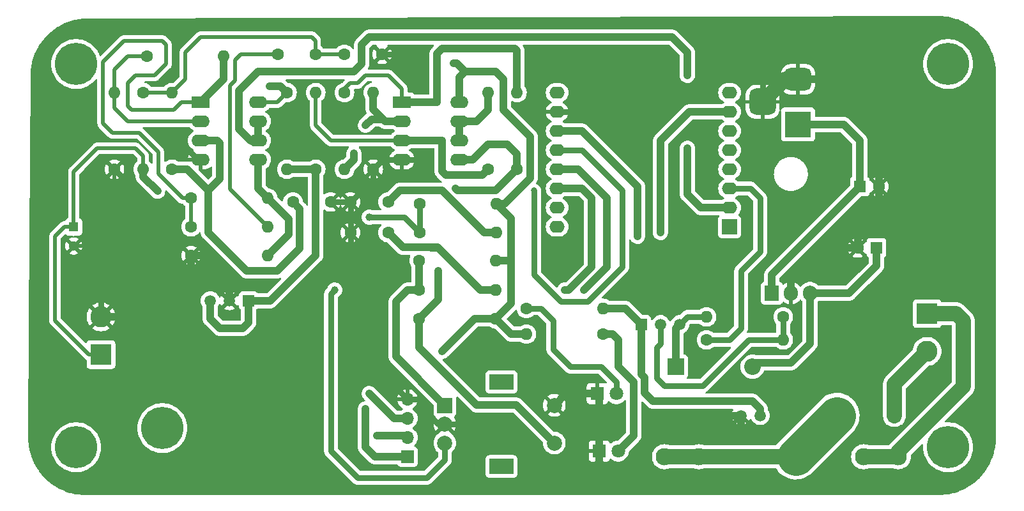
<source format=gbr>
%TF.GenerationSoftware,KiCad,Pcbnew,7.0.10*%
%TF.CreationDate,2024-03-07T19:54:13+07:00*%
%TF.ProjectId,solder-reflow,736f6c64-6572-42d7-9265-666c6f772e6b,rev?*%
%TF.SameCoordinates,Original*%
%TF.FileFunction,Copper,L2,Bot*%
%TF.FilePolarity,Positive*%
%FSLAX46Y46*%
G04 Gerber Fmt 4.6, Leading zero omitted, Abs format (unit mm)*
G04 Created by KiCad (PCBNEW 7.0.10) date 2024-03-07 19:54:13*
%MOMM*%
%LPD*%
G01*
G04 APERTURE LIST*
G04 Aperture macros list*
%AMRoundRect*
0 Rectangle with rounded corners*
0 $1 Rounding radius*
0 $2 $3 $4 $5 $6 $7 $8 $9 X,Y pos of 4 corners*
0 Add a 4 corners polygon primitive as box body*
4,1,4,$2,$3,$4,$5,$6,$7,$8,$9,$2,$3,0*
0 Add four circle primitives for the rounded corners*
1,1,$1+$1,$2,$3*
1,1,$1+$1,$4,$5*
1,1,$1+$1,$6,$7*
1,1,$1+$1,$8,$9*
0 Add four rect primitives between the rounded corners*
20,1,$1+$1,$2,$3,$4,$5,0*
20,1,$1+$1,$4,$5,$6,$7,0*
20,1,$1+$1,$6,$7,$8,$9,0*
20,1,$1+$1,$8,$9,$2,$3,0*%
G04 Aperture macros list end*
%TA.AperFunction,ComponentPad*%
%ADD10C,1.600000*%
%TD*%
%TA.AperFunction,ComponentPad*%
%ADD11O,1.600000X1.600000*%
%TD*%
%TA.AperFunction,ComponentPad*%
%ADD12R,1.300000X1.300000*%
%TD*%
%TA.AperFunction,ComponentPad*%
%ADD13C,1.300000*%
%TD*%
%TA.AperFunction,ComponentPad*%
%ADD14C,5.600000*%
%TD*%
%TA.AperFunction,ComponentPad*%
%ADD15R,2.400000X1.600000*%
%TD*%
%TA.AperFunction,ComponentPad*%
%ADD16O,2.400000X1.600000*%
%TD*%
%TA.AperFunction,ComponentPad*%
%ADD17R,1.800000X1.800000*%
%TD*%
%TA.AperFunction,ComponentPad*%
%ADD18C,1.800000*%
%TD*%
%TA.AperFunction,ComponentPad*%
%ADD19R,2.000000X2.000000*%
%TD*%
%TA.AperFunction,ComponentPad*%
%ADD20O,2.000000X1.600000*%
%TD*%
%TA.AperFunction,ComponentPad*%
%ADD21R,3.500000X3.500000*%
%TD*%
%TA.AperFunction,ComponentPad*%
%ADD22RoundRect,0.750000X-1.000000X0.750000X-1.000000X-0.750000X1.000000X-0.750000X1.000000X0.750000X0*%
%TD*%
%TA.AperFunction,ComponentPad*%
%ADD23RoundRect,0.875000X-0.875000X0.875000X-0.875000X-0.875000X0.875000X-0.875000X0.875000X0.875000X0*%
%TD*%
%TA.AperFunction,ComponentPad*%
%ADD24C,2.300000*%
%TD*%
%TA.AperFunction,ComponentPad*%
%ADD25R,1.500000X1.500000*%
%TD*%
%TA.AperFunction,ComponentPad*%
%ADD26C,1.500000*%
%TD*%
%TA.AperFunction,ComponentPad*%
%ADD27R,2.200000X2.200000*%
%TD*%
%TA.AperFunction,ComponentPad*%
%ADD28O,2.200000X2.200000*%
%TD*%
%TA.AperFunction,ComponentPad*%
%ADD29R,1.905000X2.000000*%
%TD*%
%TA.AperFunction,ComponentPad*%
%ADD30O,1.905000X2.000000*%
%TD*%
%TA.AperFunction,ComponentPad*%
%ADD31C,2.000000*%
%TD*%
%TA.AperFunction,ComponentPad*%
%ADD32R,3.200000X2.000000*%
%TD*%
%TA.AperFunction,ComponentPad*%
%ADD33R,2.800000X2.800000*%
%TD*%
%TA.AperFunction,ComponentPad*%
%ADD34C,2.800000*%
%TD*%
%TA.AperFunction,ComponentPad*%
%ADD35R,1.600000X1.600000*%
%TD*%
%TA.AperFunction,ComponentPad*%
%ADD36R,1.700000X1.700000*%
%TD*%
%TA.AperFunction,ComponentPad*%
%ADD37O,1.700000X1.700000*%
%TD*%
%TA.AperFunction,ComponentPad*%
%ADD38R,1.508000X1.508000*%
%TD*%
%TA.AperFunction,ComponentPad*%
%ADD39C,1.508000*%
%TD*%
%TA.AperFunction,ViaPad*%
%ADD40C,0.800000*%
%TD*%
%TA.AperFunction,ViaPad*%
%ADD41C,1.000000*%
%TD*%
%TA.AperFunction,Conductor*%
%ADD42C,1.000000*%
%TD*%
%TA.AperFunction,Conductor*%
%ADD43C,0.800000*%
%TD*%
%TA.AperFunction,Conductor*%
%ADD44C,2.000000*%
%TD*%
%TA.AperFunction,Conductor*%
%ADD45C,0.500000*%
%TD*%
%TA.AperFunction,Conductor*%
%ADD46C,5.000000*%
%TD*%
G04 APERTURE END LIST*
D10*
%TO.P,R10,1*%
%TO.N,Net-(R10-Pad1)*%
X110490000Y-71120000D03*
D11*
%TO.P,R10,2*%
%TO.N,Net-(U3B-+)*%
X120650000Y-71120000D03*
%TD*%
D10*
%TO.P,R21,1*%
%TO.N,Net-(R17-Pad1)*%
X140716000Y-83312000D03*
D11*
%TO.P,R21,2*%
%TO.N,/ENC_B*%
X150876000Y-83312000D03*
%TD*%
D10*
%TO.P,R22,1*%
%TO.N,Net-(D3-A)*%
X165100000Y-89149329D03*
D11*
%TO.P,R22,2*%
%TO.N,+5V*%
X154940000Y-89149329D03*
%TD*%
D10*
%TO.P,R2,1*%
%TO.N,+2V5*%
X127015000Y-67300000D03*
D11*
%TO.P,R2,2*%
%TO.N,Net-(U2A-+)*%
X127015000Y-57140000D03*
%TD*%
D12*
%TO.P,TH1,1*%
%TO.N,/pt100_out*%
X94940000Y-74945000D03*
D13*
%TO.P,TH1,2*%
%TO.N,GND*%
X94940000Y-77485000D03*
%TD*%
D14*
%TO.P,H1,1,1*%
%TO.N,unconnected-(H1-Pad1)*%
X95250000Y-53340000D03*
%TD*%
D15*
%TO.P,U3,1*%
%TO.N,Net-(R10-Pad1)*%
X111775000Y-58410000D03*
D16*
%TO.P,U3,2,-*%
%TO.N,Net-(U3A--)*%
X111775000Y-60950000D03*
%TO.P,U3,3,+*%
%TO.N,Net-(U3A-+)*%
X111775000Y-63490000D03*
%TO.P,U3,4,V-*%
%TO.N,GND*%
X111775000Y-66030000D03*
%TO.P,U3,5,+*%
%TO.N,Net-(U3B-+)*%
X119395000Y-66030000D03*
%TO.P,U3,6,-*%
%TO.N,/Sallen-Key_out*%
X119395000Y-63490000D03*
%TO.P,U3,7*%
X119395000Y-60950000D03*
%TO.P,U3,8,V+*%
%TO.N,+5V*%
X119395000Y-58410000D03*
%TD*%
D10*
%TO.P,R16,1*%
%TO.N,Net-(R16-Pad1)*%
X140755639Y-71865713D03*
D11*
%TO.P,R16,2*%
%TO.N,+5V*%
X150915639Y-71865713D03*
%TD*%
D10*
%TO.P,R18,1*%
%TO.N,Net-(D2-A)*%
X154940000Y-85746000D03*
D11*
%TO.P,R18,2*%
%TO.N,Net-(K1-+)*%
X165100000Y-85746000D03*
%TD*%
D17*
%TO.P,D2,1,K*%
%TO.N,GND*%
X164333000Y-97028000D03*
D18*
%TO.P,D2,2,A*%
%TO.N,Net-(D2-A)*%
X166873000Y-97028000D03*
%TD*%
D10*
%TO.P,C4,1*%
%TO.N,/ENC_A*%
X136612000Y-71628000D03*
%TO.P,C4,2*%
%TO.N,GND*%
X131612000Y-71628000D03*
%TD*%
D19*
%TO.P,U5,1,~{RST}*%
%TO.N,unconnected-(U5-~{RST}-Pad1)*%
X181864000Y-74930000D03*
D20*
%TO.P,U5,2,A0*%
%TO.N,/Sallen-Key_out*%
X181864000Y-72390000D03*
%TO.P,U5,3,D0*%
%TO.N,/SSR_in*%
X181864000Y-69850000D03*
%TO.P,U5,4,SCK/D5*%
%TO.N,unconnected-(U5-SCK{slash}D5-Pad4)*%
X181864000Y-67310000D03*
%TO.P,U5,5,MISO/D6*%
%TO.N,unconnected-(U5-MISO{slash}D6-Pad5)*%
X181864000Y-64770000D03*
%TO.P,U5,6,MOSI/D7*%
%TO.N,unconnected-(U5-MOSI{slash}D7-Pad6)*%
X181864000Y-62230000D03*
%TO.P,U5,7,CS/D8*%
%TO.N,/ENC_SW*%
X181864000Y-59690000D03*
%TO.P,U5,8,3V3*%
%TO.N,unconnected-(U5-3V3-Pad8)*%
X181864000Y-57150000D03*
%TO.P,U5,9,5V*%
%TO.N,+5V*%
X159004000Y-57150000D03*
%TO.P,U5,10,GND*%
%TO.N,GND*%
X159004000Y-59690000D03*
%TO.P,U5,11,D4*%
%TO.N,/ENC_B*%
X159004000Y-62230000D03*
%TO.P,U5,12,D3*%
%TO.N,/ENC_A*%
X159004000Y-64770000D03*
%TO.P,U5,13,SDA/D2*%
%TO.N,/OLED_SDA*%
X159004000Y-67310000D03*
%TO.P,U5,14,SCL/D1*%
%TO.N,/OLED_SCL*%
X159004000Y-69850000D03*
%TO.P,U5,15,RX*%
%TO.N,unconnected-(U5-RX-Pad15)*%
X159004000Y-72390000D03*
%TO.P,U5,16,TX*%
%TO.N,unconnected-(U5-TX-Pad16)*%
X159004000Y-74930000D03*
%TD*%
D21*
%TO.P,J4,1*%
%TO.N,Net-(U4-IN)*%
X190949500Y-61372000D03*
D22*
%TO.P,J4,2*%
%TO.N,GND*%
X190949500Y-55372000D03*
D23*
%TO.P,J4,3*%
X186249500Y-58372000D03*
%TD*%
D15*
%TO.P,U2,1*%
%TO.N,Net-(R3-Pad2)*%
X138430000Y-58420000D03*
D16*
%TO.P,U2,2,-*%
%TO.N,Net-(U2A--)*%
X138430000Y-60960000D03*
%TO.P,U2,3,+*%
%TO.N,Net-(U2A-+)*%
X138430000Y-63500000D03*
%TO.P,U2,4,V-*%
%TO.N,GND*%
X138430000Y-66040000D03*
%TO.P,U2,5,+*%
%TO.N,/pt100_out*%
X146050000Y-66040000D03*
%TO.P,U2,6,-*%
%TO.N,Net-(U2B--)*%
X146050000Y-63500000D03*
%TO.P,U2,7*%
X146050000Y-60960000D03*
%TO.P,U2,8,V+*%
%TO.N,+5V*%
X146050000Y-58420000D03*
%TD*%
D10*
%TO.P,R9,1*%
%TO.N,Net-(U3A-+)*%
X107965000Y-67300000D03*
D11*
%TO.P,R9,2*%
%TO.N,Net-(C1-Pad2)*%
X107965000Y-57140000D03*
%TD*%
D24*
%TO.P,F1,1*%
%TO.N,Net-(K1-L2)*%
X173228000Y-105410000D03*
X177828000Y-105410000D03*
%TO.P,F1,2*%
%TO.N,AC*%
X199628000Y-105410000D03*
X204228000Y-105410000D03*
%TD*%
D10*
%TO.P,R8,1*%
%TO.N,Net-(C1-Pad2)*%
X104155000Y-57140000D03*
D11*
%TO.P,R8,2*%
%TO.N,/pt100_out*%
X104155000Y-67300000D03*
%TD*%
D25*
%TO.P,U1,1,REF*%
%TO.N,+2V5*%
X118110000Y-84730000D03*
D26*
%TO.P,U1,2,A*%
%TO.N,GND*%
X115570000Y-84730000D03*
%TO.P,U1,3,K*%
%TO.N,+2V5*%
X113030000Y-84730000D03*
%TD*%
D10*
%TO.P,R14,1*%
%TO.N,Net-(Q1-B)*%
X188976000Y-86868000D03*
D11*
%TO.P,R14,2*%
%TO.N,Net-(D1-K)*%
X178816000Y-86868000D03*
%TD*%
D14*
%TO.P,H2,1,1*%
%TO.N,unconnected-(H2-Pad1)*%
X210820000Y-53340000D03*
%TD*%
D10*
%TO.P,R15,1*%
%TO.N,/SSR_in*%
X178816000Y-89916000D03*
D11*
%TO.P,R15,2*%
%TO.N,Net-(Q1-B)*%
X188976000Y-89916000D03*
%TD*%
D27*
%TO.P,D1,1,K*%
%TO.N,Net-(D1-K)*%
X174752000Y-93472000D03*
D28*
%TO.P,D1,2,A*%
%TO.N,+5V*%
X184912000Y-93472000D03*
%TD*%
D10*
%TO.P,C3,1*%
%TO.N,Net-(U3A-+)*%
X123992000Y-71628000D03*
%TO.P,C3,2*%
%TO.N,GND*%
X128992000Y-71628000D03*
%TD*%
D29*
%TO.P,U4,1,IN*%
%TO.N,Net-(U4-IN)*%
X187452000Y-83726000D03*
D30*
%TO.P,U4,2,GND*%
%TO.N,GND*%
X189992000Y-83726000D03*
%TO.P,U4,3,OUT*%
%TO.N,+5V*%
X192532000Y-83726000D03*
%TD*%
D10*
%TO.P,R12,1*%
%TO.N,GND*%
X100330000Y-67310000D03*
D11*
%TO.P,R12,2*%
%TO.N,Net-(U3A--)*%
X100330000Y-57150000D03*
%TD*%
D17*
%TO.P,D3,1,K*%
%TO.N,GND*%
X164592000Y-104648000D03*
D18*
%TO.P,D3,2,A*%
%TO.N,Net-(D3-A)*%
X167132000Y-104648000D03*
%TD*%
D10*
%TO.P,R20,1*%
%TO.N,Net-(R16-Pad1)*%
X140755639Y-75675713D03*
D11*
%TO.P,R20,2*%
%TO.N,/ENC_A*%
X150915639Y-75675713D03*
%TD*%
D10*
%TO.P,R3,1*%
%TO.N,/pt100_out*%
X153685000Y-67300000D03*
D11*
%TO.P,R3,2*%
%TO.N,Net-(R3-Pad2)*%
X153685000Y-57140000D03*
%TD*%
D25*
%TO.P,Q1,1,C*%
%TO.N,Net-(K1-+)*%
X170180000Y-87884000D03*
D26*
%TO.P,Q1,2,B*%
%TO.N,Net-(Q1-B)*%
X172720000Y-87884000D03*
%TO.P,Q1,3,E*%
%TO.N,Net-(D1-K)*%
X175260000Y-87884000D03*
%TD*%
D19*
%TO.P,SW1,A,A*%
%TO.N,Net-(R17-Pad1)*%
X144134000Y-98592000D03*
D31*
%TO.P,SW1,B,B*%
%TO.N,Net-(R16-Pad1)*%
X144134000Y-103592000D03*
%TO.P,SW1,C,C*%
%TO.N,GND*%
X144134000Y-101092000D03*
D32*
%TO.P,SW1,MP*%
%TO.N,N/C*%
X151634000Y-95492000D03*
X151634000Y-106692000D03*
D31*
%TO.P,SW1,S1,S1*%
%TO.N,/ENC_SW*%
X158634000Y-103592000D03*
%TO.P,SW1,S2,S2*%
%TO.N,GND*%
X158634000Y-98592000D03*
%TD*%
D33*
%TO.P,J1,1,Pin_1*%
%TO.N,AC*%
X208046000Y-86440000D03*
D34*
%TO.P,J1,2,Pin_2*%
%TO.N,Net-(J1-Pin_2)*%
X208046000Y-91440000D03*
%TD*%
D35*
%TO.P,C7,1*%
%TO.N,+5V*%
X201334380Y-77724000D03*
D10*
%TO.P,C7,2*%
%TO.N,GND*%
X198834380Y-77724000D03*
%TD*%
D33*
%TO.P,J3,1,Pin_1*%
%TO.N,/pt100_out*%
X98552000Y-91868000D03*
D34*
%TO.P,J3,2,Pin_2*%
%TO.N,GND*%
X98552000Y-86868000D03*
%TD*%
D10*
%TO.P,R19,1*%
%TO.N,/ENC_SW*%
X140716000Y-87122000D03*
D11*
%TO.P,R19,2*%
%TO.N,+5V*%
X150876000Y-87122000D03*
%TD*%
D10*
%TO.P,R6,1*%
%TO.N,Net-(R3-Pad2)*%
X130825000Y-57140000D03*
D11*
%TO.P,R6,2*%
%TO.N,Net-(U2A--)*%
X130825000Y-67300000D03*
%TD*%
D14*
%TO.P,H3,1,1*%
%TO.N,unconnected-(H3-Pad1)*%
X210820000Y-104140000D03*
%TD*%
D10*
%TO.P,R5,1*%
%TO.N,GND*%
X134635000Y-67300000D03*
D11*
%TO.P,R5,2*%
%TO.N,Net-(U2A--)*%
X134635000Y-57140000D03*
%TD*%
D10*
%TO.P,R7,1*%
%TO.N,Net-(R10-Pad1)*%
X110490000Y-74930000D03*
D11*
%TO.P,R7,2*%
%TO.N,Net-(C1-Pad1)*%
X120650000Y-74930000D03*
%TD*%
D10*
%TO.P,R17,1*%
%TO.N,Net-(R17-Pad1)*%
X140716000Y-79415825D03*
D11*
%TO.P,R17,2*%
%TO.N,+5V*%
X150876000Y-79415825D03*
%TD*%
D36*
%TO.P,J2,1,Pin_1*%
%TO.N,/OLED_SCL*%
X139192000Y-105400000D03*
D37*
%TO.P,J2,2,Pin_2*%
%TO.N,/OLED_SDA*%
X139192000Y-102860000D03*
%TO.P,J2,3,Pin_3*%
%TO.N,+5V*%
X139192000Y-100320000D03*
%TO.P,J2,4,Pin_4*%
%TO.N,GND*%
X139192000Y-97780000D03*
%TD*%
D10*
%TO.P,R4,1*%
%TO.N,Net-(U2A-+)*%
X149875000Y-67300000D03*
D11*
%TO.P,R4,2*%
%TO.N,Net-(U2B--)*%
X149875000Y-57140000D03*
%TD*%
D14*
%TO.P,H4,1,1*%
%TO.N,unconnected-(H4-Pad1)*%
X95250000Y-104140000D03*
%TD*%
%TO.P,H5,1,1*%
%TO.N,unconnected-(H5-Pad1)*%
X106680000Y-101600000D03*
%TD*%
D10*
%TO.P,R11,1*%
%TO.N,GND*%
X110490000Y-78740000D03*
D11*
%TO.P,R11,2*%
%TO.N,Net-(U3B-+)*%
X120650000Y-78740000D03*
%TD*%
D10*
%TO.P,R1,1*%
%TO.N,+5V*%
X123205000Y-57140000D03*
D11*
%TO.P,R1,2*%
%TO.N,+2V5*%
X123205000Y-67300000D03*
%TD*%
D10*
%TO.P,C5,1*%
%TO.N,/ENC_B*%
X136612000Y-75692000D03*
%TO.P,C5,2*%
%TO.N,GND*%
X131612000Y-75692000D03*
%TD*%
D35*
%TO.P,C6,1*%
%TO.N,Net-(U4-IN)*%
X199136000Y-69596000D03*
D10*
%TO.P,C6,2*%
%TO.N,GND*%
X201636000Y-69596000D03*
%TD*%
%TO.P,C2,1*%
%TO.N,Net-(C1-Pad2)*%
X130810000Y-52070000D03*
%TO.P,C2,2*%
%TO.N,GND*%
X135810000Y-52070000D03*
%TD*%
D38*
%TO.P,K1,1,L1*%
%TO.N,Net-(J1-Pin_2)*%
X203708000Y-99952000D03*
D39*
%TO.P,K1,2,L2*%
%TO.N,Net-(K1-L2)*%
X196088000Y-99952000D03*
%TO.P,K1,3,+*%
%TO.N,Net-(K1-+)*%
X185928000Y-99952000D03*
%TO.P,K1,4,-*%
%TO.N,GND*%
X183388000Y-99952000D03*
%TD*%
D10*
%TO.P,C1,1*%
%TO.N,Net-(C1-Pad1)*%
X121960000Y-52070000D03*
%TO.P,C1,2*%
%TO.N,Net-(C1-Pad2)*%
X126960000Y-52070000D03*
%TD*%
%TO.P,R13,1*%
%TO.N,Net-(U3A--)*%
X104648000Y-52324000D03*
D11*
%TO.P,R13,2*%
%TO.N,Net-(R10-Pad1)*%
X114808000Y-52324000D03*
%TD*%
D40*
%TO.N,/ENC_B*%
X169672000Y-76200000D03*
%TO.N,/ENC_A*%
X155956000Y-70104000D03*
%TO.N,/OLED_SCL*%
X160020000Y-83312000D03*
%TO.N,/ENC_SW*%
X172720000Y-75692000D03*
%TO.N,/Sallen-Key_out*%
X176276000Y-64516000D03*
X176276000Y-54864000D03*
D41*
%TO.N,GND*%
X141132000Y-66040000D03*
X108204000Y-64008000D03*
X102108000Y-70104000D03*
X141132000Y-56388000D03*
%TO.N,/ENC_A*%
X145796000Y-72136000D03*
%TO.N,/ENC_B*%
X143256000Y-77724000D03*
%TO.N,+5V*%
X143764000Y-91440000D03*
X120904000Y-56306000D03*
X145288000Y-53258000D03*
X134112000Y-97028000D03*
%TO.N,/OLED_SCL*%
X133604000Y-99060000D03*
%TO.N,/OLED_SDA*%
X135128000Y-102616000D03*
X162569305Y-83321305D03*
%TO.N,/pt100_out*%
X106055233Y-70220767D03*
X145551305Y-69840695D03*
%TO.N,Net-(R16-Pad1)*%
X129540000Y-83312000D03*
X134112000Y-73660000D03*
%TO.N,/ENC_SW*%
X143256000Y-80772000D03*
%TO.N,Net-(U2A--)*%
X132080000Y-65200000D03*
X133604000Y-61468000D03*
%TD*%
D42*
%TO.N,Net-(U4-IN)*%
X190949500Y-61372000D02*
X197008000Y-61372000D01*
X197008000Y-61372000D02*
X199136000Y-63500000D01*
X199136000Y-63500000D02*
X199136000Y-69596000D01*
%TO.N,GND*%
X183388000Y-99952000D02*
X183388000Y-101600000D01*
X183388000Y-101600000D02*
X183896000Y-102108000D01*
X183896000Y-102108000D02*
X186944000Y-102108000D01*
X186944000Y-102108000D02*
X188468000Y-100584000D01*
X188468000Y-100584000D02*
X188468000Y-98044000D01*
X201636000Y-72096000D02*
X201636000Y-69596000D01*
X188468000Y-98044000D02*
X203708000Y-82804000D01*
X203708000Y-82804000D02*
X203708000Y-74168000D01*
X203708000Y-74168000D02*
X201636000Y-72096000D01*
D43*
X131612000Y-76708000D02*
X131612000Y-77684000D01*
X131612000Y-77684000D02*
X118364000Y-90932000D01*
X118364000Y-90932000D02*
X112268000Y-90932000D01*
X112268000Y-90932000D02*
X110744000Y-89408000D01*
X110744000Y-89408000D02*
X110744000Y-82804000D01*
X110744000Y-82804000D02*
X110490000Y-82550000D01*
X186249500Y-55185500D02*
X186249500Y-58372000D01*
X176276000Y-57912000D02*
X180340000Y-53848000D01*
X175260000Y-57912000D02*
X176276000Y-57912000D01*
X184912000Y-53848000D02*
X186249500Y-55185500D01*
X173482000Y-59690000D02*
X175260000Y-57912000D01*
X180340000Y-53848000D02*
X184912000Y-53848000D01*
X159004000Y-59690000D02*
X173482000Y-59690000D01*
D42*
%TO.N,/Sallen-Key_out*%
X116840000Y-61976000D02*
X118354000Y-63490000D01*
X133096000Y-53340000D02*
X132080000Y-54356000D01*
X119380000Y-54356000D02*
X116840000Y-56896000D01*
X133096000Y-50800000D02*
X133096000Y-53340000D01*
X134112000Y-49784000D02*
X133096000Y-50800000D01*
X132080000Y-54356000D02*
X119380000Y-54356000D01*
X174244000Y-49784000D02*
X134112000Y-49784000D01*
X176276000Y-51816000D02*
X174244000Y-49784000D01*
X176276000Y-54864000D02*
X176276000Y-51816000D01*
X116840000Y-56896000D02*
X116840000Y-61976000D01*
X118354000Y-63490000D02*
X119395000Y-63490000D01*
%TO.N,/ENC_B*%
X169672000Y-76200000D02*
X169672000Y-69596000D01*
X169672000Y-69596000D02*
X162306000Y-62230000D01*
X162306000Y-62230000D02*
X159004000Y-62230000D01*
D43*
%TO.N,/ENC_A*%
X159004000Y-64770000D02*
X162306000Y-64770000D01*
X167640000Y-70104000D02*
X167640000Y-80264000D01*
X155956000Y-81280000D02*
X155956000Y-70104000D01*
X162306000Y-64770000D02*
X167640000Y-70104000D01*
X159512000Y-84836000D02*
X155956000Y-81280000D01*
X167640000Y-80264000D02*
X163068000Y-84836000D01*
X163068000Y-84836000D02*
X159512000Y-84836000D01*
D42*
%TO.N,/OLED_SDA*%
X162569305Y-83321305D02*
X165608000Y-80282610D01*
X165608000Y-71101390D02*
X161816610Y-67310000D01*
X165608000Y-80282610D02*
X165608000Y-71101390D01*
X161816610Y-67310000D02*
X159004000Y-67310000D01*
%TO.N,/OLED_SCL*%
X160020000Y-83312000D02*
X160528000Y-83312000D01*
X162306000Y-69850000D02*
X159004000Y-69850000D01*
X160528000Y-83312000D02*
X163576000Y-80264000D01*
X163576000Y-80264000D02*
X163576000Y-71120000D01*
X163576000Y-71120000D02*
X162306000Y-69850000D01*
D43*
%TO.N,Net-(Q1-B)*%
X172720000Y-87884000D02*
X172720000Y-90424000D01*
X172720000Y-90424000D02*
X172212000Y-90932000D01*
X173228000Y-96012000D02*
X178308000Y-96012000D01*
X172212000Y-90932000D02*
X172212000Y-94996000D01*
X172212000Y-94996000D02*
X173228000Y-96012000D01*
X178308000Y-96012000D02*
X184404000Y-89916000D01*
X184404000Y-89916000D02*
X188976000Y-89916000D01*
D42*
%TO.N,Net-(K1-+)*%
X185928000Y-99952000D02*
X185928000Y-99060000D01*
X170180000Y-94469390D02*
X170180000Y-87884000D01*
X185928000Y-99060000D02*
X184912000Y-98044000D01*
X184912000Y-98044000D02*
X171704000Y-98044000D01*
X171704000Y-98044000D02*
X170614000Y-96954000D01*
X170614000Y-96954000D02*
X170614000Y-94903390D01*
X170614000Y-94903390D02*
X170180000Y-94469390D01*
%TO.N,Net-(D3-A)*%
X165100000Y-89149329D02*
X166365329Y-89149329D01*
X166365329Y-89149329D02*
X167132000Y-89916000D01*
X167132000Y-89916000D02*
X167132000Y-93472000D01*
X167132000Y-93472000D02*
X169164000Y-95504000D01*
X169164000Y-95504000D02*
X169164000Y-102616000D01*
X169164000Y-102616000D02*
X167132000Y-104648000D01*
D43*
%TO.N,Net-(D1-K)*%
X178816000Y-86868000D02*
X176276000Y-86868000D01*
X176276000Y-86868000D02*
X175260000Y-87884000D01*
%TO.N,/SSR_in*%
X178816000Y-89916000D02*
X181864000Y-89916000D01*
X185928000Y-71120000D02*
X184658000Y-69850000D01*
X181864000Y-89916000D02*
X183388000Y-88392000D01*
X183388000Y-88392000D02*
X183388000Y-80772000D01*
X183388000Y-80772000D02*
X185928000Y-78232000D01*
X185928000Y-78232000D02*
X185928000Y-71120000D01*
X184658000Y-69850000D02*
X181864000Y-69850000D01*
%TO.N,Net-(Q1-B)*%
X188976000Y-86868000D02*
X188976000Y-89916000D01*
D42*
%TO.N,/ENC_SW*%
X172720000Y-75692000D02*
X172720000Y-63500000D01*
X172720000Y-63500000D02*
X176530000Y-59690000D01*
X176530000Y-59690000D02*
X181864000Y-59690000D01*
%TO.N,/Sallen-Key_out*%
X176276000Y-64516000D02*
X176276000Y-70612000D01*
X176276000Y-70612000D02*
X178054000Y-72390000D01*
X178054000Y-72390000D02*
X181864000Y-72390000D01*
%TO.N,+5V*%
X155448000Y-68464722D02*
X155448000Y-62992000D01*
X184912000Y-93472000D02*
X185420000Y-92964000D01*
X185420000Y-92964000D02*
X189992000Y-92964000D01*
X189992000Y-92964000D02*
X192532000Y-90424000D01*
X192532000Y-90424000D02*
X192532000Y-83726000D01*
%TO.N,GND*%
X198834380Y-77724000D02*
X198834380Y-75485620D01*
D43*
X143256000Y-101092000D02*
X144134000Y-101092000D01*
X134635000Y-68605000D02*
X131612000Y-71628000D01*
X135810000Y-52070000D02*
X139954000Y-52070000D01*
D42*
X173228000Y-101092000D02*
X173228000Y-101168296D01*
D43*
X139954000Y-52070000D02*
X141224000Y-53340000D01*
D42*
X193548000Y-77724000D02*
X198834380Y-77724000D01*
X173228000Y-101168296D02*
X167208296Y-107188000D01*
D44*
X189249500Y-55372000D02*
X186249500Y-58372000D01*
D43*
X141732000Y-99568000D02*
X143256000Y-101092000D01*
D42*
X110490000Y-78740000D02*
X110490000Y-82550000D01*
X159004000Y-107696000D02*
X158750000Y-107442000D01*
X189992000Y-81280000D02*
X193548000Y-77724000D01*
X164592000Y-104648000D02*
X164592000Y-106172000D01*
D43*
X141224000Y-53340000D02*
X141224000Y-56296000D01*
X141732000Y-98552000D02*
X141732000Y-99568000D01*
D42*
X201636000Y-69596000D02*
X201636000Y-61936000D01*
X183388000Y-99952000D02*
X174368000Y-99952000D01*
X201636000Y-61936000D02*
X195072000Y-55372000D01*
X113284000Y-78740000D02*
X110490000Y-78740000D01*
D43*
X102108000Y-70104000D02*
X102108000Y-69088000D01*
X135895000Y-66040000D02*
X134635000Y-67300000D01*
D42*
X167208296Y-107188000D02*
X165608000Y-107188000D01*
D45*
X100330000Y-67310000D02*
X100330000Y-75438000D01*
D43*
X131612000Y-75692000D02*
X131612000Y-71628000D01*
D42*
X110490000Y-82550000D02*
X106172000Y-86868000D01*
X164592000Y-97287000D02*
X164333000Y-97028000D01*
D43*
X144134000Y-101092000D02*
X152400000Y-101092000D01*
X141132000Y-66040000D02*
X138430000Y-66040000D01*
X139192000Y-97780000D02*
X131612000Y-90200000D01*
X102108000Y-69088000D02*
X100330000Y-67310000D01*
X152400000Y-101092000D02*
X158750000Y-107442000D01*
X134635000Y-67300000D02*
X134635000Y-68605000D01*
D42*
X174368000Y-99952000D02*
X173228000Y-101092000D01*
X198834380Y-75485620D02*
X201636000Y-72684000D01*
D44*
X190949500Y-55372000D02*
X189249500Y-55372000D01*
D42*
X201636000Y-72684000D02*
X201636000Y-69596000D01*
D43*
X131612000Y-71628000D02*
X128992000Y-71628000D01*
D42*
X195072000Y-55372000D02*
X190949500Y-55372000D01*
D43*
X138430000Y-66040000D02*
X135895000Y-66040000D01*
X111375000Y-66030000D02*
X109353000Y-64008000D01*
X109353000Y-64008000D02*
X108204000Y-64008000D01*
X140960000Y-97780000D02*
X141732000Y-98552000D01*
X131612000Y-75692000D02*
X131612000Y-76708000D01*
X141224000Y-56296000D02*
X141132000Y-56388000D01*
D42*
X115570000Y-84730000D02*
X115570000Y-81026000D01*
D43*
X131612000Y-90200000D02*
X131612000Y-76708000D01*
D42*
X163068000Y-107696000D02*
X159004000Y-107696000D01*
D43*
X98552000Y-77754000D02*
X98283000Y-77485000D01*
D42*
X164592000Y-106172000D02*
X163068000Y-107696000D01*
X165608000Y-107188000D02*
X164592000Y-106172000D01*
X160198000Y-97028000D02*
X158634000Y-98592000D01*
X106172000Y-86868000D02*
X98552000Y-86868000D01*
D45*
X100330000Y-75438000D02*
X98283000Y-77485000D01*
D42*
X164592000Y-104648000D02*
X164592000Y-97287000D01*
X115570000Y-81026000D02*
X113284000Y-78740000D01*
X189992000Y-83726000D02*
X189992000Y-81280000D01*
D43*
X139192000Y-97780000D02*
X140960000Y-97780000D01*
X111775000Y-66030000D02*
X111375000Y-66030000D01*
D42*
X164333000Y-97028000D02*
X160198000Y-97028000D01*
D45*
X98283000Y-77485000D02*
X94940000Y-77485000D01*
D43*
X98552000Y-86868000D02*
X98552000Y-77754000D01*
D42*
%TO.N,/ENC_A*%
X143764000Y-70104000D02*
X138136000Y-70104000D01*
X144780000Y-71120000D02*
X143764000Y-70104000D01*
X149335713Y-75675713D02*
X144780000Y-71120000D01*
X138136000Y-70104000D02*
X136612000Y-71628000D01*
X145796000Y-72136000D02*
X144780000Y-71120000D01*
X150915639Y-75675713D02*
X149335713Y-75675713D01*
%TO.N,/ENC_B*%
X142240000Y-77665825D02*
X138585825Y-77665825D01*
X143256000Y-77724000D02*
X142298175Y-77724000D01*
X142298175Y-77724000D02*
X142240000Y-77665825D01*
X143197825Y-77665825D02*
X142240000Y-77665825D01*
X138585825Y-77665825D02*
X136612000Y-75692000D01*
X148844000Y-83312000D02*
X143197825Y-77665825D01*
X150876000Y-83312000D02*
X148844000Y-83312000D01*
%TO.N,Net-(D1-K)*%
X174752000Y-93472000D02*
X174752000Y-88392000D01*
X174752000Y-88392000D02*
X175260000Y-87884000D01*
%TO.N,+5V*%
X146812000Y-54356000D02*
X146050000Y-55118000D01*
X137404000Y-100320000D02*
X134112000Y-97028000D01*
X151892000Y-59436000D02*
X151892000Y-55372000D01*
X150876000Y-54356000D02*
X146812000Y-54356000D01*
X150876000Y-79415825D02*
X152740175Y-79415825D01*
X150876000Y-87122000D02*
X152908000Y-85090000D01*
D45*
X121935000Y-58410000D02*
X123205000Y-57140000D01*
D42*
X152908000Y-79248000D02*
X152908000Y-73858074D01*
X148082000Y-87122000D02*
X150876000Y-87122000D01*
X120904000Y-56306000D02*
X122371000Y-56306000D01*
X152047009Y-71865713D02*
X155448000Y-68464722D01*
X201334380Y-80097620D02*
X199644000Y-81788000D01*
X139192000Y-100320000D02*
X137404000Y-100320000D01*
X145714000Y-53258000D02*
X145288000Y-53258000D01*
X154940000Y-89149329D02*
X152903329Y-89149329D01*
X152908000Y-85090000D02*
X152908000Y-79248000D01*
X150915639Y-71865713D02*
X152047009Y-71865713D01*
X152908000Y-73858074D02*
X150915639Y-71865713D01*
X155448000Y-62992000D02*
X151892000Y-59436000D01*
X152903329Y-89149329D02*
X150876000Y-87122000D01*
D45*
X119395000Y-58410000D02*
X121935000Y-58410000D01*
D42*
X143764000Y-91440000D02*
X148082000Y-87122000D01*
X201334380Y-77724000D02*
X201334380Y-80097620D01*
X152740175Y-79415825D02*
X152908000Y-79248000D01*
X122371000Y-56306000D02*
X123205000Y-57140000D01*
X151892000Y-55372000D02*
X150876000Y-54356000D01*
X146812000Y-54356000D02*
X145714000Y-53258000D01*
X197706000Y-83726000D02*
X192532000Y-83726000D01*
X199644000Y-81788000D02*
X197706000Y-83726000D01*
X146050000Y-55118000D02*
X146050000Y-58420000D01*
D44*
%TO.N,AC*%
X204228000Y-105410000D02*
X199628000Y-105410000D01*
X212852000Y-96097592D02*
X212852000Y-87376000D01*
X204228000Y-105410000D02*
X204228000Y-104721592D01*
X212852000Y-87376000D02*
X211916000Y-86440000D01*
X204228000Y-104721592D02*
X212852000Y-96097592D01*
X211916000Y-86440000D02*
X208046000Y-86440000D01*
%TO.N,Net-(J1-Pin_2)*%
X203708000Y-99952000D02*
X203708000Y-95778000D01*
X203708000Y-95778000D02*
X208046000Y-91440000D01*
D42*
%TO.N,/OLED_SCL*%
X133604000Y-104149305D02*
X133604000Y-99060000D01*
X134854695Y-105400000D02*
X133604000Y-104149305D01*
X139192000Y-105400000D02*
X134854695Y-105400000D01*
D45*
%TO.N,/OLED_SDA*%
X135372000Y-102860000D02*
X135128000Y-102616000D01*
D42*
X138948000Y-102616000D02*
X135128000Y-102616000D01*
X139192000Y-102860000D02*
X138948000Y-102616000D01*
%TO.N,+2V5*%
X113030000Y-87122000D02*
X114300000Y-88392000D01*
X113030000Y-84730000D02*
X113030000Y-87122000D01*
X118110000Y-87630000D02*
X118110000Y-84730000D01*
X123205000Y-67300000D02*
X127015000Y-67300000D01*
X118110000Y-84730000D02*
X121010000Y-84730000D01*
X127015000Y-78725000D02*
X127015000Y-67300000D01*
X114300000Y-88392000D02*
X117348000Y-88392000D01*
X117348000Y-88392000D02*
X118110000Y-87630000D01*
X121010000Y-84730000D02*
X127015000Y-78725000D01*
D45*
%TO.N,/pt100_out*%
X104155000Y-67300000D02*
X104155000Y-65547000D01*
D42*
X152400000Y-64008000D02*
X149860000Y-64008000D01*
X145814610Y-70104000D02*
X150881000Y-70104000D01*
X147828000Y-66040000D02*
X146050000Y-66040000D01*
X150881000Y-70104000D02*
X153685000Y-67300000D01*
X149860000Y-64008000D02*
X147828000Y-66040000D01*
D45*
X94940000Y-74945000D02*
X93711000Y-74945000D01*
D42*
X145551305Y-69840695D02*
X145814610Y-70104000D01*
X104155000Y-68320534D02*
X104155000Y-67300000D01*
D45*
X96948000Y-91868000D02*
X98552000Y-91868000D01*
X103124000Y-64516000D02*
X98044000Y-64516000D01*
X92456000Y-76200000D02*
X92456000Y-87376000D01*
X94940000Y-67620000D02*
X94940000Y-74945000D01*
X93711000Y-74945000D02*
X92456000Y-76200000D01*
D42*
X106055233Y-70220767D02*
X104155000Y-68320534D01*
X153685000Y-67300000D02*
X153685000Y-65293000D01*
X153685000Y-65293000D02*
X152400000Y-64008000D01*
D45*
X98044000Y-64516000D02*
X94940000Y-67620000D01*
X104155000Y-65547000D02*
X103124000Y-64516000D01*
X92456000Y-87376000D02*
X96948000Y-91868000D01*
D43*
%TO.N,Net-(R16-Pad1)*%
X132588000Y-108204000D02*
X129032000Y-104648000D01*
X129032000Y-104648000D02*
X129032000Y-83820000D01*
X144134000Y-105802000D02*
X141732000Y-108204000D01*
X140755639Y-71865713D02*
X140755639Y-75675713D01*
X138739926Y-73660000D02*
X140755639Y-75675713D01*
X141732000Y-108204000D02*
X132588000Y-108204000D01*
X134112000Y-73660000D02*
X138739926Y-73660000D01*
X144134000Y-103592000D02*
X144134000Y-105802000D01*
X129032000Y-83820000D02*
X129540000Y-83312000D01*
D42*
%TO.N,/ENC_SW*%
X148336000Y-98552000D02*
X140716000Y-90932000D01*
X140716000Y-90932000D02*
X140716000Y-87122000D01*
X153594000Y-98552000D02*
X148336000Y-98552000D01*
X158634000Y-103592000D02*
X153594000Y-98552000D01*
X143256000Y-80772000D02*
X143256000Y-84582000D01*
X143256000Y-84582000D02*
X140716000Y-87122000D01*
%TO.N,/Sallen-Key_out*%
X119395000Y-60950000D02*
X119395000Y-63490000D01*
D45*
%TO.N,Net-(C1-Pad1)*%
X116308000Y-52856000D02*
X116308000Y-55574056D01*
X116308000Y-55574056D02*
X115640000Y-56242056D01*
X115640000Y-56242056D02*
X115640000Y-69920000D01*
X117094000Y-52070000D02*
X116308000Y-52856000D01*
X115640000Y-69920000D02*
X120650000Y-74930000D01*
X121960000Y-52070000D02*
X117094000Y-52070000D01*
%TO.N,Net-(C1-Pad2)*%
X126492000Y-49784000D02*
X126960000Y-50252000D01*
X126960000Y-50252000D02*
X126960000Y-52070000D01*
X107965000Y-57140000D02*
X109728000Y-55377000D01*
X126960000Y-52070000D02*
X130810000Y-52070000D01*
X109728000Y-55377000D02*
X109728000Y-51816000D01*
X104155000Y-57140000D02*
X107965000Y-57140000D01*
X111760000Y-49784000D02*
X126492000Y-49784000D01*
X109728000Y-51816000D02*
X111760000Y-49784000D01*
D42*
%TO.N,Net-(U3A-+)*%
X113975000Y-63490000D02*
X114300000Y-63815000D01*
X123992000Y-71628000D02*
X124894000Y-72530000D01*
X114300000Y-68580000D02*
X112776000Y-70104000D01*
X112776000Y-70104000D02*
X109972000Y-67300000D01*
X112776000Y-75692000D02*
X112776000Y-70104000D01*
X109972000Y-67300000D02*
X107965000Y-67300000D01*
X124894000Y-72530000D02*
X124894000Y-77798000D01*
X111775000Y-63490000D02*
X113975000Y-63490000D01*
X114300000Y-63815000D02*
X114300000Y-68580000D01*
X121920000Y-80772000D02*
X117856000Y-80772000D01*
X117856000Y-80772000D02*
X112776000Y-75692000D01*
X124894000Y-77798000D02*
X121920000Y-80772000D01*
D45*
%TO.N,Net-(U2A-+)*%
X127015000Y-57140000D02*
X127015000Y-61483000D01*
D42*
X144299999Y-68099999D02*
X143764000Y-67564000D01*
X143764000Y-67564000D02*
X143764000Y-63500000D01*
D45*
X129032000Y-63500000D02*
X138430000Y-63500000D01*
D42*
X149875000Y-67300000D02*
X149075001Y-68099999D01*
D45*
X127015000Y-61483000D02*
X129032000Y-63500000D01*
D42*
X149075001Y-68099999D02*
X144299999Y-68099999D01*
X143764000Y-63500000D02*
X138430000Y-63500000D01*
D45*
%TO.N,Net-(R3-Pad2)*%
X130825000Y-56627000D02*
X131572000Y-55880000D01*
X132588000Y-55880000D02*
X133604000Y-54864000D01*
D42*
X153685000Y-57140000D02*
X153685000Y-51595610D01*
X143764000Y-51308000D02*
X143082000Y-51990000D01*
D45*
X130825000Y-57140000D02*
X130825000Y-56627000D01*
D42*
X153397390Y-51308000D02*
X143764000Y-51308000D01*
D45*
X138430000Y-56642000D02*
X138430000Y-58420000D01*
D42*
X143082000Y-51990000D02*
X143082000Y-58420000D01*
X143082000Y-58420000D02*
X138430000Y-58420000D01*
X153685000Y-51595610D02*
X153397390Y-51308000D01*
D45*
X133604000Y-54864000D02*
X136652000Y-54864000D01*
X136652000Y-54864000D02*
X138430000Y-56642000D01*
X131572000Y-55880000D02*
X132588000Y-55880000D01*
D42*
%TO.N,Net-(U2B--)*%
X148336000Y-60960000D02*
X146050000Y-60960000D01*
X146050000Y-60960000D02*
X146050000Y-63500000D01*
X149875000Y-57140000D02*
X149875000Y-59421000D01*
X149875000Y-59421000D02*
X148336000Y-60960000D01*
%TO.N,Net-(U2A--)*%
X132080000Y-66045000D02*
X130825000Y-67300000D01*
X135933000Y-60663000D02*
X136230000Y-60960000D01*
X134635000Y-57140000D02*
X134635000Y-59365000D01*
X136230000Y-60960000D02*
X138430000Y-60960000D01*
X134409000Y-60663000D02*
X133604000Y-61468000D01*
X132080000Y-65200000D02*
X132080000Y-66045000D01*
X135933000Y-60663000D02*
X134409000Y-60663000D01*
X134635000Y-59365000D02*
X135933000Y-60663000D01*
D45*
%TO.N,Net-(R10-Pad1)*%
X109230000Y-58410000D02*
X111775000Y-58410000D01*
X109358630Y-71120000D02*
X106172000Y-67933370D01*
X106172000Y-65024000D02*
X103632000Y-62484000D01*
D42*
X114808000Y-55377000D02*
X111775000Y-58410000D01*
D45*
X102108000Y-55880000D02*
X102108000Y-58928000D01*
X102108000Y-58928000D02*
X102616000Y-59436000D01*
X110490000Y-71120000D02*
X109358630Y-71120000D01*
X98830000Y-61238000D02*
X98830000Y-53062000D01*
X108204000Y-59436000D02*
X109230000Y-58410000D01*
X98830000Y-53062000D02*
X101600000Y-50292000D01*
X107188000Y-53340000D02*
X105664000Y-54864000D01*
X107188000Y-50800000D02*
X107188000Y-53340000D01*
X102616000Y-59436000D02*
X108204000Y-59436000D01*
X110490000Y-71120000D02*
X110490000Y-74930000D01*
D42*
X114808000Y-52324000D02*
X114808000Y-55377000D01*
D45*
X106680000Y-50292000D02*
X107188000Y-50800000D01*
X103632000Y-62484000D02*
X100076000Y-62484000D01*
X101600000Y-50292000D02*
X106680000Y-50292000D01*
X103124000Y-54864000D02*
X102108000Y-55880000D01*
X106172000Y-67933370D02*
X106172000Y-65024000D01*
X100076000Y-62484000D02*
X98830000Y-61238000D01*
X105664000Y-54864000D02*
X103124000Y-54864000D01*
D42*
%TO.N,Net-(U3B-+)*%
X120650000Y-71120000D02*
X119380000Y-69850000D01*
X123444000Y-75946000D02*
X123444000Y-73914000D01*
X119380000Y-69088000D02*
X119395000Y-69073000D01*
X120650000Y-78740000D02*
X123444000Y-75946000D01*
X119395000Y-69073000D02*
X119395000Y-66030000D01*
X123444000Y-73914000D02*
X120650000Y-71120000D01*
X119380000Y-69850000D02*
X119380000Y-69088000D01*
D45*
%TO.N,Net-(U3A--)*%
X100330000Y-54102000D02*
X102108000Y-52324000D01*
X111775000Y-60950000D02*
X102098000Y-60950000D01*
X100330000Y-57150000D02*
X100330000Y-54102000D01*
X100330000Y-59182000D02*
X100330000Y-57150000D01*
X102098000Y-60950000D02*
X100330000Y-59182000D01*
X102108000Y-52324000D02*
X104648000Y-52324000D01*
D42*
%TO.N,Net-(R17-Pad1)*%
X137668000Y-92126000D02*
X137668000Y-84836000D01*
X144134000Y-98592000D02*
X137668000Y-92126000D01*
X139192000Y-83312000D02*
X140716000Y-83312000D01*
X137668000Y-84836000D02*
X139192000Y-83312000D01*
X140716000Y-83312000D02*
X140716000Y-79415825D01*
D43*
%TO.N,Net-(D2-A)*%
X166873000Y-95500104D02*
X166873000Y-97028000D01*
X158496000Y-91181000D02*
X160787000Y-93472000D01*
X158496000Y-87376000D02*
X158496000Y-91181000D01*
X156866000Y-85746000D02*
X158496000Y-87376000D01*
X164844896Y-93472000D02*
X166873000Y-95500104D01*
X154940000Y-85746000D02*
X156866000Y-85746000D01*
X160787000Y-93472000D02*
X164844896Y-93472000D01*
D46*
%TO.N,Net-(K1-L2)*%
X190630000Y-105410000D02*
X196088000Y-99952000D01*
D44*
X177828000Y-105410000D02*
X173228000Y-105410000D01*
X177828000Y-105410000D02*
X190630000Y-105410000D01*
D42*
%TO.N,Net-(K1-+)*%
X165100000Y-85746000D02*
X165502000Y-85746000D01*
X165100000Y-85746000D02*
X168042000Y-85746000D01*
X168042000Y-85746000D02*
X170180000Y-87884000D01*
%TO.N,Net-(U4-IN)*%
X187452000Y-81280000D02*
X199136000Y-69596000D01*
X187452000Y-83726000D02*
X187452000Y-81280000D01*
%TD*%
%TA.AperFunction,Conductor*%
%TO.N,GND*%
G36*
X115184835Y-84855148D02*
G01*
X115242359Y-84968045D01*
X115331955Y-85057641D01*
X115444852Y-85115165D01*
X115525599Y-85127953D01*
X114880427Y-85773124D01*
X114942612Y-85816666D01*
X115140840Y-85909101D01*
X115140849Y-85909105D01*
X115352105Y-85965710D01*
X115352115Y-85965712D01*
X115569999Y-85984775D01*
X115570001Y-85984775D01*
X115787884Y-85965712D01*
X115787894Y-85965710D01*
X115999150Y-85909105D01*
X115999164Y-85909100D01*
X116197383Y-85816669D01*
X116197385Y-85816668D01*
X116259571Y-85773124D01*
X115614401Y-85127953D01*
X115695148Y-85115165D01*
X115808045Y-85057641D01*
X115897641Y-84968045D01*
X115955165Y-84855148D01*
X115967953Y-84774400D01*
X116613124Y-85419570D01*
X116633925Y-85389864D01*
X116688502Y-85346239D01*
X116758000Y-85339045D01*
X116820355Y-85370568D01*
X116855769Y-85430798D01*
X116859500Y-85460985D01*
X116859500Y-85527869D01*
X116859501Y-85527876D01*
X116865908Y-85587483D01*
X116916202Y-85722328D01*
X116916203Y-85722329D01*
X116916204Y-85722331D01*
X116994578Y-85827025D01*
X117002452Y-85837543D01*
X117002455Y-85837547D01*
X117059810Y-85880482D01*
X117101682Y-85936415D01*
X117109500Y-85979749D01*
X117109500Y-87164218D01*
X117089815Y-87231257D01*
X117073181Y-87251899D01*
X116969899Y-87355181D01*
X116908576Y-87388666D01*
X116882218Y-87391500D01*
X114765783Y-87391500D01*
X114698744Y-87371815D01*
X114678102Y-87355181D01*
X114066819Y-86743898D01*
X114033334Y-86682575D01*
X114030500Y-86656217D01*
X114030500Y-85520416D01*
X114050185Y-85453377D01*
X114052910Y-85449313D01*
X114117102Y-85357639D01*
X114187895Y-85205822D01*
X114234066Y-85153385D01*
X114301260Y-85134233D01*
X114368141Y-85154449D01*
X114412658Y-85205824D01*
X114483333Y-85357387D01*
X114526874Y-85419571D01*
X115172046Y-84774399D01*
X115184835Y-84855148D01*
G37*
%TD.AperFunction*%
%TA.AperFunction,Conductor*%
G36*
X112025000Y-67330000D02*
G01*
X112231764Y-67330000D01*
X112231766Y-67329999D01*
X112401599Y-67315141D01*
X112401610Y-67315139D01*
X112621317Y-67256269D01*
X112621326Y-67256265D01*
X112827482Y-67160134D01*
X113013820Y-67029657D01*
X113087819Y-66955659D01*
X113149142Y-66922174D01*
X113218834Y-66927158D01*
X113274767Y-66969030D01*
X113299184Y-67034494D01*
X113299500Y-67043340D01*
X113299500Y-68114216D01*
X113279815Y-68181255D01*
X113263181Y-68201897D01*
X112863680Y-68601398D01*
X112802357Y-68634883D01*
X112732665Y-68629899D01*
X112688318Y-68601398D01*
X111558641Y-67471721D01*
X111525156Y-67410398D01*
X111527232Y-67381362D01*
X111525000Y-67381362D01*
X111525000Y-66345686D01*
X111536955Y-66357641D01*
X111649852Y-66415165D01*
X111743519Y-66430000D01*
X111806481Y-66430000D01*
X111900148Y-66415165D01*
X112013045Y-66357641D01*
X112025000Y-66345686D01*
X112025000Y-67330000D01*
G37*
%TD.AperFunction*%
%TA.AperFunction,Conductor*%
G36*
X110315376Y-61720185D02*
G01*
X110349912Y-61753377D01*
X110374954Y-61789141D01*
X110535858Y-61950045D01*
X110557892Y-61965473D01*
X110722266Y-62080568D01*
X110780275Y-62107618D01*
X110832714Y-62153791D01*
X110851866Y-62220984D01*
X110831650Y-62287865D01*
X110780275Y-62332381D01*
X110763272Y-62340310D01*
X110722267Y-62359431D01*
X110722265Y-62359432D01*
X110535858Y-62489954D01*
X110374954Y-62650858D01*
X110244432Y-62837265D01*
X110244431Y-62837267D01*
X110148261Y-63043502D01*
X110148258Y-63043511D01*
X110089366Y-63263302D01*
X110089364Y-63263313D01*
X110069532Y-63489998D01*
X110069532Y-63490001D01*
X110089364Y-63716686D01*
X110089366Y-63716697D01*
X110148258Y-63936488D01*
X110148261Y-63936497D01*
X110244431Y-64142732D01*
X110244432Y-64142734D01*
X110374954Y-64329141D01*
X110535858Y-64490045D01*
X110564621Y-64510185D01*
X110722266Y-64620568D01*
X110780865Y-64647893D01*
X110833305Y-64694065D01*
X110852457Y-64761258D01*
X110832242Y-64828139D01*
X110780867Y-64872657D01*
X110722515Y-64899867D01*
X110536179Y-65030342D01*
X110375342Y-65191179D01*
X110244865Y-65377517D01*
X110148734Y-65583673D01*
X110148730Y-65583682D01*
X110096127Y-65779999D01*
X110096128Y-65780000D01*
X111459314Y-65780000D01*
X111447359Y-65791955D01*
X111389835Y-65904852D01*
X111370014Y-66030000D01*
X111389835Y-66155148D01*
X111447359Y-66268045D01*
X111459314Y-66280000D01*
X110078657Y-66280000D01*
X110061963Y-66292189D01*
X110020016Y-66299500D01*
X110014759Y-66299500D01*
X110005344Y-66299142D01*
X110002643Y-66298936D01*
X109946524Y-66294662D01*
X109916349Y-66298506D01*
X109900682Y-66299500D01*
X108842588Y-66299500D01*
X108775549Y-66279815D01*
X108771465Y-66277075D01*
X108768373Y-66274910D01*
X108617734Y-66169432D01*
X108608547Y-66165148D01*
X108411497Y-66073261D01*
X108411488Y-66073258D01*
X108191697Y-66014366D01*
X108191693Y-66014365D01*
X108191692Y-66014365D01*
X108191691Y-66014364D01*
X108191686Y-66014364D01*
X107965002Y-65994532D01*
X107964998Y-65994532D01*
X107738313Y-66014364D01*
X107738302Y-66014366D01*
X107518511Y-66073258D01*
X107518502Y-66073261D01*
X107312267Y-66169431D01*
X107312265Y-66169432D01*
X107121426Y-66303058D01*
X107120730Y-66302064D01*
X107062177Y-66327678D01*
X106993186Y-66316627D01*
X106941123Y-66270031D01*
X106922500Y-66204673D01*
X106922500Y-65087705D01*
X106923809Y-65069735D01*
X106925790Y-65056211D01*
X106927289Y-65045977D01*
X106926722Y-65039500D01*
X106923053Y-64997562D01*
X106922971Y-64996632D01*
X106922500Y-64985826D01*
X106922500Y-64980296D01*
X106922500Y-64980291D01*
X106918898Y-64949478D01*
X106918534Y-64945915D01*
X106917648Y-64935790D01*
X106911998Y-64871202D01*
X106911995Y-64871195D01*
X106910538Y-64864133D01*
X106910597Y-64864120D01*
X106908967Y-64856764D01*
X106908908Y-64856779D01*
X106907241Y-64849747D01*
X106907241Y-64849745D01*
X106881563Y-64779196D01*
X106880424Y-64775918D01*
X106856814Y-64704665D01*
X106856813Y-64704663D01*
X106853763Y-64698121D01*
X106853817Y-64698095D01*
X106850533Y-64691312D01*
X106850480Y-64691340D01*
X106847238Y-64684885D01*
X106847237Y-64684883D01*
X106805994Y-64622176D01*
X106804118Y-64619232D01*
X106764711Y-64555344D01*
X106764708Y-64555341D01*
X106760233Y-64549681D01*
X106760280Y-64549643D01*
X106755519Y-64543799D01*
X106755474Y-64543838D01*
X106750831Y-64538305D01*
X106696272Y-64486831D01*
X106693685Y-64484318D01*
X104207729Y-61998361D01*
X104195949Y-61984730D01*
X104181610Y-61965470D01*
X104143651Y-61933619D01*
X104135686Y-61926318D01*
X104131780Y-61922411D01*
X104130965Y-61921767D01*
X104130810Y-61921548D01*
X104129087Y-61920015D01*
X104129226Y-61919857D01*
X104129219Y-61919850D01*
X104129353Y-61919715D01*
X104129441Y-61919616D01*
X104090588Y-61864745D01*
X104087448Y-61794946D01*
X104122544Y-61734530D01*
X104184731Y-61702679D01*
X104207875Y-61700500D01*
X110248337Y-61700500D01*
X110315376Y-61720185D01*
G37*
%TD.AperFunction*%
%TA.AperFunction,Conductor*%
G36*
X135053163Y-50804185D02*
G01*
X135098918Y-50856989D01*
X135108862Y-50926147D01*
X135085775Y-50976700D01*
X135084526Y-50990974D01*
X135765599Y-51672046D01*
X135684852Y-51684835D01*
X135571955Y-51742359D01*
X135482359Y-51831955D01*
X135424835Y-51944852D01*
X135412046Y-52025598D01*
X134730974Y-51344526D01*
X134730973Y-51344526D01*
X134679868Y-51417512D01*
X134679866Y-51417516D01*
X134583734Y-51623673D01*
X134583730Y-51623682D01*
X134524860Y-51843389D01*
X134524858Y-51843400D01*
X134505034Y-52069997D01*
X134505034Y-52070002D01*
X134524858Y-52296599D01*
X134524860Y-52296610D01*
X134583730Y-52516317D01*
X134583735Y-52516331D01*
X134679863Y-52722478D01*
X134730974Y-52795472D01*
X135412046Y-52114400D01*
X135424835Y-52195148D01*
X135482359Y-52308045D01*
X135571955Y-52397641D01*
X135684852Y-52455165D01*
X135765599Y-52467953D01*
X135084526Y-53149025D01*
X135157513Y-53200132D01*
X135157521Y-53200136D01*
X135363668Y-53296264D01*
X135363682Y-53296269D01*
X135583389Y-53355139D01*
X135583400Y-53355141D01*
X135809998Y-53374966D01*
X135810002Y-53374966D01*
X136036599Y-53355141D01*
X136036610Y-53355139D01*
X136256317Y-53296269D01*
X136256331Y-53296264D01*
X136462478Y-53200136D01*
X136535471Y-53149024D01*
X135854400Y-52467953D01*
X135935148Y-52455165D01*
X136048045Y-52397641D01*
X136137641Y-52308045D01*
X136195165Y-52195148D01*
X136207953Y-52114400D01*
X136889024Y-52795471D01*
X136940136Y-52722478D01*
X137036264Y-52516331D01*
X137036269Y-52516317D01*
X137095139Y-52296610D01*
X137095141Y-52296599D01*
X137114966Y-52070002D01*
X137114966Y-52069997D01*
X137095141Y-51843400D01*
X137095139Y-51843389D01*
X137036269Y-51623682D01*
X137036264Y-51623668D01*
X136940136Y-51417521D01*
X136940132Y-51417513D01*
X136889025Y-51344526D01*
X136207953Y-52025598D01*
X136195165Y-51944852D01*
X136137641Y-51831955D01*
X136048045Y-51742359D01*
X135935148Y-51684835D01*
X135854401Y-51672046D01*
X136535472Y-50990974D01*
X136533996Y-50974101D01*
X136519126Y-50955498D01*
X136511932Y-50886000D01*
X136543455Y-50823645D01*
X136603685Y-50788231D01*
X136633874Y-50784500D01*
X142573218Y-50784500D01*
X142640257Y-50804185D01*
X142686012Y-50856989D01*
X142695956Y-50926147D01*
X142666931Y-50989703D01*
X142660918Y-50996161D01*
X142451201Y-51205878D01*
X142384646Y-51272433D01*
X142382398Y-51274624D01*
X142319139Y-51334759D01*
X142318946Y-51334942D01*
X142285245Y-51383361D01*
X142279574Y-51390882D01*
X142242302Y-51436592D01*
X142242298Y-51436598D01*
X142228209Y-51463568D01*
X142220082Y-51476983D01*
X142202702Y-51501955D01*
X142179438Y-51556165D01*
X142175398Y-51564672D01*
X142148090Y-51616951D01*
X142148090Y-51616952D01*
X142139720Y-51646201D01*
X142134459Y-51660979D01*
X142122459Y-51688943D01*
X142116807Y-51716447D01*
X142110905Y-51745170D01*
X142110588Y-51746711D01*
X142108342Y-51755860D01*
X142092113Y-51812577D01*
X142089802Y-51842926D01*
X142087622Y-51858466D01*
X142081500Y-51888258D01*
X142081500Y-51947240D01*
X142081142Y-51956656D01*
X142076662Y-52015474D01*
X142080506Y-52045649D01*
X142081500Y-52061317D01*
X142081500Y-57295500D01*
X142061815Y-57362539D01*
X142009011Y-57408294D01*
X141957500Y-57419500D01*
X140167180Y-57419500D01*
X140100141Y-57399815D01*
X140067913Y-57369811D01*
X140066311Y-57367671D01*
X139987546Y-57262454D01*
X139960896Y-57242504D01*
X139872335Y-57176206D01*
X139872328Y-57176202D01*
X139737482Y-57125908D01*
X139737483Y-57125908D01*
X139677883Y-57119501D01*
X139677881Y-57119500D01*
X139677873Y-57119500D01*
X139677865Y-57119500D01*
X139304500Y-57119500D01*
X139237461Y-57099815D01*
X139191706Y-57047011D01*
X139180500Y-56995500D01*
X139180500Y-56705705D01*
X139181809Y-56687735D01*
X139182129Y-56685547D01*
X139185289Y-56663977D01*
X139184843Y-56658881D01*
X139180972Y-56614630D01*
X139180500Y-56603822D01*
X139180500Y-56598296D01*
X139180500Y-56598291D01*
X139176901Y-56567509D01*
X139176536Y-56563929D01*
X139169999Y-56489201D01*
X139168539Y-56482129D01*
X139168597Y-56482116D01*
X139166965Y-56474757D01*
X139166906Y-56474772D01*
X139165241Y-56467751D01*
X139165241Y-56467745D01*
X139139569Y-56397212D01*
X139138421Y-56393909D01*
X139114814Y-56322666D01*
X139114810Y-56322659D01*
X139111760Y-56316118D01*
X139111815Y-56316091D01*
X139108533Y-56309313D01*
X139108480Y-56309340D01*
X139105235Y-56302880D01*
X139064025Y-56240223D01*
X139062086Y-56237181D01*
X139030639Y-56186197D01*
X139022712Y-56173345D01*
X139022711Y-56173344D01*
X139022710Y-56173342D01*
X139018234Y-56167682D01*
X139018281Y-56167644D01*
X139013519Y-56161799D01*
X139013474Y-56161838D01*
X139008831Y-56156305D01*
X138954273Y-56104832D01*
X138951686Y-56102319D01*
X137227729Y-54378361D01*
X137215949Y-54364730D01*
X137201610Y-54345470D01*
X137163651Y-54313619D01*
X137155686Y-54306318D01*
X137151780Y-54302411D01*
X137127443Y-54283168D01*
X137124647Y-54280890D01*
X137067214Y-54232698D01*
X137061180Y-54228729D01*
X137061212Y-54228680D01*
X137054853Y-54224628D01*
X137054822Y-54224679D01*
X137048680Y-54220891D01*
X137048678Y-54220890D01*
X137048677Y-54220889D01*
X136980688Y-54189184D01*
X136977447Y-54187615D01*
X136946530Y-54172088D01*
X136910433Y-54153960D01*
X136910431Y-54153959D01*
X136910430Y-54153959D01*
X136903645Y-54151489D01*
X136903665Y-54151433D01*
X136896549Y-54148959D01*
X136896531Y-54149015D01*
X136889674Y-54146743D01*
X136816210Y-54131573D01*
X136812693Y-54130793D01*
X136739718Y-54113499D01*
X136732547Y-54112661D01*
X136732553Y-54112601D01*
X136725055Y-54111835D01*
X136725050Y-54111895D01*
X136717860Y-54111265D01*
X136642870Y-54113448D01*
X136639263Y-54113500D01*
X134017341Y-54113500D01*
X133950302Y-54093815D01*
X133904547Y-54041011D01*
X133894603Y-53971853D01*
X133921239Y-53911139D01*
X133927101Y-53903950D01*
X133935698Y-53893407D01*
X133949782Y-53866444D01*
X133957919Y-53853013D01*
X133975295Y-53828049D01*
X133998563Y-53773825D01*
X134002582Y-53765361D01*
X134029909Y-53713049D01*
X134038278Y-53683797D01*
X134043538Y-53669023D01*
X134055540Y-53641058D01*
X134067415Y-53583268D01*
X134069649Y-53574162D01*
X134085887Y-53517418D01*
X134088197Y-53487077D01*
X134090376Y-53471535D01*
X134096500Y-53441741D01*
X134096500Y-53382758D01*
X134096858Y-53373342D01*
X134101337Y-53314527D01*
X134101326Y-53314443D01*
X134097493Y-53284339D01*
X134096500Y-53268675D01*
X134096500Y-51265782D01*
X134116185Y-51198743D01*
X134132819Y-51178101D01*
X134490101Y-50820819D01*
X134551424Y-50787334D01*
X134577782Y-50784500D01*
X134986124Y-50784500D01*
X135053163Y-50804185D01*
G37*
%TD.AperFunction*%
%TA.AperFunction,Conductor*%
G36*
X209552284Y-46990577D02*
G01*
X209871714Y-47001490D01*
X209871714Y-47001534D01*
X209871900Y-47001496D01*
X209872264Y-47001508D01*
X210070456Y-47008588D01*
X210078649Y-47009154D01*
X210364869Y-47038578D01*
X210599757Y-47063832D01*
X210607553Y-47064921D01*
X210883667Y-47112528D01*
X210884265Y-47112634D01*
X211123900Y-47155869D01*
X211131223Y-47157421D01*
X211400381Y-47223013D01*
X211401484Y-47223288D01*
X211640317Y-47284247D01*
X211647110Y-47286189D01*
X211909662Y-47369520D01*
X211910963Y-47369943D01*
X212146465Y-47448325D01*
X212152751Y-47450608D01*
X212407910Y-47551229D01*
X212409750Y-47551974D01*
X212639946Y-47647324D01*
X212645704Y-47649884D01*
X212892699Y-47767350D01*
X212894862Y-47768405D01*
X213118269Y-47880234D01*
X213123511Y-47883019D01*
X213361484Y-48016824D01*
X213363917Y-48018229D01*
X213579160Y-48145938D01*
X213583876Y-48148882D01*
X213811897Y-48298441D01*
X213814609Y-48300272D01*
X214020348Y-48443119D01*
X214024548Y-48446168D01*
X214236102Y-48606594D01*
X214241649Y-48610800D01*
X214244523Y-48613046D01*
X214439727Y-48770352D01*
X214443399Y-48773431D01*
X214648675Y-48952423D01*
X214651678Y-48955128D01*
X214835206Y-49125998D01*
X214838391Y-49129072D01*
X215030926Y-49321607D01*
X215034000Y-49324792D01*
X215204870Y-49508320D01*
X215207575Y-49511323D01*
X215386567Y-49716599D01*
X215389659Y-49720286D01*
X215546946Y-49915468D01*
X215549198Y-49918349D01*
X215713827Y-50135445D01*
X215716879Y-50139650D01*
X215859726Y-50345389D01*
X215861557Y-50348101D01*
X216011116Y-50576122D01*
X216014071Y-50580856D01*
X216066053Y-50668466D01*
X216137112Y-50788231D01*
X216141730Y-50796013D01*
X216143174Y-50798514D01*
X216276979Y-51036487D01*
X216279777Y-51041755D01*
X216391563Y-51265075D01*
X216392660Y-51267324D01*
X216510104Y-51514272D01*
X216512684Y-51520075D01*
X216607999Y-51750186D01*
X216608793Y-51752149D01*
X216709382Y-52007226D01*
X216711681Y-52013557D01*
X216789997Y-52248858D01*
X216790533Y-52250505D01*
X216873801Y-52512863D01*
X216875759Y-52519709D01*
X216936685Y-52758415D01*
X216937011Y-52759722D01*
X217002575Y-53028766D01*
X217004131Y-53036108D01*
X217047337Y-53275582D01*
X217047504Y-53276530D01*
X217095075Y-53552436D01*
X217096167Y-53560250D01*
X217121379Y-53794751D01*
X217121440Y-53795325D01*
X217150841Y-54081319D01*
X217151412Y-54089574D01*
X217158500Y-54288032D01*
X217158503Y-54288225D01*
X217158507Y-54288225D01*
X217169428Y-54607892D01*
X217169500Y-54612126D01*
X217169500Y-102867873D01*
X217169428Y-102872107D01*
X217158514Y-103191583D01*
X217158507Y-103191775D01*
X217151412Y-103390424D01*
X217150841Y-103398679D01*
X217121440Y-103684673D01*
X217121379Y-103685247D01*
X217096167Y-103919748D01*
X217095075Y-103927562D01*
X217047504Y-104203468D01*
X217047337Y-104204416D01*
X217004131Y-104443890D01*
X217002575Y-104451232D01*
X216937011Y-104720276D01*
X216936685Y-104721583D01*
X216875759Y-104960289D01*
X216873801Y-104967135D01*
X216790533Y-105229493D01*
X216789997Y-105231140D01*
X216711681Y-105466441D01*
X216709382Y-105472772D01*
X216608793Y-105727849D01*
X216607999Y-105729812D01*
X216512684Y-105959923D01*
X216510104Y-105965726D01*
X216392660Y-106212674D01*
X216391563Y-106214923D01*
X216279777Y-106438243D01*
X216276979Y-106443511D01*
X216143174Y-106681484D01*
X216141730Y-106683985D01*
X216014071Y-106899142D01*
X216011116Y-106903876D01*
X215861557Y-107131897D01*
X215859726Y-107134609D01*
X215716879Y-107340348D01*
X215713827Y-107344553D01*
X215549198Y-107561649D01*
X215546946Y-107564530D01*
X215389659Y-107759712D01*
X215386567Y-107763399D01*
X215207575Y-107968675D01*
X215204870Y-107971678D01*
X215034000Y-108155206D01*
X215030926Y-108158391D01*
X214838391Y-108350926D01*
X214835206Y-108354000D01*
X214651678Y-108524870D01*
X214648675Y-108527575D01*
X214443399Y-108706567D01*
X214439712Y-108709659D01*
X214244530Y-108866946D01*
X214241649Y-108869198D01*
X214024553Y-109033827D01*
X214020348Y-109036879D01*
X213814609Y-109179726D01*
X213811897Y-109181557D01*
X213583876Y-109331116D01*
X213579142Y-109334071D01*
X213363985Y-109461730D01*
X213361484Y-109463174D01*
X213123511Y-109596979D01*
X213118243Y-109599777D01*
X212894923Y-109711563D01*
X212892674Y-109712660D01*
X212645726Y-109830104D01*
X212639923Y-109832684D01*
X212409812Y-109927999D01*
X212407849Y-109928793D01*
X212152772Y-110029382D01*
X212146441Y-110031681D01*
X211911140Y-110109997D01*
X211909493Y-110110533D01*
X211647135Y-110193801D01*
X211640289Y-110195759D01*
X211401583Y-110256685D01*
X211400276Y-110257011D01*
X211131232Y-110322575D01*
X211123890Y-110324131D01*
X210884416Y-110367337D01*
X210883468Y-110367504D01*
X210607562Y-110415075D01*
X210599748Y-110416167D01*
X210365247Y-110441379D01*
X210364673Y-110441440D01*
X210078679Y-110470841D01*
X210070424Y-110471412D01*
X209871966Y-110478500D01*
X209871774Y-110478507D01*
X209552107Y-110489428D01*
X209547873Y-110489500D01*
X96522126Y-110489500D01*
X96517892Y-110489428D01*
X96198225Y-110478507D01*
X96198225Y-110478503D01*
X96198032Y-110478500D01*
X95999574Y-110471412D01*
X95991319Y-110470841D01*
X95705325Y-110441440D01*
X95704751Y-110441379D01*
X95470250Y-110416167D01*
X95462436Y-110415075D01*
X95186530Y-110367504D01*
X95185582Y-110367337D01*
X94946108Y-110324131D01*
X94938766Y-110322575D01*
X94669722Y-110257011D01*
X94668415Y-110256685D01*
X94429709Y-110195759D01*
X94422863Y-110193801D01*
X94160505Y-110110533D01*
X94158858Y-110109997D01*
X93923557Y-110031681D01*
X93917226Y-110029382D01*
X93662149Y-109928793D01*
X93660186Y-109927999D01*
X93430075Y-109832684D01*
X93424272Y-109830104D01*
X93177324Y-109712660D01*
X93175075Y-109711563D01*
X92951755Y-109599777D01*
X92946487Y-109596979D01*
X92708514Y-109463174D01*
X92706013Y-109461730D01*
X92490856Y-109334071D01*
X92486122Y-109331116D01*
X92258101Y-109181557D01*
X92255389Y-109179726D01*
X92049650Y-109036879D01*
X92045445Y-109033827D01*
X91828349Y-108869198D01*
X91825468Y-108866946D01*
X91630286Y-108709659D01*
X91626599Y-108706567D01*
X91421323Y-108527575D01*
X91418320Y-108524870D01*
X91234792Y-108354000D01*
X91231607Y-108350926D01*
X91039072Y-108158391D01*
X91035998Y-108155206D01*
X90865128Y-107971678D01*
X90862423Y-107968675D01*
X90683431Y-107763399D01*
X90680352Y-107759727D01*
X90523046Y-107564523D01*
X90520800Y-107561649D01*
X90404365Y-107408107D01*
X90356168Y-107344548D01*
X90353119Y-107340348D01*
X90313867Y-107283815D01*
X90210272Y-107134609D01*
X90208441Y-107131897D01*
X90058882Y-106903876D01*
X90055938Y-106899160D01*
X89928229Y-106683917D01*
X89926824Y-106681484D01*
X89793019Y-106443511D01*
X89790234Y-106438269D01*
X89678405Y-106214862D01*
X89677338Y-106212674D01*
X89671046Y-106199444D01*
X89559884Y-105965704D01*
X89557324Y-105959946D01*
X89461974Y-105729750D01*
X89461229Y-105727910D01*
X89360608Y-105472751D01*
X89358325Y-105466465D01*
X89279943Y-105230963D01*
X89279520Y-105229662D01*
X89196189Y-104967110D01*
X89194247Y-104960317D01*
X89133288Y-104721484D01*
X89133013Y-104720381D01*
X89067421Y-104451223D01*
X89065867Y-104443890D01*
X89065619Y-104442516D01*
X89022634Y-104204265D01*
X89022528Y-104203667D01*
X89011551Y-104140002D01*
X91944652Y-104140002D01*
X91950036Y-104239311D01*
X91961526Y-104451232D01*
X91964028Y-104497368D01*
X91964029Y-104497385D01*
X92021926Y-104850539D01*
X92021932Y-104850565D01*
X92117672Y-105195392D01*
X92117674Y-105195399D01*
X92250142Y-105527870D01*
X92250151Y-105527888D01*
X92417784Y-105844077D01*
X92417787Y-105844082D01*
X92417789Y-105844085D01*
X92609263Y-106126489D01*
X92618634Y-106140309D01*
X92618641Y-106140319D01*
X92843750Y-106405337D01*
X92850332Y-106413086D01*
X93110163Y-106659211D01*
X93395081Y-106875800D01*
X93701747Y-107060315D01*
X93701749Y-107060316D01*
X93701751Y-107060317D01*
X93701755Y-107060319D01*
X94026552Y-107210585D01*
X94026565Y-107210591D01*
X94365726Y-107324868D01*
X94715254Y-107401805D01*
X95071052Y-107440500D01*
X95071058Y-107440500D01*
X95428942Y-107440500D01*
X95428948Y-107440500D01*
X95784746Y-107401805D01*
X96134274Y-107324868D01*
X96473435Y-107210591D01*
X96798253Y-107060315D01*
X97104919Y-106875800D01*
X97389837Y-106659211D01*
X97649668Y-106413086D01*
X97881365Y-106140311D01*
X98082211Y-105844085D01*
X98249853Y-105527880D01*
X98382324Y-105195403D01*
X98478071Y-104850552D01*
X98505702Y-104682008D01*
X98535970Y-104497385D01*
X98535970Y-104497382D01*
X98535972Y-104497371D01*
X98555348Y-104140000D01*
X98535972Y-103782629D01*
X98534685Y-103774779D01*
X98478073Y-103429460D01*
X98478072Y-103429459D01*
X98478071Y-103429448D01*
X98419578Y-103218773D01*
X98382327Y-103084607D01*
X98382325Y-103084600D01*
X98249857Y-102752129D01*
X98249848Y-102752111D01*
X98198574Y-102655399D01*
X98082211Y-102435915D01*
X97881365Y-102139689D01*
X97881361Y-102139684D01*
X97881358Y-102139680D01*
X97649668Y-101866914D01*
X97587863Y-101808369D01*
X97389837Y-101620789D01*
X97389830Y-101620783D01*
X97389827Y-101620781D01*
X97362492Y-101600002D01*
X103374652Y-101600002D01*
X103394028Y-101957368D01*
X103394029Y-101957385D01*
X103451926Y-102310539D01*
X103451932Y-102310565D01*
X103547672Y-102655392D01*
X103547674Y-102655399D01*
X103680142Y-102987870D01*
X103680151Y-102987888D01*
X103847784Y-103304077D01*
X103847787Y-103304082D01*
X103847789Y-103304085D01*
X104043003Y-103592005D01*
X104048634Y-103600309D01*
X104048641Y-103600319D01*
X104261466Y-103850875D01*
X104280332Y-103873086D01*
X104540163Y-104119211D01*
X104825081Y-104335800D01*
X105131747Y-104520315D01*
X105131749Y-104520316D01*
X105131751Y-104520317D01*
X105131755Y-104520319D01*
X105430407Y-104658489D01*
X105456565Y-104670591D01*
X105795726Y-104784868D01*
X106145254Y-104861805D01*
X106501052Y-104900500D01*
X106501058Y-104900500D01*
X106858942Y-104900500D01*
X106858948Y-104900500D01*
X107214746Y-104861805D01*
X107564274Y-104784868D01*
X107903435Y-104670591D01*
X108228253Y-104520315D01*
X108534919Y-104335800D01*
X108819837Y-104119211D01*
X109079668Y-103873086D01*
X109311365Y-103600311D01*
X109512211Y-103304085D01*
X109679853Y-102987880D01*
X109812324Y-102655403D01*
X109908071Y-102310552D01*
X109957026Y-102011940D01*
X109965970Y-101957385D01*
X109965970Y-101957382D01*
X109965972Y-101957371D01*
X109985348Y-101600000D01*
X109965972Y-101242629D01*
X109962986Y-101224416D01*
X109908073Y-100889460D01*
X109908072Y-100889459D01*
X109908071Y-100889448D01*
X109822611Y-100581646D01*
X109812327Y-100544607D01*
X109812325Y-100544600D01*
X109679857Y-100212129D01*
X109679848Y-100212111D01*
X109657879Y-100170674D01*
X109574857Y-100014077D01*
X109512215Y-99895922D01*
X109512213Y-99895919D01*
X109512211Y-99895915D01*
X109311365Y-99599689D01*
X109311361Y-99599684D01*
X109311358Y-99599680D01*
X109079668Y-99326914D01*
X109035076Y-99284674D01*
X108819837Y-99080789D01*
X108819830Y-99080783D01*
X108819827Y-99080781D01*
X108749333Y-99027193D01*
X108534919Y-98864200D01*
X108228253Y-98679685D01*
X108228252Y-98679684D01*
X108228248Y-98679682D01*
X108228244Y-98679680D01*
X107903447Y-98529414D01*
X107903441Y-98529411D01*
X107903435Y-98529409D01*
X107704605Y-98462415D01*
X107564273Y-98415131D01*
X107214744Y-98338194D01*
X106858949Y-98299500D01*
X106858948Y-98299500D01*
X106501052Y-98299500D01*
X106501050Y-98299500D01*
X106145255Y-98338194D01*
X105795726Y-98415131D01*
X105539970Y-98501306D01*
X105456565Y-98529409D01*
X105456563Y-98529410D01*
X105456552Y-98529414D01*
X105131755Y-98679680D01*
X105131751Y-98679682D01*
X104928717Y-98801844D01*
X104825081Y-98864200D01*
X104799432Y-98883698D01*
X104540172Y-99080781D01*
X104540163Y-99080789D01*
X104280331Y-99326914D01*
X104048641Y-99599680D01*
X104048634Y-99599690D01*
X103847790Y-99895913D01*
X103847784Y-99895922D01*
X103680151Y-100212111D01*
X103680142Y-100212129D01*
X103547674Y-100544600D01*
X103547672Y-100544607D01*
X103451932Y-100889434D01*
X103451926Y-100889460D01*
X103394029Y-101242614D01*
X103394028Y-101242627D01*
X103394028Y-101242629D01*
X103390381Y-101309887D01*
X103374652Y-101599997D01*
X103374652Y-101600002D01*
X97362492Y-101600002D01*
X97322245Y-101569407D01*
X97104919Y-101404200D01*
X96798253Y-101219685D01*
X96798252Y-101219684D01*
X96798248Y-101219682D01*
X96798244Y-101219680D01*
X96473447Y-101069414D01*
X96473441Y-101069411D01*
X96473435Y-101069409D01*
X96303854Y-101012270D01*
X96134273Y-100955131D01*
X95784744Y-100878194D01*
X95428949Y-100839500D01*
X95428948Y-100839500D01*
X95071052Y-100839500D01*
X95071050Y-100839500D01*
X94715255Y-100878194D01*
X94365726Y-100955131D01*
X94109970Y-101041306D01*
X94026565Y-101069409D01*
X94026563Y-101069410D01*
X94026552Y-101069414D01*
X93701755Y-101219680D01*
X93701751Y-101219682D01*
X93501475Y-101340185D01*
X93395081Y-101404200D01*
X93306768Y-101471333D01*
X93110172Y-101620781D01*
X93110163Y-101620789D01*
X92850331Y-101866914D01*
X92618641Y-102139680D01*
X92618634Y-102139690D01*
X92417790Y-102435913D01*
X92417784Y-102435922D01*
X92250151Y-102752111D01*
X92250142Y-102752129D01*
X92117674Y-103084600D01*
X92117672Y-103084607D01*
X92021932Y-103429434D01*
X92021926Y-103429460D01*
X91964029Y-103782614D01*
X91964028Y-103782627D01*
X91964028Y-103782629D01*
X91960431Y-103848974D01*
X91944652Y-104139997D01*
X91944652Y-104140002D01*
X89011551Y-104140002D01*
X88974921Y-103927553D01*
X88973831Y-103919748D01*
X88973283Y-103914649D01*
X88948574Y-103684823D01*
X88919154Y-103398649D01*
X88918588Y-103390454D01*
X88911492Y-103191775D01*
X88900583Y-102872439D01*
X88900515Y-102867506D01*
X89000210Y-87354025D01*
X91700710Y-87354025D01*
X91705028Y-87403368D01*
X91705500Y-87414176D01*
X91705500Y-87419711D01*
X91709098Y-87450495D01*
X91709464Y-87454083D01*
X91716000Y-87528791D01*
X91717461Y-87535867D01*
X91717403Y-87535878D01*
X91719034Y-87543237D01*
X91719092Y-87543224D01*
X91720757Y-87550249D01*
X91720758Y-87550254D01*
X91720759Y-87550255D01*
X91740511Y-87604526D01*
X91746400Y-87620705D01*
X91747582Y-87624107D01*
X91771182Y-87695326D01*
X91774236Y-87701874D01*
X91774182Y-87701898D01*
X91777470Y-87708688D01*
X91777521Y-87708663D01*
X91780761Y-87715114D01*
X91821979Y-87777784D01*
X91823889Y-87780782D01*
X91839868Y-87806686D01*
X91863289Y-87844658D01*
X91867766Y-87850319D01*
X91867719Y-87850356D01*
X91872482Y-87856202D01*
X91872528Y-87856164D01*
X91877173Y-87861699D01*
X91931708Y-87913150D01*
X91934296Y-87915664D01*
X96372267Y-92353634D01*
X96384048Y-92367266D01*
X96396098Y-92383452D01*
X96398390Y-92386530D01*
X96436343Y-92418376D01*
X96444319Y-92425686D01*
X96448219Y-92429587D01*
X96472544Y-92448821D01*
X96475340Y-92451099D01*
X96493455Y-92466299D01*
X96532786Y-92499302D01*
X96532794Y-92499306D01*
X96538824Y-92503273D01*
X96538790Y-92503323D01*
X96545137Y-92507366D01*
X96545169Y-92507316D01*
X96551317Y-92511107D01*
X96551319Y-92511108D01*
X96551323Y-92511111D01*
X96579905Y-92524439D01*
X96632343Y-92570609D01*
X96651500Y-92636820D01*
X96651500Y-93315870D01*
X96651501Y-93315876D01*
X96657908Y-93375483D01*
X96708202Y-93510328D01*
X96708206Y-93510335D01*
X96794452Y-93625544D01*
X96794455Y-93625547D01*
X96909664Y-93711793D01*
X96909671Y-93711797D01*
X97044517Y-93762091D01*
X97044516Y-93762091D01*
X97051444Y-93762835D01*
X97104127Y-93768500D01*
X99999872Y-93768499D01*
X100059483Y-93762091D01*
X100194331Y-93711796D01*
X100309546Y-93625546D01*
X100395796Y-93510331D01*
X100446091Y-93375483D01*
X100452500Y-93315873D01*
X100452499Y-90420128D01*
X100446091Y-90360517D01*
X100443336Y-90353131D01*
X100395797Y-90225671D01*
X100395793Y-90225664D01*
X100309547Y-90110455D01*
X100309544Y-90110452D01*
X100194335Y-90024206D01*
X100194328Y-90024202D01*
X100059482Y-89973908D01*
X100059483Y-89973908D01*
X99999883Y-89967501D01*
X99999881Y-89967500D01*
X99999873Y-89967500D01*
X99999864Y-89967500D01*
X97104129Y-89967500D01*
X97104123Y-89967501D01*
X97044516Y-89973908D01*
X96909671Y-90024202D01*
X96909664Y-90024206D01*
X96794455Y-90110452D01*
X96794452Y-90110455D01*
X96708206Y-90225664D01*
X96708200Y-90225675D01*
X96682950Y-90293373D01*
X96641079Y-90349307D01*
X96575614Y-90373723D01*
X96507341Y-90358871D01*
X96479088Y-90337720D01*
X93242819Y-87101451D01*
X93209334Y-87040128D01*
X93206500Y-87013770D01*
X93206500Y-86868001D01*
X96647147Y-86868001D01*
X96666536Y-87139090D01*
X96666537Y-87139097D01*
X96724305Y-87404654D01*
X96819285Y-87659306D01*
X96819287Y-87659310D01*
X96949532Y-87897835D01*
X96949537Y-87897843D01*
X97043321Y-88023123D01*
X97043322Y-88023124D01*
X97911859Y-87154586D01*
X97971680Y-87268566D01*
X98084405Y-87395806D01*
X98224305Y-87492371D01*
X98265541Y-87508010D01*
X97396874Y-88376676D01*
X97522163Y-88470466D01*
X97522164Y-88470467D01*
X97760689Y-88600712D01*
X97760693Y-88600714D01*
X98015345Y-88695694D01*
X98280902Y-88753462D01*
X98280909Y-88753463D01*
X98551999Y-88772853D01*
X98552001Y-88772853D01*
X98823090Y-88753463D01*
X98823097Y-88753462D01*
X99088654Y-88695694D01*
X99343306Y-88600714D01*
X99343310Y-88600712D01*
X99581844Y-88470462D01*
X99707123Y-88376677D01*
X99707124Y-88376676D01*
X98838457Y-87508010D01*
X98879695Y-87492371D01*
X99019595Y-87395806D01*
X99132320Y-87268566D01*
X99192139Y-87154587D01*
X100060676Y-88023124D01*
X100060677Y-88023123D01*
X100154462Y-87897844D01*
X100284712Y-87659310D01*
X100284714Y-87659306D01*
X100379694Y-87404654D01*
X100437462Y-87139097D01*
X100437463Y-87139090D01*
X100456853Y-86868001D01*
X100456853Y-86867998D01*
X100437463Y-86596909D01*
X100437462Y-86596902D01*
X100379694Y-86331345D01*
X100284714Y-86076693D01*
X100284712Y-86076689D01*
X100154467Y-85838164D01*
X100154466Y-85838163D01*
X100060676Y-85712874D01*
X99192139Y-86581411D01*
X99132320Y-86467434D01*
X99019595Y-86340194D01*
X98879695Y-86243629D01*
X98838457Y-86227989D01*
X99707124Y-85359322D01*
X99707123Y-85359321D01*
X99581843Y-85265537D01*
X99581835Y-85265532D01*
X99343310Y-85135287D01*
X99343306Y-85135285D01*
X99088654Y-85040305D01*
X98823097Y-84982537D01*
X98823090Y-84982536D01*
X98552001Y-84963147D01*
X98551999Y-84963147D01*
X98280909Y-84982536D01*
X98280902Y-84982537D01*
X98015345Y-85040305D01*
X97760693Y-85135285D01*
X97760689Y-85135287D01*
X97522164Y-85265532D01*
X97522156Y-85265537D01*
X97396875Y-85359321D01*
X97396874Y-85359322D01*
X98265542Y-86227989D01*
X98224305Y-86243629D01*
X98084405Y-86340194D01*
X97971680Y-86467434D01*
X97911860Y-86581412D01*
X97043322Y-85712874D01*
X97043321Y-85712875D01*
X96949537Y-85838156D01*
X96949532Y-85838164D01*
X96819287Y-86076689D01*
X96819285Y-86076693D01*
X96724305Y-86331345D01*
X96666537Y-86596902D01*
X96666536Y-86596909D01*
X96647147Y-86867998D01*
X96647147Y-86868001D01*
X93206500Y-86868001D01*
X93206500Y-78740002D01*
X109185034Y-78740002D01*
X109204858Y-78966599D01*
X109204860Y-78966610D01*
X109263730Y-79186317D01*
X109263735Y-79186331D01*
X109359863Y-79392478D01*
X109410974Y-79465472D01*
X110092046Y-78784400D01*
X110104835Y-78865148D01*
X110162359Y-78978045D01*
X110251955Y-79067641D01*
X110364852Y-79125165D01*
X110445599Y-79137953D01*
X109764526Y-79819025D01*
X109837513Y-79870132D01*
X109837521Y-79870136D01*
X110043668Y-79966264D01*
X110043682Y-79966269D01*
X110263389Y-80025139D01*
X110263400Y-80025141D01*
X110489998Y-80044966D01*
X110490002Y-80044966D01*
X110716599Y-80025141D01*
X110716610Y-80025139D01*
X110936317Y-79966269D01*
X110936331Y-79966264D01*
X111142478Y-79870136D01*
X111215471Y-79819024D01*
X110534400Y-79137953D01*
X110615148Y-79125165D01*
X110728045Y-79067641D01*
X110817641Y-78978045D01*
X110875165Y-78865148D01*
X110887953Y-78784400D01*
X111569024Y-79465471D01*
X111620136Y-79392478D01*
X111716264Y-79186331D01*
X111716269Y-79186317D01*
X111775139Y-78966610D01*
X111775141Y-78966599D01*
X111794966Y-78740002D01*
X111794966Y-78739997D01*
X111775141Y-78513400D01*
X111775139Y-78513389D01*
X111716269Y-78293682D01*
X111716264Y-78293668D01*
X111620136Y-78087521D01*
X111620132Y-78087513D01*
X111569025Y-78014526D01*
X110887953Y-78695598D01*
X110875165Y-78614852D01*
X110817641Y-78501955D01*
X110728045Y-78412359D01*
X110615148Y-78354835D01*
X110534401Y-78342046D01*
X111215472Y-77660974D01*
X111142478Y-77609863D01*
X110936331Y-77513735D01*
X110936317Y-77513730D01*
X110716610Y-77454860D01*
X110716599Y-77454858D01*
X110490002Y-77435034D01*
X110489998Y-77435034D01*
X110263400Y-77454858D01*
X110263389Y-77454860D01*
X110043682Y-77513730D01*
X110043673Y-77513734D01*
X109837516Y-77609866D01*
X109837512Y-77609868D01*
X109764526Y-77660973D01*
X109764526Y-77660974D01*
X110445599Y-78342046D01*
X110364852Y-78354835D01*
X110251955Y-78412359D01*
X110162359Y-78501955D01*
X110104835Y-78614852D01*
X110092046Y-78695598D01*
X109410974Y-78014526D01*
X109410973Y-78014526D01*
X109359868Y-78087512D01*
X109359866Y-78087516D01*
X109263734Y-78293673D01*
X109263730Y-78293682D01*
X109204860Y-78513389D01*
X109204858Y-78513400D01*
X109185034Y-78739997D01*
X109185034Y-78740002D01*
X93206500Y-78740002D01*
X93206500Y-76562229D01*
X93226185Y-76495190D01*
X93242815Y-76474552D01*
X93760958Y-75956408D01*
X93822279Y-75922925D01*
X93891970Y-75927909D01*
X93924277Y-75948671D01*
X93925355Y-75947232D01*
X94047664Y-76038793D01*
X94047671Y-76038797D01*
X94182517Y-76089091D01*
X94182516Y-76089091D01*
X94189444Y-76089835D01*
X94242127Y-76095500D01*
X94776480Y-76095499D01*
X94843517Y-76115183D01*
X94889272Y-76167987D01*
X94899216Y-76237146D01*
X94870191Y-76300702D01*
X94811413Y-76338476D01*
X94799264Y-76341388D01*
X94623939Y-76374162D01*
X94623936Y-76374163D01*
X94425210Y-76451149D01*
X94425201Y-76451154D01*
X94322992Y-76514438D01*
X94322991Y-76514439D01*
X94918553Y-77110000D01*
X94908927Y-77110000D01*
X94816554Y-77125414D01*
X94706486Y-77184981D01*
X94621722Y-77277059D01*
X94571449Y-77391670D01*
X94565454Y-77464006D01*
X93966836Y-76865388D01*
X93958059Y-76877010D01*
X93863066Y-77067783D01*
X93863058Y-77067803D01*
X93804738Y-77272780D01*
X93804737Y-77272783D01*
X93785073Y-77484999D01*
X93785073Y-77485000D01*
X93804737Y-77697216D01*
X93804738Y-77697219D01*
X93863058Y-77902196D01*
X93863064Y-77902211D01*
X93958061Y-78092991D01*
X93958064Y-78092996D01*
X93966836Y-78104610D01*
X94561661Y-77509785D01*
X94561114Y-77516395D01*
X94591837Y-77637719D01*
X94660289Y-77742492D01*
X94759052Y-77819363D01*
X94877424Y-77860000D01*
X94918553Y-77860000D01*
X94322991Y-78455559D01*
X94425204Y-78518847D01*
X94425208Y-78518849D01*
X94623936Y-78595836D01*
X94623941Y-78595837D01*
X94833439Y-78635000D01*
X95046561Y-78635000D01*
X95256058Y-78595837D01*
X95256063Y-78595836D01*
X95454791Y-78518849D01*
X95454798Y-78518846D01*
X95557006Y-78455560D01*
X95557006Y-78455559D01*
X94961448Y-77860000D01*
X94971073Y-77860000D01*
X95063446Y-77844586D01*
X95173514Y-77785019D01*
X95258278Y-77692941D01*
X95308551Y-77578330D01*
X95314545Y-77505992D01*
X95913162Y-78104609D01*
X95913163Y-78104609D01*
X95921940Y-78092988D01*
X95921942Y-78092985D01*
X96016933Y-77902216D01*
X96016941Y-77902196D01*
X96075261Y-77697219D01*
X96075262Y-77697216D01*
X96094927Y-77485000D01*
X96094927Y-77484999D01*
X96075262Y-77272783D01*
X96075261Y-77272780D01*
X96016941Y-77067803D01*
X96016933Y-77067783D01*
X95921942Y-76877014D01*
X95921937Y-76877006D01*
X95913163Y-76865389D01*
X95913162Y-76865389D01*
X95318338Y-77460213D01*
X95318886Y-77453605D01*
X95288163Y-77332281D01*
X95219711Y-77227508D01*
X95120948Y-77150637D01*
X95002576Y-77110000D01*
X94961448Y-77110000D01*
X95557007Y-76514439D01*
X95454793Y-76451151D01*
X95454789Y-76451149D01*
X95256063Y-76374163D01*
X95256058Y-76374162D01*
X95080735Y-76341388D01*
X95018454Y-76309720D01*
X94983181Y-76249407D01*
X94986115Y-76179599D01*
X95026324Y-76122459D01*
X95091042Y-76096128D01*
X95103512Y-76095499D01*
X95637872Y-76095499D01*
X95697483Y-76089091D01*
X95832331Y-76038796D01*
X95947546Y-75952546D01*
X96033796Y-75837331D01*
X96084091Y-75702483D01*
X96090500Y-75642873D01*
X96090499Y-74247128D01*
X96084791Y-74194028D01*
X96084091Y-74187516D01*
X96033797Y-74052671D01*
X96033793Y-74052664D01*
X95947547Y-73937455D01*
X95947544Y-73937452D01*
X95832335Y-73851206D01*
X95832328Y-73851202D01*
X95771167Y-73828391D01*
X95715233Y-73786520D01*
X95690816Y-73721056D01*
X95690500Y-73712209D01*
X95690500Y-67982230D01*
X95710185Y-67915191D01*
X95726819Y-67894549D01*
X96311366Y-67310002D01*
X99025034Y-67310002D01*
X99044858Y-67536599D01*
X99044860Y-67536610D01*
X99103730Y-67756317D01*
X99103735Y-67756331D01*
X99199863Y-67962478D01*
X99250974Y-68035472D01*
X99932046Y-67354400D01*
X99944835Y-67435148D01*
X100002359Y-67548045D01*
X100091955Y-67637641D01*
X100204852Y-67695165D01*
X100285599Y-67707953D01*
X99604526Y-68389025D01*
X99677513Y-68440132D01*
X99677521Y-68440136D01*
X99883668Y-68536264D01*
X99883682Y-68536269D01*
X100103389Y-68595139D01*
X100103400Y-68595141D01*
X100329998Y-68614966D01*
X100330002Y-68614966D01*
X100556599Y-68595141D01*
X100556610Y-68595139D01*
X100776317Y-68536269D01*
X100776331Y-68536264D01*
X100982478Y-68440136D01*
X101055471Y-68389024D01*
X100374400Y-67707953D01*
X100455148Y-67695165D01*
X100568045Y-67637641D01*
X100657641Y-67548045D01*
X100715165Y-67435148D01*
X100727953Y-67354400D01*
X101409024Y-68035471D01*
X101460136Y-67962478D01*
X101556264Y-67756331D01*
X101556269Y-67756317D01*
X101615139Y-67536610D01*
X101615141Y-67536599D01*
X101634966Y-67310002D01*
X101634966Y-67309997D01*
X101615141Y-67083400D01*
X101615139Y-67083389D01*
X101556269Y-66863682D01*
X101556264Y-66863668D01*
X101460136Y-66657521D01*
X101460132Y-66657513D01*
X101409025Y-66584526D01*
X100727953Y-67265598D01*
X100715165Y-67184852D01*
X100657641Y-67071955D01*
X100568045Y-66982359D01*
X100455148Y-66924835D01*
X100374401Y-66912046D01*
X101055472Y-66230974D01*
X100982478Y-66179863D01*
X100776331Y-66083735D01*
X100776317Y-66083730D01*
X100556610Y-66024860D01*
X100556599Y-66024858D01*
X100330002Y-66005034D01*
X100329998Y-66005034D01*
X100103400Y-66024858D01*
X100103389Y-66024860D01*
X99883682Y-66083730D01*
X99883673Y-66083734D01*
X99677516Y-66179866D01*
X99677512Y-66179868D01*
X99604526Y-66230973D01*
X99604526Y-66230974D01*
X100285599Y-66912046D01*
X100204852Y-66924835D01*
X100091955Y-66982359D01*
X100002359Y-67071955D01*
X99944835Y-67184852D01*
X99932046Y-67265598D01*
X99250974Y-66584526D01*
X99250973Y-66584526D01*
X99199868Y-66657512D01*
X99199866Y-66657516D01*
X99103734Y-66863673D01*
X99103730Y-66863682D01*
X99044860Y-67083389D01*
X99044858Y-67083400D01*
X99025034Y-67309997D01*
X99025034Y-67310002D01*
X96311366Y-67310002D01*
X98318549Y-65302819D01*
X98379872Y-65269334D01*
X98406230Y-65266500D01*
X102761770Y-65266500D01*
X102828809Y-65286185D01*
X102849451Y-65302819D01*
X103368181Y-65821548D01*
X103401666Y-65882871D01*
X103404500Y-65909229D01*
X103404500Y-66173336D01*
X103384815Y-66240375D01*
X103351625Y-66274910D01*
X103315863Y-66299951D01*
X103154951Y-66460862D01*
X103024432Y-66647265D01*
X103024431Y-66647267D01*
X102928261Y-66853502D01*
X102928258Y-66853511D01*
X102869366Y-67073302D01*
X102869364Y-67073313D01*
X102849532Y-67299998D01*
X102849532Y-67300001D01*
X102869364Y-67526686D01*
X102869366Y-67526697D01*
X102928258Y-67746488D01*
X102928261Y-67746497D01*
X102937556Y-67766430D01*
X103024432Y-67952734D01*
X103125206Y-68096656D01*
X103132075Y-68106465D01*
X103154402Y-68172671D01*
X103154500Y-68177588D01*
X103154500Y-68306255D01*
X103154460Y-68309395D01*
X103152243Y-68396896D01*
X103152243Y-68396905D01*
X103162648Y-68454954D01*
X103163956Y-68464282D01*
X103169925Y-68522964D01*
X103169927Y-68522978D01*
X103179033Y-68552002D01*
X103182772Y-68567235D01*
X103188142Y-68597187D01*
X103188142Y-68597189D01*
X103197114Y-68619649D01*
X103206096Y-68642136D01*
X103210020Y-68651958D01*
X103213177Y-68660826D01*
X103230841Y-68717122D01*
X103230842Y-68717123D01*
X103230844Y-68717129D01*
X103245603Y-68743719D01*
X103252336Y-68757895D01*
X103263622Y-68786148D01*
X103263627Y-68786158D01*
X103296080Y-68835400D01*
X103300959Y-68843453D01*
X103304568Y-68849954D01*
X103329588Y-68895032D01*
X103329589Y-68895034D01*
X103332625Y-68898570D01*
X103349410Y-68918122D01*
X103358855Y-68930649D01*
X103375599Y-68956055D01*
X103417299Y-68997754D01*
X103423704Y-69004665D01*
X103462131Y-69049426D01*
X103462134Y-69049429D01*
X103485068Y-69067181D01*
X103486187Y-69068047D01*
X103497968Y-69078423D01*
X105308712Y-70889167D01*
X105316885Y-70898184D01*
X105344349Y-70931650D01*
X105378925Y-70960025D01*
X105383397Y-70963876D01*
X105383647Y-70964102D01*
X105383652Y-70964107D01*
X105383657Y-70964111D01*
X105383668Y-70964121D01*
X105403842Y-70980570D01*
X105421914Y-70995306D01*
X105496695Y-71056677D01*
X105496697Y-71056678D01*
X105498632Y-71058266D01*
X105499800Y-71059129D01*
X105501826Y-71060465D01*
X105587422Y-71105176D01*
X105588208Y-71105591D01*
X105670506Y-71149581D01*
X105670509Y-71149582D01*
X105674723Y-71151328D01*
X105680153Y-71153864D01*
X105682180Y-71154674D01*
X105682184Y-71154676D01*
X105744457Y-71172494D01*
X105771459Y-71180220D01*
X105773304Y-71180764D01*
X105859101Y-71206791D01*
X105859102Y-71206791D01*
X105865083Y-71207981D01*
X105865035Y-71208220D01*
X105877518Y-71210600D01*
X105877810Y-71210651D01*
X105877815Y-71210653D01*
X105966846Y-71217432D01*
X105969511Y-71217664D01*
X106055233Y-71226108D01*
X106055579Y-71226073D01*
X106077165Y-71225834D01*
X106080709Y-71226104D01*
X106165737Y-71215274D01*
X106169239Y-71214879D01*
X106251365Y-71206791D01*
X106255129Y-71205648D01*
X106275461Y-71201301D01*
X106282561Y-71200397D01*
X106360327Y-71173814D01*
X106364387Y-71172505D01*
X106439960Y-71149581D01*
X106446605Y-71146028D01*
X106464945Y-71138055D01*
X106475105Y-71134583D01*
X106475107Y-71134581D01*
X106475109Y-71134581D01*
X106501547Y-71119017D01*
X106542852Y-71094701D01*
X106547256Y-71092229D01*
X106613771Y-71056677D01*
X106622366Y-71049622D01*
X106638121Y-71038619D01*
X106650460Y-71031357D01*
X106706166Y-70981026D01*
X106710568Y-70977235D01*
X106766116Y-70931650D01*
X106775444Y-70920283D01*
X106788156Y-70906952D01*
X106801446Y-70894946D01*
X106843751Y-70837332D01*
X106847809Y-70832106D01*
X106891143Y-70779305D01*
X106899760Y-70763181D01*
X106909166Y-70748249D01*
X106921882Y-70730934D01*
X106950235Y-70669224D01*
X106953538Y-70662570D01*
X106984047Y-70605494D01*
X106990390Y-70584582D01*
X106996377Y-70568801D01*
X107005488Y-70548974D01*
X107006838Y-70546035D01*
X107021383Y-70483349D01*
X107023510Y-70475398D01*
X107025978Y-70467265D01*
X107041257Y-70416899D01*
X107043748Y-70391596D01*
X107046362Y-70375714D01*
X107052834Y-70347827D01*
X107052835Y-70347819D01*
X107053650Y-70315624D01*
X107054373Y-70287065D01*
X107054928Y-70278077D01*
X107060574Y-70220767D01*
X107057729Y-70191888D01*
X107057169Y-70176751D01*
X107057182Y-70176240D01*
X107078482Y-70109701D01*
X107132377Y-70065237D01*
X107201755Y-70056969D01*
X107264591Y-70087522D01*
X107268826Y-70091563D01*
X108782897Y-71605634D01*
X108794678Y-71619266D01*
X108801181Y-71628001D01*
X108809020Y-71638530D01*
X108846973Y-71670376D01*
X108854949Y-71677686D01*
X108858849Y-71681587D01*
X108883174Y-71700821D01*
X108885970Y-71703099D01*
X108913692Y-71726360D01*
X108943416Y-71751302D01*
X108943424Y-71751306D01*
X108949454Y-71755273D01*
X108949420Y-71755323D01*
X108955767Y-71759366D01*
X108955799Y-71759316D01*
X108961951Y-71763110D01*
X108961952Y-71763110D01*
X108961953Y-71763111D01*
X108982585Y-71772732D01*
X109029924Y-71794806D01*
X109033140Y-71796362D01*
X109100197Y-71830040D01*
X109100206Y-71830042D01*
X109106985Y-71832510D01*
X109106964Y-71832567D01*
X109114081Y-71835040D01*
X109114100Y-71834984D01*
X109120954Y-71837255D01*
X109120955Y-71837255D01*
X109120957Y-71837256D01*
X109194478Y-71852436D01*
X109197839Y-71853181D01*
X109270909Y-71870500D01*
X109270915Y-71870500D01*
X109278082Y-71871338D01*
X109278075Y-71871397D01*
X109285576Y-71872163D01*
X109285582Y-71872104D01*
X109292770Y-71872733D01*
X109292773Y-71872732D01*
X109292774Y-71872733D01*
X109359891Y-71870780D01*
X109427474Y-71888507D01*
X109465073Y-71923606D01*
X109489955Y-71959142D01*
X109650859Y-72120046D01*
X109686621Y-72145086D01*
X109730247Y-72199662D01*
X109739500Y-72246662D01*
X109739500Y-73803336D01*
X109719815Y-73870375D01*
X109686625Y-73904910D01*
X109650863Y-73929951D01*
X109489951Y-74090862D01*
X109359432Y-74277265D01*
X109359431Y-74277267D01*
X109263261Y-74483502D01*
X109263258Y-74483511D01*
X109204366Y-74703302D01*
X109204364Y-74703313D01*
X109184532Y-74929998D01*
X109184532Y-74930001D01*
X109204364Y-75156686D01*
X109204366Y-75156697D01*
X109263258Y-75376488D01*
X109263261Y-75376497D01*
X109359431Y-75582732D01*
X109359432Y-75582734D01*
X109489954Y-75769141D01*
X109650858Y-75930045D01*
X109675404Y-75947232D01*
X109837266Y-76060568D01*
X110043504Y-76156739D01*
X110043509Y-76156740D01*
X110043511Y-76156741D01*
X110085482Y-76167987D01*
X110263308Y-76215635D01*
X110425230Y-76229801D01*
X110489998Y-76235468D01*
X110490000Y-76235468D01*
X110490002Y-76235468D01*
X110546796Y-76230499D01*
X110716692Y-76215635D01*
X110936496Y-76156739D01*
X111142734Y-76060568D01*
X111329139Y-75930047D01*
X111490047Y-75769139D01*
X111547900Y-75686514D01*
X111602476Y-75642890D01*
X111671974Y-75635696D01*
X111734329Y-75667218D01*
X111769744Y-75727448D01*
X111773435Y-75760775D01*
X111773243Y-75768360D01*
X111773243Y-75768371D01*
X111783648Y-75826420D01*
X111784956Y-75835748D01*
X111790925Y-75894430D01*
X111790927Y-75894444D01*
X111800033Y-75923468D01*
X111803772Y-75938701D01*
X111809142Y-75968653D01*
X111809142Y-75968655D01*
X111831020Y-76023424D01*
X111834177Y-76032292D01*
X111851841Y-76088588D01*
X111851842Y-76088589D01*
X111851844Y-76088595D01*
X111866603Y-76115185D01*
X111873336Y-76129361D01*
X111884622Y-76157614D01*
X111884627Y-76157624D01*
X111917080Y-76206866D01*
X111921962Y-76214923D01*
X111950588Y-76266498D01*
X111950589Y-76266500D01*
X111955433Y-76272142D01*
X111970410Y-76289588D01*
X111979855Y-76302115D01*
X111996599Y-76327521D01*
X112038299Y-76369220D01*
X112044704Y-76376131D01*
X112083130Y-76420892D01*
X112107193Y-76439518D01*
X112118972Y-76449893D01*
X117138431Y-81469351D01*
X117140624Y-81471600D01*
X117200940Y-81535052D01*
X117200948Y-81535058D01*
X117249362Y-81568755D01*
X117256871Y-81574416D01*
X117302593Y-81611698D01*
X117329565Y-81625786D01*
X117342980Y-81633915D01*
X117367951Y-81651295D01*
X117396105Y-81663377D01*
X117422163Y-81674559D01*
X117430663Y-81678595D01*
X117482951Y-81705909D01*
X117512199Y-81714277D01*
X117526975Y-81719538D01*
X117554942Y-81731540D01*
X117554945Y-81731540D01*
X117554946Y-81731541D01*
X117612713Y-81743412D01*
X117621865Y-81745658D01*
X117627793Y-81747354D01*
X117678582Y-81761887D01*
X117708914Y-81764196D01*
X117724463Y-81766377D01*
X117754255Y-81772500D01*
X117754259Y-81772500D01*
X117813241Y-81772500D01*
X117822655Y-81772857D01*
X117831009Y-81773494D01*
X117881475Y-81777337D01*
X117881475Y-81777336D01*
X117881476Y-81777337D01*
X117911651Y-81773493D01*
X117927318Y-81772500D01*
X121905721Y-81772500D01*
X121908863Y-81772540D01*
X121996358Y-81774757D01*
X121996358Y-81774756D01*
X121996363Y-81774757D01*
X122054425Y-81764349D01*
X122063754Y-81763041D01*
X122122438Y-81757074D01*
X122151471Y-81747964D01*
X122166700Y-81744226D01*
X122196653Y-81738858D01*
X122196657Y-81738856D01*
X122196659Y-81738856D01*
X122251423Y-81716980D01*
X122260290Y-81713821D01*
X122289684Y-81704599D01*
X122359537Y-81703312D01*
X122419002Y-81739996D01*
X122449194Y-81803005D01*
X122440528Y-81872335D01*
X122414484Y-81910594D01*
X120631899Y-83693181D01*
X120570576Y-83726666D01*
X120544218Y-83729500D01*
X119359751Y-83729500D01*
X119292712Y-83709815D01*
X119260485Y-83679812D01*
X119224501Y-83631745D01*
X119217546Y-83622454D01*
X119146634Y-83569369D01*
X119102335Y-83536206D01*
X119102328Y-83536202D01*
X118967482Y-83485908D01*
X118967483Y-83485908D01*
X118907883Y-83479501D01*
X118907881Y-83479500D01*
X118907873Y-83479500D01*
X118907864Y-83479500D01*
X117312129Y-83479500D01*
X117312123Y-83479501D01*
X117252516Y-83485908D01*
X117117671Y-83536202D01*
X117117664Y-83536206D01*
X117002455Y-83622452D01*
X117002452Y-83622455D01*
X116916206Y-83737664D01*
X116916202Y-83737671D01*
X116865908Y-83872517D01*
X116859501Y-83932116D01*
X116859500Y-83932135D01*
X116859500Y-83999011D01*
X116839815Y-84066050D01*
X116787011Y-84111805D01*
X116717853Y-84121749D01*
X116654297Y-84092724D01*
X116633925Y-84070134D01*
X116613124Y-84040428D01*
X116613124Y-84040427D01*
X115967953Y-84685598D01*
X115955165Y-84604852D01*
X115897641Y-84491955D01*
X115808045Y-84402359D01*
X115695148Y-84344835D01*
X115614400Y-84332046D01*
X116259571Y-83686874D01*
X116197387Y-83643333D01*
X115999159Y-83550898D01*
X115999150Y-83550894D01*
X115787894Y-83494289D01*
X115787884Y-83494287D01*
X115570001Y-83475225D01*
X115569999Y-83475225D01*
X115352115Y-83494287D01*
X115352105Y-83494289D01*
X115140849Y-83550894D01*
X115140840Y-83550898D01*
X114942613Y-83643333D01*
X114880428Y-83686874D01*
X115525600Y-84332046D01*
X115444852Y-84344835D01*
X115331955Y-84402359D01*
X115242359Y-84491955D01*
X115184835Y-84604852D01*
X115172046Y-84685600D01*
X114526874Y-84040428D01*
X114483333Y-84102613D01*
X114412658Y-84254175D01*
X114366485Y-84306614D01*
X114299292Y-84325766D01*
X114232411Y-84305550D01*
X114187894Y-84254175D01*
X114171305Y-84218601D01*
X114117102Y-84102362D01*
X114117100Y-84102359D01*
X114117099Y-84102357D01*
X113991599Y-83923124D01*
X113935862Y-83867387D01*
X113836877Y-83768402D01*
X113661621Y-83645686D01*
X113657638Y-83642897D01*
X113558484Y-83596661D01*
X113459330Y-83550425D01*
X113459326Y-83550424D01*
X113459322Y-83550422D01*
X113247977Y-83493793D01*
X113030002Y-83474723D01*
X113029998Y-83474723D01*
X112935162Y-83483020D01*
X112812023Y-83493793D01*
X112812020Y-83493793D01*
X112600677Y-83550422D01*
X112600668Y-83550426D01*
X112402361Y-83642898D01*
X112402357Y-83642900D01*
X112223121Y-83768402D01*
X112068402Y-83923121D01*
X111942900Y-84102357D01*
X111942898Y-84102361D01*
X111880274Y-84236659D01*
X111858855Y-84282593D01*
X111850426Y-84300668D01*
X111850422Y-84300677D01*
X111793793Y-84512020D01*
X111793793Y-84512024D01*
X111774723Y-84729997D01*
X111774723Y-84730002D01*
X111778623Y-84774583D01*
X111793051Y-84939500D01*
X111793793Y-84947975D01*
X111793793Y-84947979D01*
X111850422Y-85159322D01*
X111850424Y-85159326D01*
X111850425Y-85159330D01*
X111881747Y-85226500D01*
X111942897Y-85357638D01*
X111944076Y-85359322D01*
X112007075Y-85449293D01*
X112029402Y-85515498D01*
X112029500Y-85520416D01*
X112029500Y-87107721D01*
X112029460Y-87110861D01*
X112027243Y-87198362D01*
X112027243Y-87198371D01*
X112037648Y-87256420D01*
X112038956Y-87265748D01*
X112044925Y-87324430D01*
X112044927Y-87324444D01*
X112054033Y-87353468D01*
X112057772Y-87368701D01*
X112063142Y-87398653D01*
X112063142Y-87398655D01*
X112085020Y-87453424D01*
X112088177Y-87462292D01*
X112105841Y-87518588D01*
X112105842Y-87518589D01*
X112105844Y-87518595D01*
X112120603Y-87545185D01*
X112127336Y-87559361D01*
X112138622Y-87587614D01*
X112138627Y-87587624D01*
X112171080Y-87636866D01*
X112175962Y-87644923D01*
X112204588Y-87696498D01*
X112204589Y-87696500D01*
X112204591Y-87696502D01*
X112224410Y-87719588D01*
X112233855Y-87732115D01*
X112250599Y-87757521D01*
X112292299Y-87799220D01*
X112298704Y-87806131D01*
X112337130Y-87850892D01*
X112337134Y-87850895D01*
X112359292Y-87868047D01*
X112361193Y-87869518D01*
X112372972Y-87879893D01*
X113582432Y-89089352D01*
X113584625Y-89091601D01*
X113644940Y-89155052D01*
X113644948Y-89155058D01*
X113693362Y-89188755D01*
X113700871Y-89194416D01*
X113746593Y-89231698D01*
X113773565Y-89245786D01*
X113786980Y-89253915D01*
X113811951Y-89271295D01*
X113840105Y-89283377D01*
X113866163Y-89294559D01*
X113874652Y-89298590D01*
X113926951Y-89325909D01*
X113948998Y-89332216D01*
X113956184Y-89334273D01*
X113970976Y-89339539D01*
X113998939Y-89351539D01*
X113998942Y-89351540D01*
X114056727Y-89363414D01*
X114065869Y-89365657D01*
X114122582Y-89381886D01*
X114152918Y-89384196D01*
X114168457Y-89386376D01*
X114198255Y-89392500D01*
X114198259Y-89392500D01*
X114257244Y-89392500D01*
X114266659Y-89392857D01*
X114325476Y-89397337D01*
X114355651Y-89393493D01*
X114371318Y-89392500D01*
X117333721Y-89392500D01*
X117336863Y-89392540D01*
X117424358Y-89394757D01*
X117424358Y-89394756D01*
X117424363Y-89394757D01*
X117482425Y-89384349D01*
X117491754Y-89383041D01*
X117550438Y-89377074D01*
X117579471Y-89367964D01*
X117594700Y-89364226D01*
X117624653Y-89358858D01*
X117624657Y-89358856D01*
X117624659Y-89358856D01*
X117679423Y-89336980D01*
X117688292Y-89333821D01*
X117744588Y-89316159D01*
X117771200Y-89301387D01*
X117785362Y-89294662D01*
X117813617Y-89283377D01*
X117862879Y-89250909D01*
X117870910Y-89246043D01*
X117922502Y-89217409D01*
X117922509Y-89217402D01*
X117922512Y-89217401D01*
X117945583Y-89197594D01*
X117958125Y-89188137D01*
X117959691Y-89187105D01*
X117983519Y-89171402D01*
X118025237Y-89129682D01*
X118032122Y-89123301D01*
X118076895Y-89084866D01*
X118095520Y-89060802D01*
X118105880Y-89049039D01*
X118807409Y-88347510D01*
X118809578Y-88345395D01*
X118873053Y-88285059D01*
X118906756Y-88236635D01*
X118912405Y-88229142D01*
X118949698Y-88183407D01*
X118963788Y-88156430D01*
X118971909Y-88143026D01*
X118989295Y-88118049D01*
X119012563Y-88063825D01*
X119016582Y-88055361D01*
X119043909Y-88003049D01*
X119052278Y-87973797D01*
X119057538Y-87959023D01*
X119069540Y-87931058D01*
X119081415Y-87873268D01*
X119083649Y-87864162D01*
X119099887Y-87807418D01*
X119102197Y-87777077D01*
X119104376Y-87761535D01*
X119110500Y-87731741D01*
X119110500Y-87672758D01*
X119110858Y-87663342D01*
X119115337Y-87604526D01*
X119111493Y-87574338D01*
X119110500Y-87558674D01*
X119110500Y-85979749D01*
X119130185Y-85912710D01*
X119160190Y-85880482D01*
X119217546Y-85837546D01*
X119249313Y-85795111D01*
X119260485Y-85780188D01*
X119316419Y-85738318D01*
X119359751Y-85730500D01*
X120995721Y-85730500D01*
X120998863Y-85730540D01*
X121086358Y-85732757D01*
X121086358Y-85732756D01*
X121086363Y-85732757D01*
X121144425Y-85722349D01*
X121153754Y-85721041D01*
X121212438Y-85715074D01*
X121241471Y-85705964D01*
X121256700Y-85702226D01*
X121286653Y-85696858D01*
X121286657Y-85696856D01*
X121286659Y-85696856D01*
X121341423Y-85674980D01*
X121350292Y-85671821D01*
X121406588Y-85654159D01*
X121433200Y-85639387D01*
X121447362Y-85632662D01*
X121475617Y-85621377D01*
X121524879Y-85588909D01*
X121532910Y-85584043D01*
X121584502Y-85555409D01*
X121584509Y-85555402D01*
X121584512Y-85555401D01*
X121607583Y-85535594D01*
X121620125Y-85526137D01*
X121645519Y-85509402D01*
X121687237Y-85467682D01*
X121694122Y-85461301D01*
X121738895Y-85422866D01*
X121757520Y-85398802D01*
X121767880Y-85387039D01*
X127712409Y-79442510D01*
X127714578Y-79440395D01*
X127778053Y-79380059D01*
X127811766Y-79331619D01*
X127817405Y-79324141D01*
X127854697Y-79278408D01*
X127868786Y-79251433D01*
X127876908Y-79238027D01*
X127894295Y-79213049D01*
X127917568Y-79158815D01*
X127921595Y-79150336D01*
X127948909Y-79098049D01*
X127957275Y-79068808D01*
X127962544Y-79054009D01*
X127974538Y-79026062D01*
X127974540Y-79026058D01*
X127986421Y-78968238D01*
X127988650Y-78959155D01*
X128004886Y-78902418D01*
X128007196Y-78872080D01*
X128009376Y-78856540D01*
X128015500Y-78826743D01*
X128015500Y-78767754D01*
X128015858Y-78758339D01*
X128016936Y-78744185D01*
X128020337Y-78699524D01*
X128016493Y-78669339D01*
X128015500Y-78653675D01*
X128015500Y-75692002D01*
X130307034Y-75692002D01*
X130326858Y-75918599D01*
X130326860Y-75918610D01*
X130385730Y-76138317D01*
X130385735Y-76138331D01*
X130481863Y-76344478D01*
X130532974Y-76417472D01*
X131214046Y-75736400D01*
X131226835Y-75817148D01*
X131284359Y-75930045D01*
X131373955Y-76019641D01*
X131486852Y-76077165D01*
X131567599Y-76089953D01*
X130886526Y-76771025D01*
X130959513Y-76822132D01*
X130959521Y-76822136D01*
X131165668Y-76918264D01*
X131165682Y-76918269D01*
X131385389Y-76977139D01*
X131385400Y-76977141D01*
X131611998Y-76996966D01*
X131612002Y-76996966D01*
X131838599Y-76977141D01*
X131838610Y-76977139D01*
X132058317Y-76918269D01*
X132058331Y-76918264D01*
X132264478Y-76822136D01*
X132337471Y-76771024D01*
X131656400Y-76089953D01*
X131737148Y-76077165D01*
X131850045Y-76019641D01*
X131939641Y-75930045D01*
X131997165Y-75817148D01*
X132009953Y-75736400D01*
X132691024Y-76417471D01*
X132742136Y-76344478D01*
X132838264Y-76138331D01*
X132838269Y-76138317D01*
X132897139Y-75918610D01*
X132897141Y-75918599D01*
X132916966Y-75692002D01*
X132916966Y-75691997D01*
X132897141Y-75465400D01*
X132897139Y-75465389D01*
X132838269Y-75245682D01*
X132838264Y-75245668D01*
X132742136Y-75039521D01*
X132742132Y-75039513D01*
X132691025Y-74966526D01*
X132009953Y-75647598D01*
X131997165Y-75566852D01*
X131939641Y-75453955D01*
X131850045Y-75364359D01*
X131737148Y-75306835D01*
X131656401Y-75294046D01*
X132337472Y-74612974D01*
X132264478Y-74561863D01*
X132058331Y-74465735D01*
X132058317Y-74465730D01*
X131838610Y-74406860D01*
X131838599Y-74406858D01*
X131612002Y-74387034D01*
X131611998Y-74387034D01*
X131385400Y-74406858D01*
X131385389Y-74406860D01*
X131165682Y-74465730D01*
X131165673Y-74465734D01*
X130959516Y-74561866D01*
X130959512Y-74561868D01*
X130886526Y-74612973D01*
X130886526Y-74612974D01*
X131567599Y-75294046D01*
X131486852Y-75306835D01*
X131373955Y-75364359D01*
X131284359Y-75453955D01*
X131226835Y-75566852D01*
X131214046Y-75647598D01*
X130532974Y-74966526D01*
X130532973Y-74966526D01*
X130481868Y-75039512D01*
X130481866Y-75039516D01*
X130385734Y-75245673D01*
X130385730Y-75245682D01*
X130326860Y-75465389D01*
X130326858Y-75465400D01*
X130307034Y-75691997D01*
X130307034Y-75692002D01*
X128015500Y-75692002D01*
X128015500Y-72769455D01*
X128035185Y-72702416D01*
X128087989Y-72656661D01*
X128157147Y-72646717D01*
X128210624Y-72667881D01*
X128339510Y-72758130D01*
X128339516Y-72758133D01*
X128545673Y-72854265D01*
X128545682Y-72854269D01*
X128765389Y-72913139D01*
X128765400Y-72913141D01*
X128991998Y-72932966D01*
X128992002Y-72932966D01*
X129218599Y-72913141D01*
X129218610Y-72913139D01*
X129438317Y-72854269D01*
X129438331Y-72854264D01*
X129644478Y-72758136D01*
X129717471Y-72707024D01*
X129036400Y-72025953D01*
X129117148Y-72013165D01*
X129230045Y-71955641D01*
X129319641Y-71866045D01*
X129377165Y-71753148D01*
X129389953Y-71672400D01*
X130071024Y-72353471D01*
X130122136Y-72280478D01*
X130189618Y-72135763D01*
X130235790Y-72083323D01*
X130302983Y-72064171D01*
X130369865Y-72084386D01*
X130414382Y-72135763D01*
X130481863Y-72280478D01*
X130532974Y-72353472D01*
X131214046Y-71672400D01*
X131226835Y-71753148D01*
X131284359Y-71866045D01*
X131373955Y-71955641D01*
X131486852Y-72013165D01*
X131567599Y-72025953D01*
X130886526Y-72707025D01*
X130959513Y-72758132D01*
X130959521Y-72758136D01*
X131165668Y-72854264D01*
X131165682Y-72854269D01*
X131385389Y-72913139D01*
X131385400Y-72913141D01*
X131611998Y-72932966D01*
X131612002Y-72932966D01*
X131838599Y-72913141D01*
X131838610Y-72913139D01*
X132058317Y-72854269D01*
X132058331Y-72854264D01*
X132264478Y-72758136D01*
X132337471Y-72707024D01*
X131656400Y-72025953D01*
X131737148Y-72013165D01*
X131850045Y-71955641D01*
X131939641Y-71866045D01*
X131997165Y-71753148D01*
X132009953Y-71672400D01*
X132691024Y-72353471D01*
X132742136Y-72280478D01*
X132838264Y-72074331D01*
X132838269Y-72074317D01*
X132897139Y-71854610D01*
X132897141Y-71854599D01*
X132916966Y-71628002D01*
X132916966Y-71627997D01*
X132897141Y-71401400D01*
X132897139Y-71401389D01*
X132838269Y-71181682D01*
X132838264Y-71181668D01*
X132742136Y-70975521D01*
X132742132Y-70975513D01*
X132691025Y-70902526D01*
X132009953Y-71583598D01*
X131997165Y-71502852D01*
X131939641Y-71389955D01*
X131850045Y-71300359D01*
X131737148Y-71242835D01*
X131656401Y-71230046D01*
X132337472Y-70548974D01*
X132264478Y-70497863D01*
X132058331Y-70401735D01*
X132058317Y-70401730D01*
X131838610Y-70342860D01*
X131838599Y-70342858D01*
X131612002Y-70323034D01*
X131611998Y-70323034D01*
X131385400Y-70342858D01*
X131385389Y-70342860D01*
X131165682Y-70401730D01*
X131165673Y-70401734D01*
X130959516Y-70497866D01*
X130959512Y-70497868D01*
X130886526Y-70548973D01*
X130886526Y-70548974D01*
X131567599Y-71230046D01*
X131486852Y-71242835D01*
X131373955Y-71300359D01*
X131284359Y-71389955D01*
X131226835Y-71502852D01*
X131214046Y-71583598D01*
X130532974Y-70902526D01*
X130532973Y-70902526D01*
X130481868Y-70975512D01*
X130481866Y-70975516D01*
X130414382Y-71120237D01*
X130368210Y-71172676D01*
X130301016Y-71191828D01*
X130234135Y-71171612D01*
X130189618Y-71120237D01*
X130122134Y-70975517D01*
X130122132Y-70975513D01*
X130071025Y-70902526D01*
X129389953Y-71583598D01*
X129377165Y-71502852D01*
X129319641Y-71389955D01*
X129230045Y-71300359D01*
X129117148Y-71242835D01*
X129036400Y-71230046D01*
X129717472Y-70548974D01*
X129644478Y-70497863D01*
X129438331Y-70401735D01*
X129438317Y-70401730D01*
X129218610Y-70342860D01*
X129218599Y-70342858D01*
X128992002Y-70323034D01*
X128991998Y-70323034D01*
X128765400Y-70342858D01*
X128765389Y-70342860D01*
X128545682Y-70401730D01*
X128545673Y-70401734D01*
X128339517Y-70497865D01*
X128210624Y-70588119D01*
X128144418Y-70610446D01*
X128076650Y-70593436D01*
X128028837Y-70542488D01*
X128015500Y-70486544D01*
X128015500Y-68177588D01*
X128035185Y-68110549D01*
X128037925Y-68106465D01*
X128145568Y-67952734D01*
X128241739Y-67746496D01*
X128300635Y-67526692D01*
X128320468Y-67300000D01*
X128317116Y-67261692D01*
X128313005Y-67214693D01*
X128300635Y-67073308D01*
X128244464Y-66863673D01*
X128241741Y-66853511D01*
X128241738Y-66853502D01*
X128145568Y-66647266D01*
X128021284Y-66469768D01*
X128015045Y-66460858D01*
X127854141Y-66299954D01*
X127667734Y-66169432D01*
X127667732Y-66169431D01*
X127461497Y-66073261D01*
X127461488Y-66073258D01*
X127241697Y-66014366D01*
X127241693Y-66014365D01*
X127241692Y-66014365D01*
X127241691Y-66014364D01*
X127241686Y-66014364D01*
X127015002Y-65994532D01*
X127014998Y-65994532D01*
X126788313Y-66014364D01*
X126788302Y-66014366D01*
X126568511Y-66073258D01*
X126568502Y-66073261D01*
X126362267Y-66169431D01*
X126362265Y-66169432D01*
X126274374Y-66230974D01*
X126211627Y-66274910D01*
X126208535Y-66277075D01*
X126142329Y-66299402D01*
X126137412Y-66299500D01*
X124082588Y-66299500D01*
X124015549Y-66279815D01*
X124011465Y-66277075D01*
X124008373Y-66274910D01*
X123857734Y-66169432D01*
X123848547Y-66165148D01*
X123651497Y-66073261D01*
X123651488Y-66073258D01*
X123431697Y-66014366D01*
X123431693Y-66014365D01*
X123431692Y-66014365D01*
X123431691Y-66014364D01*
X123431686Y-66014364D01*
X123205002Y-65994532D01*
X123204998Y-65994532D01*
X122978313Y-66014364D01*
X122978302Y-66014366D01*
X122758511Y-66073258D01*
X122758502Y-66073261D01*
X122552267Y-66169431D01*
X122552265Y-66169432D01*
X122365858Y-66299954D01*
X122204954Y-66460858D01*
X122074432Y-66647265D01*
X122074431Y-66647267D01*
X121978261Y-66853502D01*
X121978258Y-66853511D01*
X121919366Y-67073302D01*
X121919364Y-67073313D01*
X121899532Y-67299998D01*
X121899532Y-67300001D01*
X121919364Y-67526686D01*
X121919366Y-67526697D01*
X121978258Y-67746488D01*
X121978261Y-67746497D01*
X122074431Y-67952732D01*
X122074432Y-67952734D01*
X122204954Y-68139141D01*
X122365858Y-68300045D01*
X122381301Y-68310858D01*
X122552266Y-68430568D01*
X122758504Y-68526739D01*
X122758509Y-68526740D01*
X122758511Y-68526741D01*
X122795825Y-68536739D01*
X122978308Y-68585635D01*
X123139757Y-68599760D01*
X123204998Y-68605468D01*
X123205000Y-68605468D01*
X123205002Y-68605468D01*
X123261673Y-68600509D01*
X123431692Y-68585635D01*
X123651496Y-68526739D01*
X123857734Y-68430568D01*
X124011465Y-68322924D01*
X124077671Y-68300598D01*
X124082588Y-68300500D01*
X125890500Y-68300500D01*
X125957539Y-68320185D01*
X126003294Y-68372989D01*
X126014500Y-68424500D01*
X126014500Y-71998552D01*
X125994815Y-72065591D01*
X125942011Y-72111346D01*
X125872853Y-72121290D01*
X125809297Y-72092265D01*
X125786965Y-72066790D01*
X125752915Y-72015127D01*
X125748040Y-72007082D01*
X125719409Y-71955498D01*
X125699590Y-71932412D01*
X125690145Y-71919884D01*
X125673404Y-71894484D01*
X125631699Y-71852779D01*
X125625306Y-71845882D01*
X125586866Y-71801105D01*
X125562800Y-71782476D01*
X125551022Y-71772102D01*
X125318887Y-71539967D01*
X125285402Y-71478644D01*
X125283040Y-71463093D01*
X125282645Y-71458581D01*
X125277635Y-71401308D01*
X125226262Y-71209580D01*
X125218741Y-71181511D01*
X125218738Y-71181502D01*
X125218609Y-71181225D01*
X125122568Y-70975266D01*
X125015436Y-70822264D01*
X124992045Y-70788858D01*
X124831141Y-70627954D01*
X124644734Y-70497432D01*
X124644732Y-70497431D01*
X124438497Y-70401261D01*
X124438488Y-70401258D01*
X124218697Y-70342366D01*
X124218693Y-70342365D01*
X124218692Y-70342365D01*
X124218691Y-70342364D01*
X124218686Y-70342364D01*
X123992002Y-70322532D01*
X123991998Y-70322532D01*
X123765313Y-70342364D01*
X123765302Y-70342366D01*
X123545511Y-70401258D01*
X123545502Y-70401261D01*
X123339267Y-70497431D01*
X123339265Y-70497432D01*
X123152858Y-70627954D01*
X122991954Y-70788858D01*
X122861432Y-70975265D01*
X122861431Y-70975267D01*
X122765261Y-71181502D01*
X122765258Y-71181511D01*
X122706366Y-71401302D01*
X122706364Y-71401312D01*
X122700568Y-71467566D01*
X122675115Y-71532635D01*
X122618524Y-71573613D01*
X122548762Y-71577491D01*
X122489359Y-71544439D01*
X121976887Y-71031967D01*
X121943402Y-70970644D01*
X121941040Y-70955093D01*
X121940402Y-70947806D01*
X121935635Y-70893308D01*
X121887842Y-70714941D01*
X121876741Y-70673511D01*
X121876738Y-70673502D01*
X121859146Y-70635777D01*
X121780568Y-70467266D01*
X121654598Y-70287361D01*
X121650045Y-70280858D01*
X121489141Y-70119954D01*
X121302734Y-69989432D01*
X121302732Y-69989431D01*
X121096497Y-69893261D01*
X121096488Y-69893258D01*
X120876697Y-69834366D01*
X120876688Y-69834364D01*
X120814903Y-69828958D01*
X120749835Y-69803504D01*
X120738032Y-69793111D01*
X120416819Y-69471898D01*
X120383334Y-69410575D01*
X120380500Y-69384217D01*
X120380500Y-69283138D01*
X120384211Y-69256684D01*
X120383777Y-69256607D01*
X120384884Y-69250423D01*
X120384886Y-69250418D01*
X120387195Y-69220085D01*
X120389374Y-69204546D01*
X120395500Y-69174741D01*
X120395500Y-69115754D01*
X120395858Y-69106339D01*
X120396365Y-69099683D01*
X120400337Y-69047524D01*
X120396594Y-69018130D01*
X120396493Y-69017339D01*
X120395500Y-69001675D01*
X120395500Y-67261692D01*
X120415185Y-67194653D01*
X120448374Y-67160119D01*
X120634139Y-67030047D01*
X120795047Y-66869139D01*
X120925568Y-66682734D01*
X121021739Y-66476496D01*
X121080635Y-66256692D01*
X121100154Y-66033589D01*
X121100468Y-66030001D01*
X121100468Y-66029998D01*
X121087393Y-65880551D01*
X121080635Y-65803308D01*
X121034198Y-65630000D01*
X121021741Y-65583511D01*
X121021738Y-65583502D01*
X121014965Y-65568977D01*
X120925568Y-65377266D01*
X120801446Y-65200000D01*
X120795045Y-65190858D01*
X120634141Y-65029954D01*
X120447734Y-64899432D01*
X120447728Y-64899429D01*
X120389725Y-64872382D01*
X120337285Y-64826210D01*
X120318133Y-64759017D01*
X120338348Y-64692135D01*
X120389725Y-64647618D01*
X120447734Y-64620568D01*
X120634139Y-64490047D01*
X120795047Y-64329139D01*
X120925568Y-64142734D01*
X121021739Y-63936496D01*
X121080635Y-63716692D01*
X121100468Y-63490000D01*
X121099553Y-63479547D01*
X121089473Y-63364328D01*
X121080635Y-63263308D01*
X121035916Y-63096415D01*
X121021741Y-63043511D01*
X121021738Y-63043502D01*
X121018134Y-63035774D01*
X120925568Y-62837266D01*
X120801843Y-62660567D01*
X120795045Y-62650858D01*
X120634140Y-62489953D01*
X120448377Y-62359881D01*
X120404752Y-62305304D01*
X120395500Y-62258306D01*
X120395500Y-62181692D01*
X120415185Y-62114653D01*
X120448374Y-62080119D01*
X120634139Y-61950047D01*
X120795047Y-61789139D01*
X120925568Y-61602734D01*
X121021739Y-61396496D01*
X121080635Y-61176692D01*
X121100468Y-60950000D01*
X121098674Y-60929500D01*
X121091511Y-60847618D01*
X121080635Y-60723308D01*
X121025681Y-60518216D01*
X121021741Y-60503511D01*
X121021738Y-60503502D01*
X121016701Y-60492701D01*
X120925568Y-60297266D01*
X120795047Y-60110861D01*
X120795045Y-60110858D01*
X120634141Y-59949954D01*
X120447734Y-59819432D01*
X120447728Y-59819429D01*
X120411130Y-59802363D01*
X120389724Y-59792381D01*
X120337285Y-59746210D01*
X120318133Y-59679017D01*
X120338348Y-59612135D01*
X120389725Y-59567618D01*
X120447734Y-59540568D01*
X120634139Y-59410047D01*
X120795047Y-59249139D01*
X120818775Y-59215252D01*
X120820088Y-59213377D01*
X120874665Y-59169752D01*
X120921663Y-59160500D01*
X121871295Y-59160500D01*
X121889265Y-59161809D01*
X121913023Y-59165289D01*
X121962369Y-59160971D01*
X121973176Y-59160500D01*
X121978704Y-59160500D01*
X121978709Y-59160500D01*
X122009556Y-59156893D01*
X122013030Y-59156539D01*
X122087797Y-59149999D01*
X122087805Y-59149996D01*
X122094866Y-59148539D01*
X122094878Y-59148598D01*
X122102243Y-59146965D01*
X122102229Y-59146906D01*
X122109249Y-59145241D01*
X122109255Y-59145241D01*
X122179779Y-59119572D01*
X122183117Y-59118412D01*
X122254334Y-59094814D01*
X122254342Y-59094808D01*
X122260882Y-59091760D01*
X122260908Y-59091816D01*
X122267690Y-59088532D01*
X122267663Y-59088478D01*
X122274113Y-59085238D01*
X122274117Y-59085237D01*
X122336837Y-59043984D01*
X122339732Y-59042140D01*
X122403656Y-59002712D01*
X122403662Y-59002705D01*
X122409325Y-58998229D01*
X122409362Y-58998277D01*
X122415204Y-58993518D01*
X122415164Y-58993471D01*
X122420686Y-58988835D01*
X122420696Y-58988830D01*
X122472185Y-58934253D01*
X122474632Y-58931734D01*
X122939652Y-58466714D01*
X123000973Y-58433231D01*
X123038135Y-58430869D01*
X123167864Y-58442219D01*
X123204999Y-58445468D01*
X123205000Y-58445468D01*
X123205002Y-58445468D01*
X123261673Y-58440509D01*
X123431692Y-58425635D01*
X123651496Y-58366739D01*
X123857734Y-58270568D01*
X124044139Y-58140047D01*
X124205047Y-57979139D01*
X124335568Y-57792734D01*
X124431739Y-57586496D01*
X124490635Y-57366692D01*
X124510468Y-57140000D01*
X124508942Y-57122563D01*
X124504261Y-57069053D01*
X124490635Y-56913308D01*
X124434420Y-56703511D01*
X124431741Y-56693511D01*
X124431738Y-56693502D01*
X124335568Y-56487266D01*
X124210965Y-56309313D01*
X124205045Y-56300858D01*
X124044141Y-56139954D01*
X123857734Y-56009432D01*
X123857732Y-56009431D01*
X123651497Y-55913261D01*
X123651488Y-55913258D01*
X123431697Y-55854366D01*
X123431688Y-55854364D01*
X123369903Y-55848958D01*
X123304835Y-55823504D01*
X123293032Y-55813111D01*
X123088566Y-55608646D01*
X123086373Y-55606397D01*
X123081209Y-55600965D01*
X123047908Y-55565932D01*
X123015987Y-55503780D01*
X123022735Y-55434237D01*
X123066010Y-55379382D01*
X123132072Y-55356632D01*
X123137782Y-55356500D01*
X130734770Y-55356500D01*
X130801809Y-55376185D01*
X130847564Y-55428989D01*
X130857508Y-55498147D01*
X130828483Y-55561703D01*
X130822469Y-55568161D01*
X130608290Y-55782341D01*
X130537052Y-55853579D01*
X130481466Y-55885671D01*
X130378504Y-55913260D01*
X130172267Y-56009431D01*
X130172265Y-56009432D01*
X129985858Y-56139954D01*
X129824954Y-56300858D01*
X129694432Y-56487265D01*
X129694431Y-56487267D01*
X129598261Y-56693502D01*
X129598258Y-56693511D01*
X129539366Y-56913302D01*
X129539364Y-56913313D01*
X129519532Y-57139998D01*
X129519532Y-57140001D01*
X129539364Y-57366686D01*
X129539366Y-57366697D01*
X129598258Y-57586488D01*
X129598261Y-57586497D01*
X129694431Y-57792732D01*
X129694432Y-57792734D01*
X129824954Y-57979141D01*
X129985858Y-58140045D01*
X129985861Y-58140047D01*
X130172266Y-58270568D01*
X130378504Y-58366739D01*
X130598308Y-58425635D01*
X130760230Y-58439801D01*
X130824998Y-58445468D01*
X130825000Y-58445468D01*
X130825002Y-58445468D01*
X130881673Y-58440509D01*
X131051692Y-58425635D01*
X131271496Y-58366739D01*
X131477734Y-58270568D01*
X131664139Y-58140047D01*
X131825047Y-57979139D01*
X131955568Y-57792734D01*
X132051739Y-57586496D01*
X132110635Y-57366692D01*
X132130468Y-57140000D01*
X132128942Y-57122563D01*
X132124261Y-57069053D01*
X132110635Y-56913308D01*
X132076682Y-56786593D01*
X132078345Y-56716743D01*
X132117508Y-56658881D01*
X132181736Y-56631377D01*
X132196457Y-56630500D01*
X132524295Y-56630500D01*
X132542265Y-56631809D01*
X132566023Y-56635289D01*
X132615369Y-56630971D01*
X132626176Y-56630500D01*
X132631704Y-56630500D01*
X132631709Y-56630500D01*
X132662556Y-56626893D01*
X132666030Y-56626539D01*
X132740797Y-56619999D01*
X132740805Y-56619996D01*
X132747866Y-56618539D01*
X132747878Y-56618598D01*
X132755243Y-56616965D01*
X132755229Y-56616906D01*
X132762249Y-56615241D01*
X132762255Y-56615241D01*
X132832779Y-56589572D01*
X132836117Y-56588412D01*
X132907334Y-56564814D01*
X132907342Y-56564808D01*
X132913882Y-56561760D01*
X132913908Y-56561816D01*
X132920690Y-56558532D01*
X132920663Y-56558478D01*
X132927113Y-56555238D01*
X132927117Y-56555237D01*
X132989837Y-56513984D01*
X132992732Y-56512140D01*
X133056656Y-56472712D01*
X133056662Y-56472705D01*
X133062325Y-56468229D01*
X133062363Y-56468277D01*
X133068200Y-56463522D01*
X133068161Y-56463475D01*
X133073691Y-56458833D01*
X133073696Y-56458830D01*
X133125184Y-56404254D01*
X133127630Y-56401736D01*
X133878549Y-55650819D01*
X133939872Y-55617334D01*
X133966230Y-55614500D01*
X134361623Y-55614500D01*
X134428662Y-55634185D01*
X134474417Y-55686989D01*
X134484361Y-55756147D01*
X134455336Y-55819703D01*
X134396558Y-55857477D01*
X134393724Y-55858272D01*
X134376100Y-55862995D01*
X134188511Y-55913258D01*
X134188502Y-55913261D01*
X133982267Y-56009431D01*
X133982265Y-56009432D01*
X133795858Y-56139954D01*
X133634954Y-56300858D01*
X133504432Y-56487265D01*
X133504431Y-56487267D01*
X133408261Y-56693502D01*
X133408258Y-56693511D01*
X133349366Y-56913302D01*
X133349364Y-56913313D01*
X133329532Y-57139998D01*
X133329532Y-57140001D01*
X133349364Y-57366686D01*
X133349366Y-57366697D01*
X133408258Y-57586488D01*
X133408261Y-57586497D01*
X133492556Y-57767266D01*
X133504432Y-57792734D01*
X133609912Y-57943377D01*
X133612075Y-57946465D01*
X133634402Y-58012671D01*
X133634500Y-58017588D01*
X133634500Y-59350721D01*
X133634460Y-59353861D01*
X133632243Y-59441362D01*
X133632243Y-59441371D01*
X133642648Y-59499420D01*
X133643956Y-59508748D01*
X133649925Y-59567430D01*
X133649927Y-59567444D01*
X133659033Y-59596468D01*
X133662772Y-59611701D01*
X133668142Y-59641653D01*
X133668142Y-59641655D01*
X133690020Y-59696424D01*
X133693177Y-59705292D01*
X133710841Y-59761588D01*
X133710842Y-59761589D01*
X133710844Y-59761595D01*
X133725603Y-59788185D01*
X133732336Y-59802362D01*
X133735908Y-59811304D01*
X133736014Y-59811568D01*
X133742602Y-59881127D01*
X133710539Y-59943205D01*
X133701635Y-59951650D01*
X133680104Y-59970134D01*
X133661479Y-59994195D01*
X133651107Y-60005970D01*
X132935601Y-60721477D01*
X132926588Y-60729647D01*
X132893115Y-60757118D01*
X132864722Y-60791715D01*
X132860906Y-60796147D01*
X132860666Y-60796412D01*
X132829675Y-60834418D01*
X132829429Y-60834718D01*
X132766535Y-60911355D01*
X132765617Y-60912597D01*
X132764299Y-60914597D01*
X132719674Y-61000026D01*
X132719126Y-61001063D01*
X132675182Y-61083280D01*
X132673428Y-61087514D01*
X132670899Y-61092929D01*
X132670089Y-61094957D01*
X132644556Y-61184189D01*
X132644002Y-61186071D01*
X132617974Y-61271871D01*
X132616788Y-61277837D01*
X132616552Y-61277790D01*
X132614125Y-61290514D01*
X132614112Y-61290587D01*
X132607332Y-61379621D01*
X132607093Y-61382358D01*
X132598659Y-61467998D01*
X132598659Y-61468005D01*
X132598694Y-61468361D01*
X132598933Y-61489923D01*
X132598662Y-61493472D01*
X132609493Y-61578517D01*
X132609889Y-61582027D01*
X132615881Y-61642867D01*
X132617976Y-61664131D01*
X132617977Y-61664137D01*
X132619125Y-61667923D01*
X132623463Y-61688220D01*
X132624368Y-61695324D01*
X132624369Y-61695328D01*
X132650948Y-61773088D01*
X132652273Y-61777197D01*
X132675186Y-61852728D01*
X132675188Y-61852733D01*
X132678735Y-61859369D01*
X132686708Y-61877705D01*
X132690168Y-61887825D01*
X132690184Y-61887872D01*
X132717122Y-61933634D01*
X132730053Y-61955600D01*
X132732548Y-61960045D01*
X132734215Y-61963164D01*
X132768091Y-62026539D01*
X132768092Y-62026540D01*
X132775143Y-62035133D01*
X132786143Y-62050884D01*
X132793409Y-62063226D01*
X132843707Y-62118898D01*
X132847551Y-62123361D01*
X132872525Y-62153791D01*
X132891357Y-62176739D01*
X132893118Y-62178884D01*
X132904473Y-62188203D01*
X132917815Y-62200926D01*
X132929816Y-62214209D01*
X132929820Y-62214212D01*
X132929821Y-62214213D01*
X132987437Y-62256521D01*
X132992692Y-62260603D01*
X133045460Y-62303909D01*
X133061583Y-62312527D01*
X133076519Y-62321936D01*
X133093831Y-62334648D01*
X133093832Y-62334648D01*
X133093833Y-62334649D01*
X133155541Y-62363002D01*
X133162201Y-62366309D01*
X133168042Y-62369431D01*
X133219273Y-62396814D01*
X133239458Y-62402937D01*
X133240190Y-62403159D01*
X133255963Y-62409143D01*
X133278732Y-62419605D01*
X133341427Y-62434153D01*
X133349345Y-62436270D01*
X133407868Y-62454024D01*
X133433173Y-62456516D01*
X133449045Y-62459128D01*
X133476946Y-62465603D01*
X133476941Y-62465603D01*
X133491488Y-62465971D01*
X133537715Y-62467142D01*
X133546707Y-62467698D01*
X133604000Y-62473341D01*
X133632873Y-62470496D01*
X133648157Y-62469940D01*
X133676698Y-62470664D01*
X133680360Y-62470757D01*
X133680360Y-62470756D01*
X133680363Y-62470757D01*
X133736692Y-62460660D01*
X133746385Y-62459317D01*
X133800132Y-62454024D01*
X133831324Y-62444560D01*
X133845421Y-62441171D01*
X133880653Y-62434858D01*
X133930467Y-62414959D01*
X133940459Y-62411455D01*
X133988727Y-62396814D01*
X134020623Y-62379764D01*
X134033056Y-62373980D01*
X134069617Y-62359377D01*
X134111445Y-62331808D01*
X134121177Y-62326016D01*
X134162538Y-62303910D01*
X134193242Y-62278710D01*
X134203660Y-62271033D01*
X134239519Y-62247402D01*
X134272400Y-62214519D01*
X134281417Y-62206347D01*
X134314883Y-62178883D01*
X134342359Y-62145402D01*
X134350511Y-62136408D01*
X134787101Y-61699819D01*
X134848424Y-61666334D01*
X134874782Y-61663500D01*
X135465119Y-61663500D01*
X135532158Y-61683185D01*
X135554992Y-61702067D01*
X135574941Y-61723053D01*
X135623361Y-61756754D01*
X135630862Y-61762409D01*
X135676592Y-61799697D01*
X135676596Y-61799699D01*
X135676598Y-61799700D01*
X135703556Y-61813782D01*
X135716981Y-61821915D01*
X135741951Y-61839295D01*
X135788729Y-61859369D01*
X135796165Y-61862560D01*
X135804654Y-61866591D01*
X135856951Y-61893909D01*
X135878998Y-61900216D01*
X135886184Y-61902273D01*
X135900976Y-61907539D01*
X135928939Y-61919539D01*
X135928942Y-61919540D01*
X135986727Y-61931414D01*
X135995869Y-61933657D01*
X136052582Y-61949886D01*
X136082918Y-61952196D01*
X136098457Y-61954376D01*
X136128255Y-61960500D01*
X136128259Y-61960500D01*
X136187244Y-61960500D01*
X136196659Y-61960857D01*
X136255476Y-61965337D01*
X136285651Y-61961493D01*
X136301318Y-61960500D01*
X137152412Y-61960500D01*
X137219451Y-61980185D01*
X137223523Y-61982917D01*
X137377266Y-62090568D01*
X137430902Y-62115579D01*
X137435275Y-62117618D01*
X137487714Y-62163791D01*
X137506866Y-62230984D01*
X137486650Y-62297865D01*
X137435275Y-62342382D01*
X137377267Y-62369431D01*
X137377265Y-62369432D01*
X137190858Y-62499954D01*
X137029954Y-62660858D01*
X137004912Y-62696623D01*
X136950335Y-62740248D01*
X136903337Y-62749500D01*
X129394229Y-62749500D01*
X129327190Y-62729815D01*
X129306548Y-62713181D01*
X127801819Y-61208451D01*
X127768334Y-61147128D01*
X127765500Y-61120770D01*
X127765500Y-58266662D01*
X127785185Y-58199623D01*
X127818379Y-58165086D01*
X127839860Y-58150045D01*
X127854139Y-58140047D01*
X128015047Y-57979139D01*
X128145568Y-57792734D01*
X128241739Y-57586496D01*
X128300635Y-57366692D01*
X128320468Y-57140000D01*
X128318942Y-57122563D01*
X128314261Y-57069053D01*
X128300635Y-56913308D01*
X128244420Y-56703511D01*
X128241741Y-56693511D01*
X128241738Y-56693502D01*
X128145568Y-56487266D01*
X128020965Y-56309313D01*
X128015045Y-56300858D01*
X127854141Y-56139954D01*
X127667734Y-56009432D01*
X127667732Y-56009431D01*
X127461497Y-55913261D01*
X127461488Y-55913258D01*
X127241697Y-55854366D01*
X127241693Y-55854365D01*
X127241692Y-55854365D01*
X127241691Y-55854364D01*
X127241686Y-55854364D01*
X127015002Y-55834532D01*
X127014998Y-55834532D01*
X126788313Y-55854364D01*
X126788302Y-55854366D01*
X126568511Y-55913258D01*
X126568502Y-55913261D01*
X126362267Y-56009431D01*
X126362265Y-56009432D01*
X126175858Y-56139954D01*
X126014954Y-56300858D01*
X125884432Y-56487265D01*
X125884431Y-56487267D01*
X125788261Y-56693502D01*
X125788258Y-56693511D01*
X125729366Y-56913302D01*
X125729364Y-56913313D01*
X125709532Y-57139998D01*
X125709532Y-57140001D01*
X125729364Y-57366686D01*
X125729366Y-57366697D01*
X125788258Y-57586488D01*
X125788261Y-57586497D01*
X125884431Y-57792732D01*
X125884432Y-57792734D01*
X126014954Y-57979141D01*
X126175859Y-58140046D01*
X126211621Y-58165086D01*
X126255247Y-58219662D01*
X126264500Y-58266662D01*
X126264500Y-61419294D01*
X126263191Y-61437263D01*
X126259710Y-61461025D01*
X126264028Y-61510368D01*
X126264500Y-61521176D01*
X126264500Y-61526711D01*
X126268098Y-61557495D01*
X126268464Y-61561083D01*
X126275000Y-61635791D01*
X126276461Y-61642867D01*
X126276403Y-61642878D01*
X126278034Y-61650237D01*
X126278092Y-61650224D01*
X126279757Y-61657249D01*
X126279758Y-61657254D01*
X126279759Y-61657255D01*
X126300582Y-61714469D01*
X126305400Y-61727705D01*
X126306582Y-61731107D01*
X126330182Y-61802326D01*
X126333236Y-61808874D01*
X126333182Y-61808898D01*
X126336470Y-61815688D01*
X126336521Y-61815663D01*
X126339761Y-61822114D01*
X126380979Y-61884784D01*
X126382889Y-61887782D01*
X126412611Y-61935967D01*
X126422289Y-61951658D01*
X126426766Y-61957319D01*
X126426719Y-61957356D01*
X126431482Y-61963202D01*
X126431528Y-61963164D01*
X126436173Y-61968699D01*
X126490707Y-62020149D01*
X126493295Y-62022663D01*
X128456270Y-63985638D01*
X128468051Y-63999270D01*
X128482388Y-64018528D01*
X128520337Y-64050372D01*
X128528310Y-64057679D01*
X128532217Y-64061586D01*
X128532223Y-64061591D01*
X128556537Y-64080816D01*
X128559318Y-64083080D01*
X128586956Y-64106271D01*
X128616789Y-64131305D01*
X128622818Y-64135270D01*
X128622785Y-64135319D01*
X128629147Y-64139372D01*
X128629179Y-64139321D01*
X128635319Y-64143108D01*
X128635323Y-64143111D01*
X128655960Y-64152734D01*
X128703320Y-64174819D01*
X128706566Y-64176391D01*
X128773562Y-64210038D01*
X128780357Y-64212511D01*
X128780336Y-64212567D01*
X128787457Y-64215043D01*
X128787476Y-64214986D01*
X128794319Y-64217253D01*
X128794327Y-64217257D01*
X128867895Y-64232447D01*
X128871228Y-64233186D01*
X128944279Y-64250500D01*
X128944281Y-64250500D01*
X128944285Y-64250501D01*
X128951453Y-64251339D01*
X128951446Y-64251398D01*
X128958944Y-64252164D01*
X128958950Y-64252105D01*
X128966139Y-64252734D01*
X128966143Y-64252733D01*
X128966144Y-64252734D01*
X129041130Y-64250552D01*
X129044737Y-64250500D01*
X131313315Y-64250500D01*
X131380354Y-64270185D01*
X131426109Y-64322989D01*
X131436053Y-64392147D01*
X131407028Y-64455703D01*
X131391980Y-64470353D01*
X131369116Y-64489117D01*
X131350710Y-64511542D01*
X131340298Y-64522741D01*
X131316947Y-64544939D01*
X131284267Y-64591891D01*
X131278349Y-64599715D01*
X131244092Y-64641458D01*
X131244089Y-64641463D01*
X131228730Y-64670196D01*
X131221151Y-64682573D01*
X131200706Y-64711948D01*
X131200705Y-64711949D01*
X131179549Y-64761246D01*
X131174960Y-64770792D01*
X131151186Y-64815272D01*
X131151184Y-64815277D01*
X131140693Y-64849862D01*
X131135984Y-64862765D01*
X131120461Y-64898937D01*
X131110379Y-64947991D01*
X131107580Y-64959017D01*
X131093975Y-65003870D01*
X131090081Y-65043408D01*
X131088140Y-65056211D01*
X131079500Y-65098257D01*
X131079500Y-65144754D01*
X131078903Y-65156907D01*
X131074659Y-65199999D01*
X131078903Y-65243090D01*
X131079500Y-65255244D01*
X131079500Y-65579216D01*
X131059815Y-65646255D01*
X131043181Y-65666897D01*
X130736966Y-65973111D01*
X130675643Y-66006596D01*
X130660095Y-66008958D01*
X130598307Y-66014365D01*
X130378511Y-66073258D01*
X130378502Y-66073261D01*
X130172267Y-66169431D01*
X130172265Y-66169432D01*
X129985858Y-66299954D01*
X129824954Y-66460858D01*
X129694432Y-66647265D01*
X129694431Y-66647267D01*
X129598261Y-66853502D01*
X129598258Y-66853511D01*
X129539366Y-67073302D01*
X129539364Y-67073313D01*
X129519532Y-67299998D01*
X129519532Y-67300001D01*
X129539364Y-67526686D01*
X129539366Y-67526697D01*
X129598258Y-67746488D01*
X129598261Y-67746497D01*
X129694431Y-67952732D01*
X129694432Y-67952734D01*
X129824954Y-68139141D01*
X129985858Y-68300045D01*
X130001301Y-68310858D01*
X130172266Y-68430568D01*
X130378504Y-68526739D01*
X130378509Y-68526740D01*
X130378511Y-68526741D01*
X130415825Y-68536739D01*
X130598308Y-68585635D01*
X130759757Y-68599760D01*
X130824998Y-68605468D01*
X130825000Y-68605468D01*
X130825002Y-68605468D01*
X130881673Y-68600509D01*
X131051692Y-68585635D01*
X131271496Y-68526739D01*
X131477734Y-68430568D01*
X131664139Y-68300047D01*
X131825047Y-68139139D01*
X131955568Y-67952734D01*
X132051739Y-67746496D01*
X132110635Y-67526692D01*
X132116040Y-67464905D01*
X132141492Y-67399838D01*
X132151879Y-67388039D01*
X132239916Y-67300002D01*
X133330034Y-67300002D01*
X133349858Y-67526599D01*
X133349860Y-67526610D01*
X133408730Y-67746317D01*
X133408735Y-67746331D01*
X133504863Y-67952478D01*
X133555974Y-68025472D01*
X134237046Y-67344400D01*
X134249835Y-67425148D01*
X134307359Y-67538045D01*
X134396955Y-67627641D01*
X134509852Y-67685165D01*
X134590599Y-67697953D01*
X133909526Y-68379025D01*
X133982513Y-68430132D01*
X133982521Y-68430136D01*
X134188668Y-68526264D01*
X134188682Y-68526269D01*
X134408389Y-68585139D01*
X134408400Y-68585141D01*
X134634998Y-68604966D01*
X134635002Y-68604966D01*
X134861599Y-68585141D01*
X134861610Y-68585139D01*
X135081317Y-68526269D01*
X135081331Y-68526264D01*
X135287478Y-68430136D01*
X135360471Y-68379024D01*
X134679400Y-67697953D01*
X134760148Y-67685165D01*
X134873045Y-67627641D01*
X134962641Y-67538045D01*
X135020165Y-67425148D01*
X135032953Y-67344400D01*
X135714024Y-68025471D01*
X135765136Y-67952478D01*
X135861264Y-67746331D01*
X135861269Y-67746317D01*
X135920139Y-67526610D01*
X135920141Y-67526599D01*
X135939966Y-67300002D01*
X135939966Y-67299997D01*
X135920141Y-67073400D01*
X135920139Y-67073389D01*
X135861269Y-66853682D01*
X135861264Y-66853668D01*
X135765136Y-66647521D01*
X135765132Y-66647513D01*
X135714025Y-66574526D01*
X135032953Y-67255598D01*
X135020165Y-67174852D01*
X134962641Y-67061955D01*
X134873045Y-66972359D01*
X134760148Y-66914835D01*
X134679401Y-66902046D01*
X135360472Y-66220974D01*
X135287478Y-66169863D01*
X135081331Y-66073735D01*
X135081317Y-66073730D01*
X134861610Y-66014860D01*
X134861599Y-66014858D01*
X134635002Y-65995034D01*
X134634998Y-65995034D01*
X134408400Y-66014858D01*
X134408389Y-66014860D01*
X134188682Y-66073730D01*
X134188673Y-66073734D01*
X133982516Y-66169866D01*
X133982512Y-66169868D01*
X133909526Y-66220973D01*
X133909526Y-66220974D01*
X134590599Y-66902046D01*
X134509852Y-66914835D01*
X134396955Y-66972359D01*
X134307359Y-67061955D01*
X134249835Y-67174852D01*
X134237046Y-67255598D01*
X133555974Y-66574526D01*
X133555973Y-66574526D01*
X133504868Y-66647512D01*
X133504866Y-66647516D01*
X133408734Y-66853673D01*
X133408730Y-66853682D01*
X133349860Y-67073389D01*
X133349858Y-67073400D01*
X133330034Y-67299997D01*
X133330034Y-67300002D01*
X132239916Y-67300002D01*
X132777390Y-66762528D01*
X132779559Y-66760413D01*
X132843053Y-66700059D01*
X132876752Y-66651641D01*
X132882428Y-66644113D01*
X132891754Y-66632676D01*
X132919698Y-66598407D01*
X132933782Y-66571444D01*
X132941919Y-66558013D01*
X132949621Y-66546947D01*
X132959295Y-66533049D01*
X132982563Y-66478825D01*
X132986582Y-66470361D01*
X133013909Y-66418049D01*
X133022278Y-66388797D01*
X133027538Y-66374023D01*
X133039540Y-66346058D01*
X133051415Y-66288268D01*
X133053649Y-66279162D01*
X133069887Y-66222418D01*
X133072197Y-66192077D01*
X133074376Y-66176535D01*
X133080500Y-66146741D01*
X133080500Y-66087758D01*
X133080858Y-66078342D01*
X133085337Y-66019527D01*
X133085263Y-66018949D01*
X133081493Y-65989339D01*
X133080500Y-65973675D01*
X133080500Y-65255244D01*
X133081097Y-65243090D01*
X133083261Y-65221118D01*
X133085341Y-65200000D01*
X133080950Y-65155421D01*
X133080514Y-65149552D01*
X133080500Y-65149279D01*
X133080500Y-65149258D01*
X133075525Y-65100336D01*
X133066024Y-65003868D01*
X133066022Y-65003861D01*
X133065777Y-65001373D01*
X133065563Y-64999941D01*
X133065074Y-64997563D01*
X133065074Y-64997562D01*
X133036173Y-64905450D01*
X133035870Y-64904467D01*
X133034342Y-64899431D01*
X133008814Y-64815273D01*
X133008812Y-64815270D01*
X133007077Y-64811081D01*
X133005023Y-64805426D01*
X133004160Y-64803418D01*
X133004159Y-64803412D01*
X132959082Y-64722197D01*
X132958160Y-64720505D01*
X132915913Y-64641468D01*
X132915910Y-64641462D01*
X132915904Y-64641455D01*
X132912527Y-64636400D01*
X132912729Y-64636264D01*
X132905522Y-64625661D01*
X132905411Y-64625501D01*
X132905410Y-64625499D01*
X132905409Y-64625498D01*
X132880022Y-64595926D01*
X132847220Y-64557715D01*
X132845454Y-64555612D01*
X132845232Y-64555341D01*
X132790883Y-64489117D01*
X132790880Y-64489114D01*
X132790878Y-64489112D01*
X132790606Y-64488889D01*
X132775185Y-64473806D01*
X132772866Y-64471104D01*
X132768310Y-64466774D01*
X132769584Y-64465432D01*
X132733777Y-64415956D01*
X132729916Y-64346193D01*
X132764385Y-64285417D01*
X132826240Y-64252925D01*
X132850642Y-64250500D01*
X136903337Y-64250500D01*
X136970376Y-64270185D01*
X137004912Y-64303377D01*
X137029954Y-64339141D01*
X137190858Y-64500045D01*
X137190861Y-64500047D01*
X137377266Y-64630568D01*
X137435865Y-64657893D01*
X137488305Y-64704065D01*
X137507457Y-64771258D01*
X137487242Y-64838139D01*
X137435867Y-64882657D01*
X137377515Y-64909867D01*
X137191179Y-65040342D01*
X137030342Y-65201179D01*
X136899865Y-65387517D01*
X136803734Y-65593673D01*
X136803730Y-65593682D01*
X136751127Y-65789999D01*
X136751128Y-65790000D01*
X138114314Y-65790000D01*
X138102359Y-65801955D01*
X138044835Y-65914852D01*
X138025014Y-66040000D01*
X138044835Y-66165148D01*
X138102359Y-66278045D01*
X138114314Y-66290000D01*
X136751128Y-66290000D01*
X136803730Y-66486317D01*
X136803734Y-66486326D01*
X136899865Y-66692482D01*
X137030342Y-66878820D01*
X137191179Y-67039657D01*
X137377517Y-67170134D01*
X137583673Y-67266265D01*
X137583682Y-67266269D01*
X137803389Y-67325139D01*
X137803400Y-67325141D01*
X137973233Y-67339999D01*
X137973236Y-67340000D01*
X138180000Y-67340000D01*
X138180000Y-66355686D01*
X138191955Y-66367641D01*
X138304852Y-66425165D01*
X138398519Y-66440000D01*
X138461481Y-66440000D01*
X138555148Y-66425165D01*
X138668045Y-66367641D01*
X138680000Y-66355686D01*
X138680000Y-67340000D01*
X138886764Y-67340000D01*
X138886766Y-67339999D01*
X139056599Y-67325141D01*
X139056610Y-67325139D01*
X139276317Y-67266269D01*
X139276326Y-67266265D01*
X139482482Y-67170134D01*
X139668820Y-67039657D01*
X139829657Y-66878820D01*
X139960134Y-66692482D01*
X140056265Y-66486326D01*
X140056269Y-66486317D01*
X140108872Y-66290000D01*
X138745686Y-66290000D01*
X138757641Y-66278045D01*
X138815165Y-66165148D01*
X138834986Y-66040000D01*
X138815165Y-65914852D01*
X138757641Y-65801955D01*
X138745686Y-65790000D01*
X140108872Y-65790000D01*
X140108872Y-65789999D01*
X140056269Y-65593682D01*
X140056265Y-65593673D01*
X139960134Y-65387517D01*
X139829657Y-65201179D01*
X139668820Y-65040342D01*
X139482482Y-64909865D01*
X139424133Y-64882657D01*
X139371694Y-64836484D01*
X139352542Y-64769291D01*
X139372758Y-64702410D01*
X139424129Y-64657895D01*
X139482734Y-64630568D01*
X139636465Y-64522924D01*
X139702671Y-64500598D01*
X139707588Y-64500500D01*
X142639500Y-64500500D01*
X142706539Y-64520185D01*
X142752294Y-64572989D01*
X142763500Y-64624500D01*
X142763500Y-67549721D01*
X142763460Y-67552861D01*
X142761243Y-67640362D01*
X142761243Y-67640371D01*
X142771648Y-67698420D01*
X142772956Y-67707748D01*
X142778925Y-67766430D01*
X142778927Y-67766444D01*
X142788033Y-67795468D01*
X142791772Y-67810701D01*
X142797142Y-67840653D01*
X142797142Y-67840655D01*
X142819020Y-67895424D01*
X142822177Y-67904292D01*
X142839841Y-67960588D01*
X142839842Y-67960589D01*
X142839844Y-67960595D01*
X142854603Y-67987185D01*
X142861336Y-68001361D01*
X142872622Y-68029614D01*
X142872627Y-68029624D01*
X142905080Y-68078866D01*
X142909962Y-68086923D01*
X142938588Y-68138498D01*
X142938589Y-68138500D01*
X142943433Y-68144142D01*
X142958410Y-68161588D01*
X142967855Y-68174115D01*
X142984599Y-68199521D01*
X143026299Y-68241221D01*
X143032703Y-68248130D01*
X143047060Y-68264853D01*
X143071134Y-68292895D01*
X143093878Y-68310500D01*
X143095193Y-68311518D01*
X143106972Y-68321893D01*
X143582432Y-68797352D01*
X143584625Y-68799601D01*
X143644939Y-68863051D01*
X143644943Y-68863054D01*
X143666021Y-68877725D01*
X143709800Y-68932179D01*
X143717188Y-69001657D01*
X143685841Y-69064100D01*
X143625712Y-69099683D01*
X143595184Y-69103500D01*
X138150237Y-69103500D01*
X138147097Y-69103460D01*
X138110912Y-69102543D01*
X138059636Y-69101244D01*
X138059635Y-69101244D01*
X138059626Y-69101244D01*
X138001582Y-69111648D01*
X137992253Y-69112957D01*
X137933564Y-69118925D01*
X137904527Y-69128035D01*
X137889288Y-69131775D01*
X137859349Y-69137141D01*
X137804567Y-69159022D01*
X137795698Y-69162179D01*
X137739414Y-69179840D01*
X137739410Y-69179842D01*
X137712811Y-69194605D01*
X137698638Y-69201336D01*
X137670382Y-69212623D01*
X137670378Y-69212625D01*
X137621122Y-69245086D01*
X137613069Y-69249965D01*
X137561501Y-69278588D01*
X137538413Y-69298408D01*
X137525887Y-69307852D01*
X137500485Y-69324594D01*
X137500478Y-69324600D01*
X137458774Y-69366303D01*
X137451869Y-69372703D01*
X137407102Y-69411136D01*
X137388480Y-69435193D01*
X137378108Y-69446969D01*
X136523966Y-70301111D01*
X136462643Y-70334596D01*
X136447095Y-70336958D01*
X136385307Y-70342365D01*
X136165511Y-70401258D01*
X136165502Y-70401261D01*
X135959267Y-70497431D01*
X135959265Y-70497432D01*
X135772858Y-70627954D01*
X135611954Y-70788858D01*
X135481432Y-70975265D01*
X135481431Y-70975267D01*
X135385261Y-71181502D01*
X135385258Y-71181511D01*
X135326366Y-71401302D01*
X135326364Y-71401313D01*
X135306532Y-71627998D01*
X135306532Y-71628001D01*
X135326364Y-71854686D01*
X135326366Y-71854697D01*
X135385258Y-72074488D01*
X135385261Y-72074497D01*
X135481431Y-72280732D01*
X135481432Y-72280734D01*
X135611954Y-72467141D01*
X135692632Y-72547819D01*
X135726117Y-72609142D01*
X135721133Y-72678834D01*
X135679261Y-72734767D01*
X135613797Y-72759184D01*
X135604951Y-72759500D01*
X134580759Y-72759500D01*
X134522306Y-72744858D01*
X134503427Y-72734767D01*
X134496730Y-72731187D01*
X134308129Y-72673975D01*
X134112000Y-72654659D01*
X133915870Y-72673975D01*
X133727266Y-72731188D01*
X133553467Y-72824086D01*
X133553460Y-72824090D01*
X133401116Y-72949116D01*
X133276090Y-73101460D01*
X133276086Y-73101467D01*
X133183188Y-73275266D01*
X133125975Y-73463870D01*
X133106659Y-73660000D01*
X133125975Y-73856129D01*
X133133862Y-73882128D01*
X133148369Y-73929953D01*
X133183188Y-74044733D01*
X133276086Y-74218532D01*
X133276090Y-74218539D01*
X133401116Y-74370883D01*
X133553460Y-74495909D01*
X133553467Y-74495913D01*
X133727266Y-74588811D01*
X133727269Y-74588811D01*
X133727273Y-74588814D01*
X133915868Y-74646024D01*
X134112000Y-74665341D01*
X134308132Y-74646024D01*
X134496727Y-74588814D01*
X134522306Y-74575141D01*
X134580759Y-74560500D01*
X135604951Y-74560500D01*
X135671990Y-74580185D01*
X135717745Y-74632989D01*
X135727689Y-74702147D01*
X135698664Y-74765703D01*
X135692632Y-74772181D01*
X135611954Y-74852858D01*
X135481432Y-75039265D01*
X135481431Y-75039267D01*
X135385261Y-75245502D01*
X135385258Y-75245511D01*
X135326366Y-75465302D01*
X135326364Y-75465313D01*
X135306532Y-75691998D01*
X135306532Y-75692001D01*
X135326364Y-75918686D01*
X135326366Y-75918697D01*
X135385258Y-76138488D01*
X135385261Y-76138497D01*
X135481431Y-76344732D01*
X135481432Y-76344734D01*
X135611954Y-76531141D01*
X135772858Y-76692045D01*
X135782274Y-76698638D01*
X135959266Y-76822568D01*
X136165504Y-76918739D01*
X136385308Y-76977635D01*
X136447093Y-76983040D01*
X136512161Y-77008492D01*
X136523966Y-77018887D01*
X137868257Y-78363177D01*
X137870450Y-78365426D01*
X137930765Y-78428877D01*
X137930773Y-78428883D01*
X137979187Y-78462580D01*
X137986696Y-78468241D01*
X138032418Y-78505523D01*
X138059390Y-78519611D01*
X138072807Y-78527741D01*
X138097776Y-78545120D01*
X138151988Y-78568384D01*
X138160488Y-78572420D01*
X138212776Y-78599734D01*
X138242024Y-78608102D01*
X138256800Y-78613363D01*
X138284767Y-78625365D01*
X138284770Y-78625365D01*
X138284771Y-78625366D01*
X138342538Y-78637237D01*
X138351691Y-78639483D01*
X138408407Y-78655712D01*
X138438739Y-78658021D01*
X138454288Y-78660202D01*
X138484080Y-78666325D01*
X138484084Y-78666325D01*
X138543066Y-78666325D01*
X138552480Y-78666682D01*
X138560834Y-78667319D01*
X138611300Y-78671162D01*
X138611300Y-78671161D01*
X138611301Y-78671162D01*
X138641476Y-78667318D01*
X138657143Y-78666325D01*
X139435913Y-78666325D01*
X139502952Y-78686010D01*
X139548707Y-78738814D01*
X139558651Y-78807972D01*
X139548295Y-78842729D01*
X139489263Y-78969322D01*
X139489258Y-78969336D01*
X139430366Y-79189127D01*
X139430364Y-79189138D01*
X139410532Y-79415823D01*
X139410532Y-79415826D01*
X139430364Y-79642511D01*
X139430366Y-79642522D01*
X139489258Y-79862313D01*
X139489261Y-79862322D01*
X139574430Y-80044966D01*
X139585432Y-80068559D01*
X139686893Y-80213462D01*
X139693075Y-80222290D01*
X139715402Y-80288496D01*
X139715500Y-80293413D01*
X139715500Y-82187500D01*
X139695815Y-82254539D01*
X139643011Y-82300294D01*
X139591500Y-82311500D01*
X139206237Y-82311500D01*
X139203097Y-82311460D01*
X139146223Y-82310019D01*
X139115636Y-82309244D01*
X139115635Y-82309244D01*
X139115626Y-82309244D01*
X139057582Y-82319648D01*
X139048253Y-82320957D01*
X138989564Y-82326925D01*
X138960527Y-82336035D01*
X138945288Y-82339775D01*
X138915349Y-82345141D01*
X138860567Y-82367022D01*
X138851698Y-82370179D01*
X138795414Y-82387840D01*
X138795410Y-82387842D01*
X138768811Y-82402605D01*
X138754638Y-82409336D01*
X138726382Y-82420623D01*
X138726378Y-82420625D01*
X138677122Y-82453086D01*
X138669069Y-82457965D01*
X138617501Y-82486588D01*
X138594413Y-82506408D01*
X138581887Y-82515852D01*
X138556485Y-82532594D01*
X138556478Y-82532600D01*
X138514774Y-82574303D01*
X138507869Y-82580703D01*
X138463102Y-82619136D01*
X138444480Y-82643193D01*
X138434108Y-82654969D01*
X136970645Y-84118433D01*
X136968398Y-84120625D01*
X136904946Y-84180942D01*
X136871245Y-84229361D01*
X136865574Y-84236882D01*
X136828302Y-84282592D01*
X136828298Y-84282598D01*
X136814209Y-84309568D01*
X136806082Y-84322983D01*
X136788702Y-84347955D01*
X136765438Y-84402165D01*
X136761398Y-84410672D01*
X136734090Y-84462951D01*
X136734090Y-84462952D01*
X136725720Y-84492201D01*
X136720459Y-84506979D01*
X136708459Y-84534943D01*
X136696588Y-84592711D01*
X136694342Y-84601860D01*
X136678113Y-84658577D01*
X136675802Y-84688926D01*
X136673622Y-84704466D01*
X136667500Y-84734258D01*
X136667500Y-84793240D01*
X136667142Y-84802656D01*
X136662662Y-84861474D01*
X136666506Y-84891649D01*
X136667500Y-84907317D01*
X136667500Y-92111721D01*
X136667460Y-92114861D01*
X136665243Y-92202362D01*
X136665243Y-92202371D01*
X136675648Y-92260420D01*
X136676956Y-92269748D01*
X136682925Y-92328430D01*
X136682927Y-92328444D01*
X136692033Y-92357468D01*
X136695772Y-92372701D01*
X136701142Y-92402653D01*
X136701142Y-92402655D01*
X136723020Y-92457424D01*
X136726177Y-92466292D01*
X136743841Y-92522588D01*
X136743842Y-92522589D01*
X136743844Y-92522595D01*
X136758603Y-92549185D01*
X136765336Y-92563361D01*
X136776622Y-92591614D01*
X136776627Y-92591624D01*
X136809080Y-92640866D01*
X136813962Y-92648923D01*
X136842588Y-92700498D01*
X136842589Y-92700500D01*
X136842591Y-92700502D01*
X136862410Y-92723588D01*
X136871855Y-92736115D01*
X136888599Y-92761521D01*
X136930299Y-92803220D01*
X136936704Y-92810131D01*
X136975130Y-92854892D01*
X136999193Y-92873518D01*
X137010972Y-92883893D01*
X139814629Y-95687550D01*
X142597181Y-98470101D01*
X142630666Y-98531424D01*
X142633500Y-98557782D01*
X142633500Y-99639870D01*
X142633501Y-99639876D01*
X142639908Y-99699483D01*
X142690202Y-99834328D01*
X142690206Y-99834335D01*
X142776452Y-99949544D01*
X142776455Y-99949547D01*
X142892986Y-100036783D01*
X142934857Y-100092717D01*
X142939841Y-100162408D01*
X142922484Y-100203870D01*
X142810267Y-100375631D01*
X142710412Y-100603282D01*
X142649387Y-100844261D01*
X142649385Y-100844270D01*
X142628859Y-101091994D01*
X142628859Y-101092005D01*
X142649385Y-101339729D01*
X142649387Y-101339738D01*
X142710412Y-101580717D01*
X142810266Y-101808364D01*
X142910564Y-101961882D01*
X143650922Y-101221523D01*
X143674507Y-101301844D01*
X143752239Y-101422798D01*
X143860900Y-101516952D01*
X143991685Y-101576680D01*
X144001466Y-101578086D01*
X143258100Y-102321450D01*
X143247482Y-102368148D01*
X143215376Y-102405556D01*
X143114255Y-102484262D01*
X142945833Y-102667217D01*
X142809826Y-102875393D01*
X142709936Y-103103118D01*
X142648892Y-103344175D01*
X142648890Y-103344187D01*
X142628357Y-103591994D01*
X142628357Y-103592005D01*
X142648890Y-103839812D01*
X142648892Y-103839824D01*
X142709936Y-104080881D01*
X142809826Y-104308606D01*
X142945833Y-104516782D01*
X142949087Y-104520317D01*
X143114256Y-104699738D01*
X143174831Y-104746885D01*
X143185662Y-104755315D01*
X143226475Y-104812026D01*
X143233500Y-104853169D01*
X143233500Y-105377639D01*
X143213815Y-105444678D01*
X143197181Y-105465320D01*
X141395320Y-107267181D01*
X141333997Y-107300666D01*
X141307639Y-107303500D01*
X133012361Y-107303500D01*
X132945322Y-107283815D01*
X132924680Y-107267181D01*
X129968819Y-104311320D01*
X129935334Y-104249997D01*
X129932500Y-104223639D01*
X129932500Y-99060000D01*
X132598659Y-99060000D01*
X132600706Y-99080781D01*
X132602903Y-99103090D01*
X132603500Y-99115244D01*
X132603500Y-104135026D01*
X132603460Y-104138166D01*
X132601243Y-104225667D01*
X132601243Y-104225676D01*
X132611648Y-104283725D01*
X132612956Y-104293053D01*
X132618925Y-104351735D01*
X132618927Y-104351749D01*
X132628033Y-104380773D01*
X132631772Y-104396006D01*
X132637142Y-104425958D01*
X132637142Y-104425960D01*
X132659020Y-104480729D01*
X132662177Y-104489597D01*
X132679841Y-104545893D01*
X132679842Y-104545894D01*
X132679844Y-104545900D01*
X132694603Y-104572490D01*
X132701336Y-104586666D01*
X132712622Y-104614919D01*
X132712627Y-104614929D01*
X132745080Y-104664171D01*
X132749962Y-104672228D01*
X132778588Y-104723803D01*
X132778589Y-104723805D01*
X132778591Y-104723807D01*
X132798410Y-104746893D01*
X132807855Y-104759420D01*
X132824599Y-104784826D01*
X132866299Y-104826525D01*
X132872704Y-104833436D01*
X132911130Y-104878197D01*
X132935193Y-104896823D01*
X132946972Y-104907198D01*
X134137127Y-106097352D01*
X134139320Y-106099601D01*
X134199635Y-106163052D01*
X134199643Y-106163058D01*
X134248057Y-106196755D01*
X134255566Y-106202416D01*
X134301288Y-106239698D01*
X134328260Y-106253786D01*
X134341675Y-106261915D01*
X134366646Y-106279295D01*
X134409961Y-106297883D01*
X134420858Y-106302559D01*
X134429358Y-106306595D01*
X134481646Y-106333909D01*
X134510894Y-106342277D01*
X134525670Y-106347538D01*
X134553637Y-106359540D01*
X134553640Y-106359540D01*
X134553641Y-106359541D01*
X134611408Y-106371412D01*
X134620561Y-106373658D01*
X134677277Y-106389887D01*
X134707609Y-106392196D01*
X134723158Y-106394377D01*
X134752950Y-106400500D01*
X134752954Y-106400500D01*
X134811936Y-106400500D01*
X134821350Y-106400857D01*
X134829704Y-106401494D01*
X134880170Y-106405337D01*
X134880170Y-106405336D01*
X134880171Y-106405337D01*
X134910346Y-106401493D01*
X134926013Y-106400500D01*
X137777859Y-106400500D01*
X137844898Y-106420185D01*
X137890653Y-106472989D01*
X137894030Y-106481140D01*
X137898204Y-106492331D01*
X137898205Y-106492332D01*
X137898206Y-106492335D01*
X137984452Y-106607544D01*
X137984455Y-106607547D01*
X138099664Y-106693793D01*
X138099671Y-106693797D01*
X138234517Y-106744091D01*
X138234516Y-106744091D01*
X138241444Y-106744835D01*
X138294127Y-106750500D01*
X140089872Y-106750499D01*
X140149483Y-106744091D01*
X140284331Y-106693796D01*
X140399546Y-106607546D01*
X140485796Y-106492331D01*
X140536091Y-106357483D01*
X140542500Y-106297873D01*
X140542499Y-104502128D01*
X140536091Y-104442517D01*
X140519487Y-104398000D01*
X140485797Y-104307671D01*
X140485793Y-104307664D01*
X140399547Y-104192455D01*
X140399544Y-104192452D01*
X140284335Y-104106206D01*
X140284328Y-104106202D01*
X140152917Y-104057189D01*
X140096983Y-104015318D01*
X140072566Y-103949853D01*
X140087418Y-103881580D01*
X140108563Y-103853332D01*
X140230495Y-103731401D01*
X140366035Y-103537830D01*
X140465903Y-103323663D01*
X140527063Y-103095408D01*
X140547659Y-102860000D01*
X140527063Y-102624592D01*
X140465903Y-102396337D01*
X140366035Y-102182171D01*
X140331206Y-102132429D01*
X140230494Y-101988597D01*
X140063402Y-101821506D01*
X140063396Y-101821501D01*
X139877842Y-101691575D01*
X139834217Y-101636998D01*
X139827023Y-101567500D01*
X139858546Y-101505145D01*
X139877842Y-101488425D01*
X139971567Y-101422798D01*
X140063401Y-101358495D01*
X140230495Y-101191401D01*
X140366035Y-100997830D01*
X140465903Y-100783663D01*
X140527063Y-100555408D01*
X140547659Y-100320000D01*
X140527063Y-100084592D01*
X140465903Y-99856337D01*
X140366035Y-99642171D01*
X140364426Y-99639872D01*
X140230494Y-99448597D01*
X140063402Y-99281506D01*
X140063401Y-99281505D01*
X139877405Y-99151269D01*
X139833781Y-99096692D01*
X139826588Y-99027193D01*
X139858110Y-98964839D01*
X139877405Y-98948119D01*
X140063082Y-98818105D01*
X140230105Y-98651082D01*
X140365600Y-98457578D01*
X140465429Y-98243492D01*
X140465432Y-98243486D01*
X140522636Y-98030000D01*
X139625686Y-98030000D01*
X139651493Y-97989844D01*
X139692000Y-97851889D01*
X139692000Y-97708111D01*
X139651493Y-97570156D01*
X139625686Y-97530000D01*
X140522636Y-97530000D01*
X140522635Y-97529999D01*
X140465432Y-97316513D01*
X140465429Y-97316507D01*
X140365600Y-97102422D01*
X140365599Y-97102420D01*
X140230113Y-96908926D01*
X140230108Y-96908920D01*
X140063082Y-96741894D01*
X139869578Y-96606399D01*
X139655492Y-96506570D01*
X139655486Y-96506567D01*
X139442000Y-96449364D01*
X139442000Y-97344498D01*
X139334315Y-97295320D01*
X139227763Y-97280000D01*
X139156237Y-97280000D01*
X139049685Y-97295320D01*
X138942000Y-97344498D01*
X138942000Y-96449364D01*
X138941999Y-96449364D01*
X138728513Y-96506567D01*
X138728507Y-96506570D01*
X138514422Y-96606399D01*
X138514420Y-96606400D01*
X138320926Y-96741886D01*
X138320920Y-96741891D01*
X138153891Y-96908920D01*
X138153886Y-96908926D01*
X138018400Y-97102420D01*
X138018399Y-97102422D01*
X137918570Y-97316507D01*
X137918567Y-97316513D01*
X137861364Y-97529999D01*
X137861364Y-97530000D01*
X138758314Y-97530000D01*
X138732507Y-97570156D01*
X138692000Y-97708111D01*
X138692000Y-97851889D01*
X138732507Y-97989844D01*
X138758314Y-98030000D01*
X137861364Y-98030000D01*
X137918567Y-98243486D01*
X137918570Y-98243492D01*
X138018399Y-98457578D01*
X138153894Y-98651082D01*
X138320917Y-98818105D01*
X138506595Y-98948119D01*
X138550219Y-99002696D01*
X138557412Y-99072195D01*
X138525890Y-99134549D01*
X138506595Y-99151269D01*
X138320594Y-99281508D01*
X138318922Y-99283181D01*
X138318000Y-99283684D01*
X138316449Y-99284986D01*
X138316187Y-99284674D01*
X138257599Y-99316666D01*
X138231241Y-99319500D01*
X137869783Y-99319500D01*
X137802744Y-99299815D01*
X137782102Y-99283181D01*
X134858524Y-96359604D01*
X134850351Y-96350587D01*
X134822885Y-96317119D01*
X134819505Y-96314345D01*
X134788271Y-96288712D01*
X134783810Y-96284869D01*
X134783590Y-96284670D01*
X134783580Y-96284660D01*
X134745513Y-96253620D01*
X134745210Y-96253372D01*
X134701390Y-96217410D01*
X134670538Y-96192090D01*
X134670536Y-96192089D01*
X134668617Y-96190514D01*
X134667415Y-96189625D01*
X134665409Y-96188303D01*
X134579852Y-96143611D01*
X134578812Y-96143061D01*
X134496732Y-96099188D01*
X134492502Y-96097436D01*
X134487073Y-96094900D01*
X134485045Y-96094089D01*
X134395728Y-96068532D01*
X134393845Y-96067977D01*
X134308141Y-96041978D01*
X134308134Y-96041976D01*
X134308132Y-96041976D01*
X134308129Y-96041975D01*
X134302164Y-96040789D01*
X134302210Y-96040553D01*
X134289479Y-96038124D01*
X134289413Y-96038112D01*
X134200377Y-96031332D01*
X134197640Y-96031093D01*
X134112001Y-96022659D01*
X134112000Y-96022659D01*
X134111634Y-96022695D01*
X134090075Y-96022933D01*
X134086526Y-96022662D01*
X134001480Y-96033493D01*
X133997971Y-96033889D01*
X133915868Y-96041975D01*
X133915861Y-96041977D01*
X133912076Y-96043125D01*
X133891787Y-96047462D01*
X133884677Y-96048368D01*
X133884664Y-96048371D01*
X133806925Y-96074943D01*
X133802818Y-96076268D01*
X133756604Y-96090287D01*
X133727273Y-96099186D01*
X133727271Y-96099186D01*
X133727271Y-96099187D01*
X133727265Y-96099189D01*
X133720615Y-96102743D01*
X133702298Y-96110706D01*
X133692133Y-96114181D01*
X133692127Y-96114184D01*
X133624397Y-96154053D01*
X133619950Y-96156549D01*
X133553468Y-96192085D01*
X133553462Y-96192089D01*
X133544860Y-96199148D01*
X133529115Y-96210143D01*
X133516776Y-96217407D01*
X133461098Y-96267710D01*
X133456638Y-96271551D01*
X133401113Y-96317120D01*
X133391789Y-96328481D01*
X133379074Y-96341815D01*
X133365791Y-96353816D01*
X133365788Y-96353819D01*
X133323484Y-96411428D01*
X133319392Y-96416697D01*
X133276094Y-96469456D01*
X133276092Y-96469459D01*
X133267469Y-96485590D01*
X133258063Y-96500521D01*
X133245352Y-96517830D01*
X133216995Y-96579543D01*
X133213684Y-96586211D01*
X133202895Y-96606399D01*
X133183184Y-96643277D01*
X133176839Y-96664192D01*
X133170859Y-96679954D01*
X133160396Y-96702728D01*
X133160393Y-96702737D01*
X133145849Y-96765408D01*
X133143720Y-96773368D01*
X133125978Y-96831857D01*
X133125975Y-96831873D01*
X133123482Y-96857177D01*
X133120871Y-96873042D01*
X133114397Y-96900944D01*
X133114396Y-96900947D01*
X133112856Y-96961712D01*
X133112299Y-96970720D01*
X133106659Y-97027998D01*
X133106659Y-97028004D01*
X133109501Y-97056867D01*
X133110058Y-97072155D01*
X133109243Y-97104360D01*
X133109243Y-97104372D01*
X133119333Y-97160666D01*
X133120681Y-97170384D01*
X133125975Y-97224130D01*
X133125975Y-97224131D01*
X133135435Y-97255314D01*
X133138829Y-97269433D01*
X133145140Y-97304648D01*
X133145141Y-97304651D01*
X133145142Y-97304653D01*
X133165042Y-97354474D01*
X133168539Y-97364445D01*
X133177473Y-97393893D01*
X133183186Y-97412728D01*
X133200230Y-97444616D01*
X133206020Y-97457060D01*
X133220623Y-97493617D01*
X133248185Y-97535437D01*
X133253996Y-97545202D01*
X133272907Y-97580583D01*
X133276091Y-97586539D01*
X133301292Y-97617247D01*
X133308970Y-97627668D01*
X133323321Y-97649443D01*
X133332600Y-97663522D01*
X133365479Y-97696401D01*
X133373651Y-97705416D01*
X133401118Y-97738884D01*
X133434581Y-97766346D01*
X133443598Y-97774519D01*
X133527615Y-97858536D01*
X133561100Y-97919859D01*
X133556116Y-97989551D01*
X133514244Y-98045484D01*
X133452090Y-98069620D01*
X133407872Y-98073975D01*
X133407866Y-98073976D01*
X133390367Y-98079284D01*
X133373163Y-98083190D01*
X133351932Y-98086443D01*
X133351921Y-98086446D01*
X133288259Y-98110024D01*
X133281190Y-98112403D01*
X133219277Y-98131184D01*
X133219272Y-98131186D01*
X133199998Y-98141488D01*
X133184618Y-98148408D01*
X133161113Y-98157114D01*
X133161109Y-98157115D01*
X133106500Y-98191153D01*
X133099365Y-98195277D01*
X133045468Y-98224086D01*
X133045453Y-98224096D01*
X133025806Y-98240220D01*
X133012738Y-98249595D01*
X132988429Y-98264747D01*
X132988427Y-98264749D01*
X132944368Y-98306629D01*
X132937605Y-98312605D01*
X132893114Y-98349118D01*
X132874710Y-98371542D01*
X132864298Y-98382741D01*
X132840947Y-98404939D01*
X132808267Y-98451891D01*
X132802349Y-98459715D01*
X132768092Y-98501458D01*
X132768089Y-98501463D01*
X132752730Y-98530196D01*
X132745151Y-98542573D01*
X132724706Y-98571948D01*
X132724705Y-98571949D01*
X132703549Y-98621246D01*
X132698960Y-98630792D01*
X132675186Y-98675272D01*
X132675184Y-98675277D01*
X132664693Y-98709862D01*
X132659984Y-98722765D01*
X132644461Y-98758937D01*
X132634379Y-98807991D01*
X132631580Y-98819017D01*
X132617975Y-98863870D01*
X132614081Y-98903408D01*
X132612140Y-98916211D01*
X132603500Y-98958257D01*
X132603500Y-99004754D01*
X132602903Y-99016907D01*
X132600150Y-99044858D01*
X132598659Y-99060000D01*
X129932500Y-99060000D01*
X129932500Y-84310981D01*
X129952185Y-84243942D01*
X129998045Y-84201624D01*
X130098538Y-84147910D01*
X130250883Y-84022883D01*
X130375910Y-83870538D01*
X130446933Y-83737664D01*
X130468811Y-83696733D01*
X130468811Y-83696732D01*
X130468814Y-83696727D01*
X130526024Y-83508132D01*
X130545341Y-83312000D01*
X130526024Y-83115868D01*
X130468814Y-82927273D01*
X130468811Y-82927269D01*
X130468811Y-82927266D01*
X130375913Y-82753467D01*
X130375909Y-82753460D01*
X130250883Y-82601116D01*
X130098539Y-82476090D01*
X130098532Y-82476086D01*
X129924733Y-82383188D01*
X129924727Y-82383186D01*
X129769292Y-82336035D01*
X129736129Y-82325975D01*
X129540000Y-82306659D01*
X129343870Y-82325975D01*
X129155266Y-82383188D01*
X128981467Y-82476086D01*
X128981460Y-82476090D01*
X128829116Y-82601116D01*
X128704090Y-82753460D01*
X128704086Y-82753467D01*
X128611187Y-82927269D01*
X128602766Y-82955029D01*
X128571787Y-83006712D01*
X128452263Y-83126236D01*
X128437474Y-83138869D01*
X128426126Y-83147114D01*
X128380751Y-83197508D01*
X128376288Y-83202211D01*
X128361891Y-83216609D01*
X128361875Y-83216627D01*
X128349058Y-83232452D01*
X128344852Y-83237376D01*
X128299469Y-83287781D01*
X128299466Y-83287785D01*
X128292458Y-83299923D01*
X128281444Y-83315948D01*
X128272626Y-83326837D01*
X128272616Y-83326853D01*
X128241819Y-83387294D01*
X128238722Y-83392997D01*
X128204821Y-83451713D01*
X128200487Y-83465053D01*
X128193045Y-83483020D01*
X128186680Y-83495512D01*
X128169126Y-83561018D01*
X128167284Y-83567234D01*
X128146326Y-83631742D01*
X128146325Y-83631745D01*
X128144860Y-83645686D01*
X128141315Y-83664812D01*
X128137686Y-83678352D01*
X128134136Y-83746091D01*
X128133628Y-83752552D01*
X128131500Y-83772811D01*
X128131500Y-83793174D01*
X128131329Y-83799663D01*
X128127781Y-83867388D01*
X128128593Y-83872517D01*
X128129973Y-83881225D01*
X128131500Y-83900626D01*
X128131500Y-104567373D01*
X128129973Y-104586772D01*
X128127781Y-104600611D01*
X128131330Y-104668335D01*
X128131500Y-104674824D01*
X128131500Y-104695188D01*
X128133628Y-104715448D01*
X128134136Y-104721909D01*
X128137686Y-104789643D01*
X128137688Y-104789653D01*
X128141315Y-104803189D01*
X128144860Y-104822314D01*
X128146325Y-104836249D01*
X128146326Y-104836256D01*
X128146328Y-104836262D01*
X128167282Y-104900755D01*
X128169125Y-104906976D01*
X128186679Y-104972486D01*
X128186684Y-104972498D01*
X128193043Y-104984978D01*
X128200488Y-105002949D01*
X128204821Y-105016284D01*
X128225194Y-105051571D01*
X128238726Y-105075009D01*
X128241822Y-105080712D01*
X128272616Y-105141147D01*
X128272620Y-105141153D01*
X128281438Y-105152043D01*
X128292454Y-105168070D01*
X128299465Y-105180213D01*
X128299470Y-105180220D01*
X128344855Y-105230627D01*
X128349063Y-105235554D01*
X128361883Y-105251383D01*
X128376275Y-105265775D01*
X128380743Y-105270483D01*
X128426128Y-105320887D01*
X128437468Y-105329126D01*
X128452265Y-105341764D01*
X131894235Y-108783734D01*
X131906869Y-108798525D01*
X131915112Y-108809871D01*
X131915113Y-108809872D01*
X131965515Y-108855254D01*
X131970207Y-108859706D01*
X131977447Y-108866946D01*
X131984620Y-108874119D01*
X132000441Y-108886931D01*
X132005376Y-108891146D01*
X132055781Y-108936531D01*
X132055782Y-108936531D01*
X132055784Y-108936533D01*
X132055786Y-108936534D01*
X132067918Y-108943538D01*
X132083955Y-108954560D01*
X132094849Y-108963382D01*
X132094851Y-108963383D01*
X132155287Y-108994176D01*
X132160975Y-108997265D01*
X132219707Y-109031174D01*
X132219714Y-109031178D01*
X132219716Y-109031179D01*
X132233046Y-109035510D01*
X132251019Y-109042954D01*
X132263512Y-109049320D01*
X132310387Y-109061879D01*
X132329016Y-109066871D01*
X132335219Y-109068707D01*
X132399744Y-109089674D01*
X132410116Y-109090763D01*
X132413684Y-109091139D01*
X132432825Y-109094687D01*
X132446348Y-109098311D01*
X132446354Y-109098312D01*
X132514089Y-109101861D01*
X132520508Y-109102366D01*
X132540808Y-109104500D01*
X132561180Y-109104500D01*
X132567669Y-109104669D01*
X132635388Y-109108219D01*
X132649228Y-109106027D01*
X132668627Y-109104500D01*
X141651373Y-109104500D01*
X141670772Y-109106027D01*
X141684612Y-109108219D01*
X141752337Y-109104670D01*
X141758826Y-109104500D01*
X141779191Y-109104500D01*
X141779192Y-109104500D01*
X141790393Y-109103322D01*
X141799448Y-109102371D01*
X141805906Y-109101862D01*
X141873646Y-109098313D01*
X141887187Y-109094683D01*
X141906313Y-109091138D01*
X141920256Y-109089674D01*
X141984786Y-109068706D01*
X141990951Y-109066880D01*
X142056488Y-109049320D01*
X142068976Y-109042956D01*
X142086950Y-109035510D01*
X142100284Y-109031179D01*
X142159051Y-108997248D01*
X142164693Y-108994185D01*
X142225149Y-108963383D01*
X142236031Y-108954569D01*
X142252083Y-108943537D01*
X142264216Y-108936533D01*
X142314654Y-108891117D01*
X142319540Y-108886945D01*
X142335380Y-108874119D01*
X142349801Y-108859696D01*
X142354484Y-108855254D01*
X142404888Y-108809871D01*
X142413130Y-108798525D01*
X142425760Y-108783737D01*
X143469627Y-107739870D01*
X149533500Y-107739870D01*
X149533501Y-107739876D01*
X149539908Y-107799483D01*
X149590202Y-107934328D01*
X149590206Y-107934335D01*
X149676452Y-108049544D01*
X149676455Y-108049547D01*
X149791664Y-108135793D01*
X149791671Y-108135797D01*
X149926517Y-108186091D01*
X149926516Y-108186091D01*
X149933444Y-108186835D01*
X149986127Y-108192500D01*
X153281872Y-108192499D01*
X153341483Y-108186091D01*
X153476331Y-108135796D01*
X153591546Y-108049546D01*
X153677796Y-107934331D01*
X153728091Y-107799483D01*
X153734500Y-107739873D01*
X153734499Y-105644128D01*
X153728091Y-105584517D01*
X153684060Y-105466465D01*
X153677797Y-105449671D01*
X153677793Y-105449664D01*
X153591547Y-105334455D01*
X153591544Y-105334452D01*
X153476335Y-105248206D01*
X153476328Y-105248202D01*
X153341482Y-105197908D01*
X153341483Y-105197908D01*
X153281883Y-105191501D01*
X153281881Y-105191500D01*
X153281873Y-105191500D01*
X153281864Y-105191500D01*
X149986129Y-105191500D01*
X149986123Y-105191501D01*
X149926516Y-105197908D01*
X149791671Y-105248202D01*
X149791664Y-105248206D01*
X149676455Y-105334452D01*
X149676452Y-105334455D01*
X149590206Y-105449664D01*
X149590202Y-105449671D01*
X149539908Y-105584517D01*
X149534725Y-105632729D01*
X149533501Y-105644123D01*
X149533500Y-105644135D01*
X149533500Y-107739870D01*
X143469627Y-107739870D01*
X144713737Y-106495760D01*
X144728525Y-106483130D01*
X144739871Y-106474888D01*
X144785264Y-106424472D01*
X144789696Y-106419801D01*
X144804119Y-106405380D01*
X144816945Y-106389540D01*
X144821117Y-106384654D01*
X144866533Y-106334216D01*
X144873538Y-106322080D01*
X144884570Y-106306031D01*
X144893381Y-106295151D01*
X144893383Y-106295149D01*
X144924185Y-106234693D01*
X144927248Y-106229051D01*
X144961179Y-106170284D01*
X144965509Y-106156956D01*
X144972960Y-106138969D01*
X144979319Y-106126489D01*
X144979320Y-106126488D01*
X144996872Y-106060980D01*
X144998704Y-106054792D01*
X145019674Y-105990256D01*
X145021139Y-105976317D01*
X145024687Y-105957175D01*
X145028313Y-105943645D01*
X145031862Y-105875903D01*
X145032371Y-105869448D01*
X145034499Y-105849199D01*
X145034500Y-105849191D01*
X145034500Y-105828824D01*
X145034670Y-105822335D01*
X145038219Y-105754612D01*
X145036027Y-105740772D01*
X145034500Y-105721373D01*
X145034500Y-104853169D01*
X145054185Y-104786130D01*
X145082338Y-104755315D01*
X145093169Y-104746885D01*
X145153744Y-104699738D01*
X145322164Y-104516785D01*
X145458173Y-104308607D01*
X145558063Y-104080881D01*
X145619108Y-103839821D01*
X145619472Y-103835427D01*
X145639643Y-103592005D01*
X145639643Y-103591994D01*
X145619109Y-103344187D01*
X145619107Y-103344175D01*
X145558063Y-103103118D01*
X145458173Y-102875393D01*
X145322166Y-102667217D01*
X145282921Y-102624586D01*
X145153744Y-102484262D01*
X145052623Y-102405556D01*
X145011810Y-102348846D01*
X145007697Y-102319249D01*
X144266533Y-101578086D01*
X144276315Y-101576680D01*
X144407100Y-101516952D01*
X144515761Y-101422798D01*
X144593493Y-101301844D01*
X144617076Y-101221524D01*
X145357434Y-101961882D01*
X145457731Y-101808369D01*
X145557587Y-101580717D01*
X145618612Y-101339738D01*
X145618614Y-101339729D01*
X145639141Y-101092005D01*
X145639141Y-101091994D01*
X145618614Y-100844270D01*
X145618612Y-100844261D01*
X145557587Y-100603282D01*
X145457732Y-100375632D01*
X145345515Y-100203870D01*
X145325328Y-100136981D01*
X145344508Y-100069795D01*
X145375013Y-100036782D01*
X145376329Y-100035796D01*
X145376331Y-100035796D01*
X145491546Y-99949546D01*
X145577796Y-99834331D01*
X145628091Y-99699483D01*
X145634500Y-99639873D01*
X145634499Y-97564781D01*
X145654184Y-97497743D01*
X145706987Y-97451988D01*
X145776146Y-97442044D01*
X145839702Y-97471069D01*
X145846180Y-97477101D01*
X147618450Y-99249371D01*
X147620643Y-99251620D01*
X147680940Y-99315052D01*
X147680947Y-99315058D01*
X147729352Y-99348748D01*
X147736869Y-99354415D01*
X147782593Y-99391698D01*
X147809565Y-99405786D01*
X147822980Y-99413915D01*
X147847951Y-99431295D01*
X147896199Y-99452000D01*
X147902163Y-99454559D01*
X147910652Y-99458590D01*
X147962951Y-99485909D01*
X147984998Y-99492216D01*
X147992184Y-99494273D01*
X148006976Y-99499539D01*
X148034939Y-99511539D01*
X148034942Y-99511540D01*
X148082424Y-99521297D01*
X148092727Y-99523414D01*
X148101869Y-99525657D01*
X148158582Y-99541886D01*
X148188918Y-99544196D01*
X148204457Y-99546376D01*
X148234255Y-99552500D01*
X148234259Y-99552500D01*
X148293244Y-99552500D01*
X148302659Y-99552857D01*
X148361476Y-99557337D01*
X148391651Y-99553493D01*
X148407318Y-99552500D01*
X153128217Y-99552500D01*
X153195256Y-99572185D01*
X153215898Y-99588819D01*
X157094657Y-103467578D01*
X157128142Y-103528901D01*
X157130553Y-103565497D01*
X157128358Y-103591994D01*
X157128357Y-103592004D01*
X157128357Y-103592005D01*
X157148890Y-103839812D01*
X157148892Y-103839824D01*
X157209936Y-104080881D01*
X157309826Y-104308606D01*
X157445833Y-104516782D01*
X157449087Y-104520317D01*
X157614256Y-104699738D01*
X157810491Y-104852474D01*
X158029190Y-104970828D01*
X158264386Y-105051571D01*
X158509665Y-105092500D01*
X158758335Y-105092500D01*
X159003614Y-105051571D01*
X159238810Y-104970828D01*
X159457509Y-104852474D01*
X159653744Y-104699738D01*
X159822164Y-104516785D01*
X159958173Y-104308607D01*
X160058063Y-104080881D01*
X160119108Y-103839821D01*
X160119472Y-103835427D01*
X160139643Y-103592005D01*
X160139643Y-103591994D01*
X160119109Y-103344187D01*
X160119107Y-103344175D01*
X160058063Y-103103118D01*
X159958173Y-102875393D01*
X159822166Y-102667217D01*
X159782921Y-102624586D01*
X159653744Y-102484262D01*
X159457509Y-102331526D01*
X159457507Y-102331525D01*
X159457506Y-102331524D01*
X159238811Y-102213172D01*
X159238802Y-102213169D01*
X159003616Y-102132429D01*
X158758335Y-102091500D01*
X158599783Y-102091500D01*
X158532744Y-102071815D01*
X158512102Y-102055181D01*
X155048925Y-98592005D01*
X157128859Y-98592005D01*
X157149385Y-98839729D01*
X157149387Y-98839738D01*
X157210412Y-99080717D01*
X157310266Y-99308364D01*
X157410564Y-99461882D01*
X158150923Y-98721523D01*
X158174507Y-98801844D01*
X158252239Y-98922798D01*
X158360900Y-99016952D01*
X158491685Y-99076680D01*
X158501466Y-99078086D01*
X157763942Y-99815609D01*
X157810768Y-99852055D01*
X157810770Y-99852056D01*
X158029385Y-99970364D01*
X158029396Y-99970369D01*
X158264506Y-100051083D01*
X158509707Y-100092000D01*
X158758293Y-100092000D01*
X159003493Y-100051083D01*
X159238603Y-99970369D01*
X159238614Y-99970364D01*
X159457228Y-99852057D01*
X159457231Y-99852055D01*
X159504056Y-99815609D01*
X158766533Y-99078086D01*
X158776315Y-99076680D01*
X158907100Y-99016952D01*
X159015761Y-98922798D01*
X159093493Y-98801844D01*
X159117076Y-98721524D01*
X159857434Y-99461882D01*
X159957731Y-99308369D01*
X160057587Y-99080717D01*
X160118612Y-98839738D01*
X160118614Y-98839729D01*
X160139141Y-98592005D01*
X160139141Y-98591994D01*
X160118614Y-98344270D01*
X160118612Y-98344261D01*
X160057587Y-98103282D01*
X159957731Y-97875630D01*
X159857434Y-97722116D01*
X159117076Y-98462475D01*
X159093493Y-98382156D01*
X159015761Y-98261202D01*
X158907100Y-98167048D01*
X158776315Y-98107320D01*
X158766534Y-98105913D01*
X159504057Y-97368390D01*
X159504056Y-97368389D01*
X159457229Y-97331943D01*
X159238614Y-97213635D01*
X159238603Y-97213630D01*
X159003493Y-97132916D01*
X158758293Y-97092000D01*
X158509707Y-97092000D01*
X158264506Y-97132916D01*
X158029396Y-97213630D01*
X158029390Y-97213632D01*
X157810761Y-97331949D01*
X157763942Y-97368388D01*
X157763942Y-97368390D01*
X158501466Y-98105913D01*
X158491685Y-98107320D01*
X158360900Y-98167048D01*
X158252239Y-98261202D01*
X158174507Y-98382156D01*
X158150923Y-98462475D01*
X157410564Y-97722116D01*
X157310267Y-97875632D01*
X157210412Y-98103282D01*
X157149387Y-98344261D01*
X157149385Y-98344270D01*
X157128859Y-98591994D01*
X157128859Y-98592005D01*
X155048925Y-98592005D01*
X154311567Y-97854647D01*
X154309374Y-97852398D01*
X154249061Y-97788949D01*
X154249060Y-97788948D01*
X154249059Y-97788947D01*
X154200640Y-97755246D01*
X154193120Y-97749575D01*
X154147413Y-97712305D01*
X154147406Y-97712301D01*
X154120441Y-97698216D01*
X154107026Y-97690089D01*
X154082049Y-97672705D01*
X154082046Y-97672703D01*
X154082045Y-97672703D01*
X154082041Y-97672701D01*
X154027845Y-97649443D01*
X154019336Y-97645402D01*
X153967057Y-97618094D01*
X153967046Y-97618090D01*
X153937806Y-97609723D01*
X153923021Y-97604459D01*
X153895058Y-97592459D01*
X153837273Y-97580583D01*
X153828127Y-97578338D01*
X153771423Y-97562113D01*
X153747699Y-97560306D01*
X153741072Y-97559801D01*
X153725533Y-97557622D01*
X153695742Y-97551500D01*
X153695741Y-97551500D01*
X153636759Y-97551500D01*
X153627344Y-97551142D01*
X153624643Y-97550936D01*
X153568524Y-97546662D01*
X153538349Y-97550506D01*
X153522682Y-97551500D01*
X148801783Y-97551500D01*
X148734744Y-97531815D01*
X148714102Y-97515181D01*
X147738791Y-96539870D01*
X149533500Y-96539870D01*
X149533501Y-96539876D01*
X149539908Y-96599483D01*
X149590202Y-96734328D01*
X149590206Y-96734335D01*
X149676452Y-96849544D01*
X149676455Y-96849547D01*
X149791664Y-96935793D01*
X149791671Y-96935797D01*
X149926517Y-96986091D01*
X149926516Y-96986091D01*
X149933444Y-96986835D01*
X149986127Y-96992500D01*
X153281872Y-96992499D01*
X153341483Y-96986091D01*
X153476331Y-96935796D01*
X153591546Y-96849546D01*
X153677796Y-96734331D01*
X153728091Y-96599483D01*
X153734500Y-96539873D01*
X153734499Y-94444128D01*
X153728091Y-94384517D01*
X153724178Y-94374027D01*
X153677797Y-94249671D01*
X153677793Y-94249664D01*
X153591547Y-94134455D01*
X153591544Y-94134452D01*
X153476335Y-94048206D01*
X153476328Y-94048202D01*
X153341482Y-93997908D01*
X153341483Y-93997908D01*
X153281883Y-93991501D01*
X153281881Y-93991500D01*
X153281873Y-93991500D01*
X153281864Y-93991500D01*
X149986129Y-93991500D01*
X149986123Y-93991501D01*
X149926516Y-93997908D01*
X149791671Y-94048202D01*
X149791664Y-94048206D01*
X149676455Y-94134452D01*
X149676452Y-94134455D01*
X149590206Y-94249664D01*
X149590202Y-94249671D01*
X149539908Y-94384517D01*
X149533501Y-94444116D01*
X149533501Y-94444123D01*
X149533500Y-94444135D01*
X149533500Y-96539870D01*
X147738791Y-96539870D01*
X146281810Y-95082889D01*
X143840382Y-92641462D01*
X143806898Y-92580140D01*
X143811882Y-92510448D01*
X143853754Y-92454515D01*
X143915910Y-92430379D01*
X143960132Y-92426024D01*
X143991324Y-92416560D01*
X144005421Y-92413171D01*
X144040653Y-92406858D01*
X144090467Y-92386959D01*
X144100459Y-92383455D01*
X144148727Y-92368814D01*
X144180623Y-92351764D01*
X144193056Y-92345980D01*
X144229617Y-92331377D01*
X144271445Y-92303808D01*
X144281177Y-92298016D01*
X144322538Y-92275910D01*
X144353242Y-92250710D01*
X144363660Y-92243033D01*
X144399519Y-92219402D01*
X144432400Y-92186519D01*
X144441417Y-92178347D01*
X144474883Y-92150883D01*
X144502358Y-92117403D01*
X144510510Y-92108409D01*
X148460101Y-88158819D01*
X148521424Y-88125334D01*
X148547782Y-88122500D01*
X149998412Y-88122500D01*
X150065451Y-88142185D01*
X150069523Y-88144917D01*
X150223266Y-88252568D01*
X150429504Y-88348739D01*
X150429509Y-88348740D01*
X150429511Y-88348741D01*
X150482415Y-88362916D01*
X150649308Y-88407635D01*
X150711093Y-88413040D01*
X150776161Y-88438492D01*
X150787966Y-88448887D01*
X152185761Y-89846681D01*
X152187954Y-89848930D01*
X152248269Y-89912381D01*
X152248277Y-89912387D01*
X152296691Y-89946084D01*
X152304200Y-89951745D01*
X152349922Y-89989027D01*
X152376894Y-90003115D01*
X152390309Y-90011244D01*
X152415280Y-90028624D01*
X152455533Y-90045898D01*
X152469492Y-90051888D01*
X152477981Y-90055919D01*
X152530280Y-90083238D01*
X152552327Y-90089545D01*
X152559513Y-90091602D01*
X152574305Y-90096868D01*
X152602268Y-90108868D01*
X152602271Y-90108869D01*
X152660056Y-90120743D01*
X152669198Y-90122986D01*
X152725911Y-90139215D01*
X152756247Y-90141525D01*
X152771786Y-90143705D01*
X152801584Y-90149829D01*
X152801588Y-90149829D01*
X152860573Y-90149829D01*
X152869988Y-90150186D01*
X152928805Y-90154666D01*
X152958980Y-90150822D01*
X152974647Y-90149829D01*
X154062412Y-90149829D01*
X154129451Y-90169514D01*
X154133523Y-90172246D01*
X154287266Y-90279897D01*
X154493504Y-90376068D01*
X154713308Y-90434964D01*
X154875230Y-90449130D01*
X154939998Y-90454797D01*
X154940000Y-90454797D01*
X154940002Y-90454797D01*
X154996673Y-90449838D01*
X155166692Y-90434964D01*
X155386496Y-90376068D01*
X155592734Y-90279897D01*
X155779139Y-90149376D01*
X155940047Y-89988468D01*
X156070568Y-89802063D01*
X156166739Y-89595825D01*
X156225635Y-89376021D01*
X156244214Y-89163667D01*
X156245468Y-89149330D01*
X156245468Y-89149327D01*
X156237724Y-89060816D01*
X156225635Y-88922637D01*
X156180305Y-88753462D01*
X156166741Y-88702840D01*
X156166738Y-88702831D01*
X156156970Y-88681883D01*
X156070568Y-88496595D01*
X155940047Y-88310190D01*
X155940045Y-88310187D01*
X155779141Y-88149283D01*
X155592734Y-88018761D01*
X155592732Y-88018760D01*
X155386497Y-87922590D01*
X155386488Y-87922587D01*
X155166697Y-87863695D01*
X155166693Y-87863694D01*
X155166692Y-87863694D01*
X155166691Y-87863693D01*
X155166686Y-87863693D01*
X154940002Y-87843861D01*
X154939998Y-87843861D01*
X154713313Y-87863693D01*
X154713302Y-87863695D01*
X154493511Y-87922587D01*
X154493502Y-87922590D01*
X154287267Y-88018760D01*
X154287265Y-88018761D01*
X154221943Y-88064500D01*
X154145473Y-88118045D01*
X154133535Y-88126404D01*
X154067329Y-88148731D01*
X154062412Y-88148829D01*
X153369112Y-88148829D01*
X153302073Y-88129144D01*
X153281431Y-88112510D01*
X152378601Y-87209680D01*
X152345116Y-87148357D01*
X152350100Y-87078665D01*
X152378599Y-87034320D01*
X153457244Y-85955674D01*
X153518567Y-85922190D01*
X153588259Y-85927174D01*
X153644192Y-85969046D01*
X153664700Y-86011263D01*
X153713258Y-86192488D01*
X153713261Y-86192497D01*
X153809431Y-86398732D01*
X153809432Y-86398734D01*
X153939954Y-86585141D01*
X154100858Y-86746045D01*
X154144284Y-86776452D01*
X154287266Y-86876568D01*
X154493504Y-86972739D01*
X154713308Y-87031635D01*
X154875230Y-87045801D01*
X154939998Y-87051468D01*
X154940000Y-87051468D01*
X154940002Y-87051468D01*
X154996673Y-87046509D01*
X155166692Y-87031635D01*
X155386496Y-86972739D01*
X155592734Y-86876568D01*
X155779139Y-86746047D01*
X155842368Y-86682817D01*
X155903689Y-86649334D01*
X155930048Y-86646500D01*
X156441639Y-86646500D01*
X156508678Y-86666185D01*
X156529320Y-86682819D01*
X157559181Y-87712680D01*
X157592666Y-87774003D01*
X157595500Y-87800361D01*
X157595500Y-91100373D01*
X157593973Y-91119772D01*
X157591781Y-91133611D01*
X157595330Y-91201335D01*
X157595500Y-91207824D01*
X157595500Y-91228192D01*
X157596637Y-91239009D01*
X157597628Y-91248448D01*
X157598136Y-91254909D01*
X157601686Y-91322643D01*
X157601688Y-91322653D01*
X157605315Y-91336189D01*
X157608860Y-91355314D01*
X157610325Y-91369249D01*
X157610326Y-91369256D01*
X157610328Y-91369262D01*
X157631282Y-91433755D01*
X157633125Y-91439976D01*
X157650679Y-91505486D01*
X157650684Y-91505498D01*
X157657043Y-91517978D01*
X157664488Y-91535949D01*
X157668820Y-91549282D01*
X157702726Y-91608009D01*
X157705822Y-91613712D01*
X157736616Y-91674147D01*
X157736620Y-91674153D01*
X157745438Y-91685043D01*
X157756454Y-91701070D01*
X157763465Y-91713213D01*
X157763470Y-91713220D01*
X157808855Y-91763627D01*
X157813063Y-91768554D01*
X157825883Y-91784383D01*
X157840275Y-91798775D01*
X157844743Y-91803483D01*
X157890128Y-91853887D01*
X157901468Y-91862126D01*
X157916265Y-91874764D01*
X160093235Y-94051734D01*
X160105872Y-94066529D01*
X160114113Y-94077872D01*
X160164515Y-94123254D01*
X160169207Y-94127706D01*
X160183620Y-94142119D01*
X160199441Y-94154931D01*
X160204376Y-94159146D01*
X160254781Y-94204531D01*
X160254782Y-94204531D01*
X160254784Y-94204533D01*
X160266918Y-94211538D01*
X160282955Y-94222560D01*
X160293849Y-94231382D01*
X160293851Y-94231383D01*
X160354292Y-94262178D01*
X160359975Y-94265265D01*
X160418707Y-94299174D01*
X160418716Y-94299179D01*
X160432046Y-94303510D01*
X160450019Y-94310954D01*
X160462512Y-94317320D01*
X160509387Y-94329879D01*
X160528016Y-94334871D01*
X160534219Y-94336707D01*
X160598744Y-94357674D01*
X160609116Y-94358763D01*
X160612684Y-94359139D01*
X160631825Y-94362687D01*
X160645348Y-94366311D01*
X160645354Y-94366312D01*
X160713089Y-94369861D01*
X160719508Y-94370366D01*
X160739808Y-94372500D01*
X160760180Y-94372500D01*
X160766669Y-94372669D01*
X160834388Y-94376219D01*
X160848228Y-94374027D01*
X160867627Y-94372500D01*
X164420535Y-94372500D01*
X164487574Y-94392185D01*
X164508216Y-94408819D01*
X165564760Y-95465363D01*
X165598245Y-95526686D01*
X165593261Y-95596378D01*
X165551389Y-95652311D01*
X165485925Y-95676728D01*
X165433746Y-95669226D01*
X165340380Y-95634403D01*
X165340372Y-95634401D01*
X165280844Y-95628000D01*
X164583000Y-95628000D01*
X164583000Y-96653810D01*
X164530453Y-96617984D01*
X164400827Y-96578000D01*
X164299276Y-96578000D01*
X164198862Y-96593135D01*
X164083000Y-96648931D01*
X164083000Y-95628000D01*
X163385155Y-95628000D01*
X163325627Y-95634401D01*
X163325620Y-95634403D01*
X163190913Y-95684645D01*
X163190906Y-95684649D01*
X163075812Y-95770809D01*
X163075809Y-95770812D01*
X162989649Y-95885906D01*
X162989645Y-95885913D01*
X162939403Y-96020620D01*
X162939401Y-96020627D01*
X162933000Y-96080155D01*
X162933000Y-96778000D01*
X163957722Y-96778000D01*
X163909375Y-96861740D01*
X163879190Y-96993992D01*
X163889327Y-97129265D01*
X163938887Y-97255541D01*
X163956797Y-97278000D01*
X162933000Y-97278000D01*
X162933000Y-97975844D01*
X162939401Y-98035372D01*
X162939403Y-98035379D01*
X162989645Y-98170086D01*
X162989649Y-98170093D01*
X163075809Y-98285187D01*
X163075812Y-98285190D01*
X163190906Y-98371350D01*
X163190913Y-98371354D01*
X163325620Y-98421596D01*
X163325627Y-98421598D01*
X163385155Y-98427999D01*
X163385172Y-98428000D01*
X164083000Y-98428000D01*
X164083000Y-97402189D01*
X164135547Y-97438016D01*
X164265173Y-97478000D01*
X164366724Y-97478000D01*
X164467138Y-97462865D01*
X164583000Y-97407068D01*
X164583000Y-98428000D01*
X165280828Y-98428000D01*
X165280844Y-98427999D01*
X165340372Y-98421598D01*
X165340379Y-98421596D01*
X165475086Y-98371354D01*
X165475093Y-98371350D01*
X165590187Y-98285190D01*
X165590190Y-98285187D01*
X165676350Y-98170093D01*
X165676355Y-98170084D01*
X165705075Y-98093081D01*
X165746945Y-98037147D01*
X165812409Y-98012729D01*
X165880682Y-98027580D01*
X165912484Y-98052428D01*
X165921216Y-98061913D01*
X165921219Y-98061915D01*
X165921222Y-98061918D01*
X166104365Y-98204464D01*
X166104371Y-98204468D01*
X166104374Y-98204470D01*
X166308497Y-98314936D01*
X166393918Y-98344261D01*
X166528015Y-98390297D01*
X166528017Y-98390297D01*
X166528019Y-98390298D01*
X166756951Y-98428500D01*
X166756952Y-98428500D01*
X166989048Y-98428500D01*
X166989049Y-98428500D01*
X167217981Y-98390298D01*
X167437503Y-98314936D01*
X167641626Y-98204470D01*
X167655938Y-98193331D01*
X167735784Y-98131184D01*
X167824784Y-98061913D01*
X167948271Y-97927768D01*
X168008157Y-97891779D01*
X168077995Y-97893878D01*
X168135611Y-97933402D01*
X168162713Y-97997802D01*
X168163500Y-98011752D01*
X168163500Y-102150217D01*
X168143815Y-102217256D01*
X168127181Y-102237898D01*
X167153899Y-103211181D01*
X167092576Y-103244666D01*
X167066218Y-103247500D01*
X167015951Y-103247500D01*
X166974596Y-103254401D01*
X166787015Y-103285702D01*
X166567504Y-103361061D01*
X166567495Y-103361064D01*
X166363371Y-103471531D01*
X166363365Y-103471535D01*
X166180222Y-103614081D01*
X166180215Y-103614087D01*
X166171484Y-103623572D01*
X166111595Y-103659561D01*
X166041757Y-103657458D01*
X165984143Y-103617932D01*
X165964075Y-103582918D01*
X165935355Y-103505915D01*
X165935350Y-103505906D01*
X165849190Y-103390812D01*
X165849187Y-103390809D01*
X165734093Y-103304649D01*
X165734086Y-103304645D01*
X165599379Y-103254403D01*
X165599372Y-103254401D01*
X165539844Y-103248000D01*
X164842000Y-103248000D01*
X164842000Y-104273810D01*
X164789453Y-104237984D01*
X164659827Y-104198000D01*
X164558276Y-104198000D01*
X164457862Y-104213135D01*
X164342000Y-104268931D01*
X164342000Y-103248000D01*
X163644155Y-103248000D01*
X163584627Y-103254401D01*
X163584620Y-103254403D01*
X163449913Y-103304645D01*
X163449906Y-103304649D01*
X163334812Y-103390809D01*
X163334809Y-103390812D01*
X163248649Y-103505906D01*
X163248645Y-103505913D01*
X163198403Y-103640620D01*
X163198401Y-103640627D01*
X163192000Y-103700155D01*
X163192000Y-104398000D01*
X164216722Y-104398000D01*
X164168375Y-104481740D01*
X164138190Y-104613992D01*
X164148327Y-104749265D01*
X164197887Y-104875541D01*
X164215797Y-104898000D01*
X163192000Y-104898000D01*
X163192000Y-105595844D01*
X163198401Y-105655372D01*
X163198403Y-105655379D01*
X163248645Y-105790086D01*
X163248649Y-105790093D01*
X163334809Y-105905187D01*
X163334812Y-105905190D01*
X163449906Y-105991350D01*
X163449913Y-105991354D01*
X163584620Y-106041596D01*
X163584627Y-106041598D01*
X163644155Y-106047999D01*
X163644172Y-106048000D01*
X164342000Y-106048000D01*
X164342000Y-105022189D01*
X164394547Y-105058016D01*
X164524173Y-105098000D01*
X164625724Y-105098000D01*
X164726138Y-105082865D01*
X164842000Y-105027068D01*
X164842000Y-106048000D01*
X165539828Y-106048000D01*
X165539844Y-106047999D01*
X165599372Y-106041598D01*
X165599379Y-106041596D01*
X165734086Y-105991354D01*
X165734093Y-105991350D01*
X165849187Y-105905190D01*
X165849190Y-105905187D01*
X165935350Y-105790093D01*
X165935355Y-105790084D01*
X165964075Y-105713081D01*
X166005945Y-105657147D01*
X166071409Y-105632729D01*
X166139682Y-105647580D01*
X166171484Y-105672428D01*
X166180216Y-105681913D01*
X166180219Y-105681915D01*
X166180222Y-105681918D01*
X166363365Y-105824464D01*
X166363371Y-105824468D01*
X166363374Y-105824470D01*
X166567497Y-105934936D01*
X166632277Y-105957175D01*
X166787015Y-106010297D01*
X166787017Y-106010297D01*
X166787019Y-106010298D01*
X167015951Y-106048500D01*
X167015952Y-106048500D01*
X167248048Y-106048500D01*
X167248049Y-106048500D01*
X167476981Y-106010298D01*
X167696503Y-105934936D01*
X167900626Y-105824470D01*
X168083784Y-105681913D01*
X168240979Y-105511153D01*
X168307065Y-105410000D01*
X171572396Y-105410000D01*
X171592778Y-105668990D01*
X171653427Y-105921610D01*
X171752843Y-106161623D01*
X171752845Y-106161627D01*
X171752846Y-106161628D01*
X171888588Y-106383140D01*
X172057311Y-106580689D01*
X172254860Y-106749412D01*
X172476372Y-106885154D01*
X172476374Y-106885154D01*
X172476376Y-106885156D01*
X172510142Y-106899142D01*
X172716390Y-106984573D01*
X172969006Y-107045221D01*
X173228000Y-107065604D01*
X173486994Y-107045221D01*
X173739610Y-106984573D01*
X173895650Y-106919938D01*
X173943103Y-106910500D01*
X177112897Y-106910500D01*
X177160349Y-106919938D01*
X177316390Y-106984573D01*
X177569006Y-107045221D01*
X177828000Y-107065604D01*
X178086994Y-107045221D01*
X178339610Y-106984573D01*
X178495650Y-106919938D01*
X178543103Y-106910500D01*
X187960947Y-106910500D01*
X188027986Y-106930185D01*
X188066485Y-106969403D01*
X188122560Y-107060315D01*
X188167969Y-107133933D01*
X188318941Y-107324868D01*
X188384758Y-107408107D01*
X188631892Y-107655241D01*
X188631896Y-107655244D01*
X188631899Y-107655247D01*
X188906067Y-107872031D01*
X188906072Y-107872034D01*
X189203537Y-108055514D01*
X189203541Y-108055516D01*
X189203548Y-108055520D01*
X189520319Y-108203233D01*
X189852098Y-108313173D01*
X189852100Y-108313173D01*
X189852102Y-108313174D01*
X189852100Y-108313174D01*
X190049825Y-108354000D01*
X190194395Y-108383851D01*
X190542584Y-108414314D01*
X190891954Y-108404148D01*
X191237782Y-108353492D01*
X191575391Y-108263029D01*
X191900215Y-108133985D01*
X192207861Y-107968104D01*
X192494170Y-107767628D01*
X192689940Y-107593408D01*
X194873348Y-105410000D01*
X197972396Y-105410000D01*
X197992778Y-105668990D01*
X198053427Y-105921610D01*
X198152843Y-106161623D01*
X198152845Y-106161627D01*
X198152846Y-106161628D01*
X198288588Y-106383140D01*
X198457311Y-106580689D01*
X198654860Y-106749412D01*
X198876372Y-106885154D01*
X198876374Y-106885154D01*
X198876376Y-106885156D01*
X198910142Y-106899142D01*
X199116390Y-106984573D01*
X199369006Y-107045221D01*
X199628000Y-107065604D01*
X199886994Y-107045221D01*
X200139610Y-106984573D01*
X200295650Y-106919938D01*
X200343103Y-106910500D01*
X203512897Y-106910500D01*
X203560349Y-106919938D01*
X203716390Y-106984573D01*
X203969006Y-107045221D01*
X204228000Y-107065604D01*
X204486994Y-107045221D01*
X204739610Y-106984573D01*
X204979628Y-106885154D01*
X205201140Y-106749412D01*
X205398689Y-106580689D01*
X205567412Y-106383140D01*
X205703154Y-106161628D01*
X205802573Y-105921610D01*
X205863221Y-105668994D01*
X205883604Y-105410000D01*
X205871892Y-105261196D01*
X205886256Y-105192822D01*
X205907826Y-105163792D01*
X207319042Y-103752576D01*
X207380363Y-103719093D01*
X207450055Y-103724077D01*
X207505988Y-103765949D01*
X207530405Y-103831413D01*
X207530539Y-103846972D01*
X207514652Y-104139997D01*
X207514652Y-104140002D01*
X207520036Y-104239311D01*
X207531526Y-104451232D01*
X207534028Y-104497368D01*
X207534029Y-104497385D01*
X207591926Y-104850539D01*
X207591932Y-104850565D01*
X207687672Y-105195392D01*
X207687674Y-105195399D01*
X207820142Y-105527870D01*
X207820151Y-105527888D01*
X207987784Y-105844077D01*
X207987787Y-105844082D01*
X207987789Y-105844085D01*
X208179263Y-106126489D01*
X208188634Y-106140309D01*
X208188641Y-106140319D01*
X208413750Y-106405337D01*
X208420332Y-106413086D01*
X208680163Y-106659211D01*
X208965081Y-106875800D01*
X209271747Y-107060315D01*
X209271749Y-107060316D01*
X209271751Y-107060317D01*
X209271755Y-107060319D01*
X209596552Y-107210585D01*
X209596565Y-107210591D01*
X209935726Y-107324868D01*
X210285254Y-107401805D01*
X210641052Y-107440500D01*
X210641058Y-107440500D01*
X210998942Y-107440500D01*
X210998948Y-107440500D01*
X211354746Y-107401805D01*
X211704274Y-107324868D01*
X212043435Y-107210591D01*
X212368253Y-107060315D01*
X212674919Y-106875800D01*
X212959837Y-106659211D01*
X213219668Y-106413086D01*
X213451365Y-106140311D01*
X213652211Y-105844085D01*
X213819853Y-105527880D01*
X213952324Y-105195403D01*
X214048071Y-104850552D01*
X214075702Y-104682008D01*
X214105970Y-104497385D01*
X214105970Y-104497382D01*
X214105972Y-104497371D01*
X214125348Y-104140000D01*
X214105972Y-103782629D01*
X214104685Y-103774779D01*
X214048073Y-103429460D01*
X214048072Y-103429459D01*
X214048071Y-103429448D01*
X213989578Y-103218773D01*
X213952327Y-103084607D01*
X213952325Y-103084600D01*
X213819857Y-102752129D01*
X213819848Y-102752111D01*
X213768574Y-102655399D01*
X213652211Y-102435915D01*
X213451365Y-102139689D01*
X213451361Y-102139684D01*
X213451358Y-102139680D01*
X213219668Y-101866914D01*
X213157863Y-101808369D01*
X212959837Y-101620789D01*
X212959830Y-101620783D01*
X212959827Y-101620781D01*
X212892245Y-101569407D01*
X212674919Y-101404200D01*
X212368253Y-101219685D01*
X212368252Y-101219684D01*
X212368248Y-101219682D01*
X212368244Y-101219680D01*
X212043447Y-101069414D01*
X212043441Y-101069411D01*
X212043435Y-101069409D01*
X211873854Y-101012270D01*
X211704273Y-100955131D01*
X211354744Y-100878194D01*
X210998949Y-100839500D01*
X210998948Y-100839500D01*
X210641052Y-100839500D01*
X210641048Y-100839500D01*
X210532336Y-100851323D01*
X210463561Y-100839002D01*
X210412366Y-100791454D01*
X210395004Y-100723776D01*
X210416987Y-100657455D01*
X210431243Y-100640375D01*
X213841702Y-97229916D01*
X213853203Y-97219759D01*
X213871744Y-97205330D01*
X213933236Y-97138530D01*
X213936738Y-97134880D01*
X213956902Y-97114718D01*
X213975318Y-97092972D01*
X213978669Y-97089176D01*
X214040164Y-97022377D01*
X214053008Y-97002716D01*
X214062188Y-96990405D01*
X214077366Y-96972486D01*
X214123861Y-96894455D01*
X214126505Y-96890219D01*
X214176173Y-96814199D01*
X214185607Y-96792691D01*
X214192627Y-96779050D01*
X214204656Y-96758865D01*
X214237663Y-96674271D01*
X214239609Y-96669578D01*
X214242383Y-96663254D01*
X214276063Y-96586473D01*
X214281826Y-96563708D01*
X214286513Y-96549080D01*
X214295050Y-96527206D01*
X214313680Y-96438354D01*
X214314831Y-96433383D01*
X214333629Y-96359151D01*
X214337108Y-96345413D01*
X214339046Y-96322011D01*
X214341262Y-96306810D01*
X214345671Y-96285784D01*
X214346081Y-96283829D01*
X214349831Y-96193132D01*
X214350149Y-96188020D01*
X214352500Y-96159659D01*
X214352500Y-96131188D01*
X214352606Y-96126064D01*
X214356357Y-96035371D01*
X214353452Y-96012064D01*
X214352500Y-95996728D01*
X214352500Y-87476863D01*
X214353452Y-87461526D01*
X214356357Y-87438221D01*
X214355743Y-87423387D01*
X214352606Y-87347526D01*
X214352500Y-87342402D01*
X214352500Y-87313934D01*
X214352500Y-87313933D01*
X214350148Y-87285560D01*
X214349831Y-87280449D01*
X214349223Y-87265748D01*
X214346081Y-87189763D01*
X214341262Y-87166780D01*
X214339047Y-87151574D01*
X214337109Y-87128188D01*
X214337108Y-87128184D01*
X214337108Y-87128179D01*
X214314825Y-87040186D01*
X214313670Y-87035193D01*
X214309178Y-87013770D01*
X214295049Y-86946386D01*
X214286514Y-86924513D01*
X214281827Y-86909881D01*
X214276064Y-86887123D01*
X214276059Y-86887108D01*
X214239605Y-86804004D01*
X214237653Y-86799294D01*
X214204656Y-86714727D01*
X214192636Y-86694555D01*
X214185605Y-86680895D01*
X214176174Y-86659395D01*
X214176169Y-86659387D01*
X214126529Y-86583406D01*
X214123827Y-86579078D01*
X214077366Y-86501106D01*
X214062189Y-86483187D01*
X214053002Y-86470865D01*
X214040166Y-86451218D01*
X214040165Y-86451217D01*
X214040164Y-86451215D01*
X213978693Y-86384440D01*
X213975322Y-86380623D01*
X213956902Y-86358874D01*
X213956894Y-86358866D01*
X213956889Y-86358860D01*
X213936772Y-86338744D01*
X213933222Y-86335044D01*
X213871747Y-86268265D01*
X213871742Y-86268260D01*
X213853211Y-86253837D01*
X213841693Y-86243665D01*
X213048334Y-85450306D01*
X213038162Y-85438788D01*
X213031943Y-85430798D01*
X213023738Y-85420256D01*
X213018826Y-85415734D01*
X212956954Y-85358776D01*
X212953254Y-85355226D01*
X212933133Y-85335104D01*
X212911387Y-85316686D01*
X212907546Y-85313294D01*
X212840786Y-85251837D01*
X212840785Y-85251836D01*
X212821123Y-85238990D01*
X212808811Y-85229808D01*
X212790894Y-85214634D01*
X212712891Y-85168153D01*
X212708583Y-85165464D01*
X212632604Y-85115824D01*
X212611109Y-85106396D01*
X212597447Y-85099364D01*
X212577275Y-85087344D01*
X212492727Y-85054353D01*
X212487995Y-85052393D01*
X212404877Y-85015935D01*
X212382113Y-85010170D01*
X212367487Y-85005485D01*
X212351962Y-84999427D01*
X212345614Y-84996951D01*
X212345611Y-84996950D01*
X212345607Y-84996949D01*
X212256793Y-84978325D01*
X212251803Y-84977171D01*
X212163820Y-84954891D01*
X212140421Y-84952952D01*
X212125223Y-84950738D01*
X212102237Y-84945919D01*
X212102234Y-84945918D01*
X212102235Y-84945918D01*
X212011558Y-84942168D01*
X212006448Y-84941851D01*
X211986484Y-84940197D01*
X211978067Y-84939500D01*
X211978065Y-84939500D01*
X211949596Y-84939500D01*
X211944472Y-84939394D01*
X211853780Y-84935642D01*
X211830473Y-84938548D01*
X211815136Y-84939500D01*
X210028791Y-84939500D01*
X209961752Y-84919815D01*
X209915997Y-84867011D01*
X209912609Y-84858833D01*
X209889797Y-84797671D01*
X209889793Y-84797664D01*
X209803547Y-84682455D01*
X209803544Y-84682452D01*
X209688335Y-84596206D01*
X209688328Y-84596202D01*
X209553482Y-84545908D01*
X209553483Y-84545908D01*
X209493883Y-84539501D01*
X209493881Y-84539500D01*
X209493873Y-84539500D01*
X209493864Y-84539500D01*
X206598129Y-84539500D01*
X206598123Y-84539501D01*
X206538516Y-84545908D01*
X206403671Y-84596202D01*
X206403664Y-84596206D01*
X206288455Y-84682452D01*
X206288452Y-84682455D01*
X206202206Y-84797664D01*
X206202202Y-84797671D01*
X206151908Y-84932517D01*
X206145501Y-84992116D01*
X206145500Y-84992135D01*
X206145500Y-87887870D01*
X206145501Y-87887876D01*
X206151908Y-87947483D01*
X206202202Y-88082328D01*
X206202206Y-88082335D01*
X206288452Y-88197544D01*
X206288455Y-88197547D01*
X206403664Y-88283793D01*
X206403671Y-88283797D01*
X206538517Y-88334091D01*
X206538516Y-88334091D01*
X206545444Y-88334835D01*
X206598127Y-88340500D01*
X209493872Y-88340499D01*
X209553483Y-88334091D01*
X209688331Y-88283796D01*
X209803546Y-88197546D01*
X209889796Y-88082331D01*
X209899866Y-88055331D01*
X209912609Y-88021167D01*
X209954480Y-87965233D01*
X210019944Y-87940816D01*
X210028791Y-87940500D01*
X211227500Y-87940500D01*
X211294539Y-87960185D01*
X211340294Y-88012989D01*
X211351500Y-88064500D01*
X211351500Y-95424701D01*
X211331815Y-95491740D01*
X211315181Y-95512382D01*
X203238306Y-103589256D01*
X203226794Y-103599424D01*
X203208255Y-103613854D01*
X203146776Y-103680637D01*
X203143231Y-103684331D01*
X203123104Y-103704457D01*
X203123094Y-103704469D01*
X203104689Y-103726200D01*
X203101298Y-103730040D01*
X203039838Y-103796803D01*
X203039835Y-103796806D01*
X203026994Y-103816462D01*
X203017813Y-103828775D01*
X203002634Y-103846697D01*
X203001278Y-103848974D01*
X203000479Y-103849714D01*
X202999651Y-103850875D01*
X202999412Y-103850704D01*
X202950051Y-103896488D01*
X202894755Y-103909500D01*
X200343103Y-103909500D01*
X200295650Y-103900061D01*
X200291869Y-103898495D01*
X200139610Y-103835427D01*
X200139609Y-103835426D01*
X200139605Y-103835425D01*
X199886990Y-103774778D01*
X199886991Y-103774778D01*
X199628000Y-103754396D01*
X199369009Y-103774778D01*
X199116389Y-103835427D01*
X198876376Y-103934843D01*
X198654859Y-104070588D01*
X198457311Y-104239311D01*
X198288588Y-104436859D01*
X198152843Y-104658376D01*
X198053427Y-104898389D01*
X197992778Y-105151009D01*
X197972396Y-105410000D01*
X194873348Y-105410000D01*
X198271408Y-102011940D01*
X198445628Y-101816170D01*
X198646104Y-101529861D01*
X198811986Y-101222215D01*
X198941030Y-100897391D01*
X199031492Y-100559782D01*
X199082148Y-100213954D01*
X199092314Y-99864584D01*
X199091592Y-99856337D01*
X199072653Y-99639864D01*
X199061851Y-99516395D01*
X199061850Y-99516392D01*
X199061850Y-99516387D01*
X198991174Y-99174100D01*
X198967644Y-99103090D01*
X198881233Y-98842319D01*
X198733520Y-98525548D01*
X198733516Y-98525541D01*
X198733514Y-98525537D01*
X198550034Y-98228072D01*
X198550031Y-98228067D01*
X198333247Y-97953899D01*
X198333244Y-97953896D01*
X198333241Y-97953892D01*
X198086107Y-97706758D01*
X198073575Y-97696849D01*
X197811933Y-97489969D01*
X197803094Y-97484517D01*
X197514462Y-97306485D01*
X197514455Y-97306481D01*
X197514452Y-97306480D01*
X197297529Y-97205327D01*
X197197686Y-97158769D01*
X197197678Y-97158766D01*
X196865898Y-97048825D01*
X196865900Y-97048825D01*
X196523603Y-96978148D01*
X196175426Y-96947686D01*
X196175418Y-96947686D01*
X196175416Y-96947686D01*
X195884274Y-96956157D01*
X195826044Y-96957852D01*
X195480216Y-97008508D01*
X195142613Y-97098968D01*
X195142602Y-97098972D01*
X194817796Y-97228009D01*
X194817787Y-97228013D01*
X194510143Y-97393893D01*
X194411641Y-97462865D01*
X194276315Y-97557622D01*
X194223826Y-97594375D01*
X194028057Y-97768594D01*
X194028040Y-97768610D01*
X188446610Y-103350040D01*
X188446594Y-103350057D01*
X188272375Y-103545826D01*
X188272372Y-103545828D01*
X188272372Y-103545830D01*
X188071896Y-103832139D01*
X188071894Y-103832142D01*
X188071893Y-103832144D01*
X188065312Y-103844350D01*
X188016169Y-103894016D01*
X187956167Y-103909500D01*
X178543103Y-103909500D01*
X178495650Y-103900061D01*
X178491869Y-103898495D01*
X178339610Y-103835427D01*
X178339609Y-103835426D01*
X178339605Y-103835425D01*
X178086990Y-103774778D01*
X178086991Y-103774778D01*
X177828000Y-103754396D01*
X177569009Y-103774778D01*
X177316394Y-103835425D01*
X177225473Y-103873086D01*
X177164131Y-103898495D01*
X177160350Y-103900061D01*
X177112897Y-103909500D01*
X173943103Y-103909500D01*
X173895650Y-103900061D01*
X173891869Y-103898495D01*
X173739610Y-103835427D01*
X173739609Y-103835426D01*
X173739605Y-103835425D01*
X173486990Y-103774778D01*
X173486991Y-103774778D01*
X173228000Y-103754396D01*
X172969009Y-103774778D01*
X172716389Y-103835427D01*
X172476376Y-103934843D01*
X172254859Y-104070588D01*
X172057311Y-104239311D01*
X171888588Y-104436859D01*
X171752843Y-104658376D01*
X171653427Y-104898389D01*
X171592778Y-105151009D01*
X171572396Y-105410000D01*
X168307065Y-105410000D01*
X168367924Y-105316849D01*
X168461157Y-105104300D01*
X168518134Y-104879305D01*
X168532676Y-104703785D01*
X168557829Y-104638603D01*
X168568564Y-104626354D01*
X169861390Y-103333528D01*
X169863559Y-103331413D01*
X169927053Y-103271059D01*
X169960752Y-103222641D01*
X169966428Y-103215113D01*
X170003698Y-103169407D01*
X170017782Y-103142444D01*
X170025919Y-103129013D01*
X170043292Y-103104053D01*
X170043295Y-103104049D01*
X170066563Y-103049825D01*
X170070582Y-103041361D01*
X170097909Y-102989049D01*
X170106278Y-102959797D01*
X170111538Y-102945023D01*
X170123540Y-102917058D01*
X170135415Y-102859268D01*
X170137649Y-102850162D01*
X170153887Y-102793418D01*
X170156197Y-102763077D01*
X170158376Y-102747535D01*
X170164500Y-102717741D01*
X170164500Y-102658758D01*
X170164858Y-102649342D01*
X170169337Y-102590527D01*
X170165493Y-102560339D01*
X170164500Y-102544675D01*
X170164500Y-98218783D01*
X170184185Y-98151744D01*
X170236989Y-98105989D01*
X170306147Y-98096045D01*
X170369703Y-98125070D01*
X170376181Y-98131102D01*
X170986449Y-98741370D01*
X170988642Y-98743619D01*
X171048938Y-98807050D01*
X171048941Y-98807053D01*
X171097348Y-98840746D01*
X171104869Y-98846417D01*
X171150587Y-98883694D01*
X171150590Y-98883695D01*
X171150593Y-98883698D01*
X171177565Y-98897786D01*
X171190980Y-98905915D01*
X171215951Y-98923295D01*
X171267818Y-98945553D01*
X171270163Y-98946559D01*
X171278663Y-98950595D01*
X171330951Y-98977909D01*
X171360199Y-98986277D01*
X171374975Y-98991538D01*
X171402942Y-99003540D01*
X171402945Y-99003540D01*
X171402946Y-99003541D01*
X171460713Y-99015412D01*
X171469866Y-99017658D01*
X171526582Y-99033887D01*
X171556914Y-99036196D01*
X171572463Y-99038377D01*
X171602255Y-99044500D01*
X171602259Y-99044500D01*
X171661242Y-99044500D01*
X171670656Y-99044857D01*
X171679010Y-99045494D01*
X171729476Y-99049337D01*
X171729476Y-99049336D01*
X171729477Y-99049337D01*
X171759652Y-99045493D01*
X171775319Y-99044500D01*
X182254385Y-99044500D01*
X182321424Y-99064185D01*
X182367179Y-99116989D01*
X182377123Y-99186147D01*
X182355960Y-99239623D01*
X182297856Y-99322603D01*
X182297855Y-99322605D01*
X182205125Y-99521466D01*
X182205121Y-99521475D01*
X182148335Y-99733407D01*
X182148333Y-99733417D01*
X182129210Y-99951999D01*
X182129210Y-99952000D01*
X182148333Y-100170582D01*
X182148335Y-100170592D01*
X182205121Y-100382524D01*
X182205125Y-100382533D01*
X182297854Y-100581392D01*
X182342003Y-100644443D01*
X182904922Y-100081523D01*
X182928507Y-100161844D01*
X183006239Y-100282798D01*
X183114900Y-100376952D01*
X183245685Y-100436680D01*
X183255466Y-100438086D01*
X182695555Y-100997996D01*
X182758601Y-101042142D01*
X182758605Y-101042144D01*
X182957466Y-101134874D01*
X182957475Y-101134878D01*
X183169407Y-101191664D01*
X183169417Y-101191666D01*
X183387999Y-101210790D01*
X183388001Y-101210790D01*
X183606582Y-101191666D01*
X183606592Y-101191664D01*
X183818524Y-101134878D01*
X183818533Y-101134874D01*
X184017392Y-101042145D01*
X184080443Y-100997995D01*
X183520534Y-100438086D01*
X183530315Y-100436680D01*
X183661100Y-100376952D01*
X183769761Y-100282798D01*
X183847493Y-100161844D01*
X183871076Y-100081523D01*
X184433995Y-100644442D01*
X184478146Y-100581390D01*
X184545342Y-100437289D01*
X184591514Y-100384849D01*
X184658707Y-100365697D01*
X184725589Y-100385913D01*
X184770106Y-100437288D01*
X184837421Y-100581646D01*
X184837423Y-100581650D01*
X184963322Y-100761452D01*
X184963327Y-100761458D01*
X185118541Y-100916672D01*
X185118547Y-100916677D01*
X185298349Y-101042576D01*
X185298351Y-101042577D01*
X185298354Y-101042579D01*
X185497297Y-101135347D01*
X185709326Y-101192161D01*
X185865521Y-101205826D01*
X185927998Y-101211292D01*
X185928000Y-101211292D01*
X185928002Y-101211292D01*
X185982668Y-101206509D01*
X186146674Y-101192161D01*
X186358703Y-101135347D01*
X186557646Y-101042579D01*
X186737457Y-100916674D01*
X186892674Y-100761457D01*
X187018579Y-100581646D01*
X187111347Y-100382703D01*
X187168161Y-100170674D01*
X187185685Y-99970369D01*
X187187292Y-99952002D01*
X187187292Y-99951997D01*
X187176998Y-99834335D01*
X187168161Y-99733326D01*
X187111347Y-99521297D01*
X187018579Y-99322354D01*
X186950925Y-99225733D01*
X186928598Y-99159526D01*
X186928500Y-99154610D01*
X186928500Y-99074267D01*
X186928540Y-99071125D01*
X186930757Y-98983641D01*
X186930756Y-98983640D01*
X186930757Y-98983637D01*
X186920349Y-98925573D01*
X186919041Y-98916242D01*
X186913074Y-98857562D01*
X186909577Y-98846417D01*
X186903963Y-98828524D01*
X186900226Y-98813301D01*
X186894858Y-98783347D01*
X186872974Y-98728562D01*
X186869822Y-98719709D01*
X186852159Y-98663412D01*
X186852158Y-98663411D01*
X186852157Y-98663406D01*
X186837396Y-98636814D01*
X186830659Y-98622629D01*
X186819378Y-98594385D01*
X186819375Y-98594380D01*
X186786918Y-98545131D01*
X186782036Y-98537074D01*
X186777782Y-98529410D01*
X186753409Y-98485498D01*
X186733588Y-98462410D01*
X186724146Y-98449888D01*
X186707402Y-98424481D01*
X186665693Y-98382772D01*
X186659288Y-98375862D01*
X186636329Y-98349118D01*
X186620866Y-98331105D01*
X186615063Y-98326613D01*
X186596804Y-98312479D01*
X186585026Y-98302105D01*
X185629566Y-97346646D01*
X185627373Y-97344397D01*
X185567061Y-97280949D01*
X185567060Y-97280948D01*
X185567059Y-97280947D01*
X185518640Y-97247246D01*
X185511120Y-97241575D01*
X185465413Y-97204305D01*
X185465406Y-97204301D01*
X185438441Y-97190216D01*
X185425026Y-97182089D01*
X185400049Y-97164705D01*
X185400046Y-97164703D01*
X185400045Y-97164703D01*
X185400041Y-97164701D01*
X185345845Y-97141443D01*
X185337336Y-97137402D01*
X185285057Y-97110094D01*
X185285046Y-97110090D01*
X185255806Y-97101723D01*
X185241021Y-97096459D01*
X185213058Y-97084459D01*
X185155273Y-97072583D01*
X185146127Y-97070338D01*
X185089423Y-97054113D01*
X185065699Y-97052306D01*
X185059072Y-97051801D01*
X185043533Y-97049622D01*
X185039664Y-97048827D01*
X185034884Y-97047844D01*
X185013742Y-97043500D01*
X185013741Y-97043500D01*
X184954759Y-97043500D01*
X184945344Y-97043142D01*
X184942643Y-97042936D01*
X184886524Y-97038662D01*
X184856349Y-97042506D01*
X184840682Y-97043500D01*
X178785162Y-97043500D01*
X178718123Y-97023815D01*
X178672368Y-96971011D01*
X178662424Y-96901853D01*
X178691449Y-96838297D01*
X178723149Y-96812120D01*
X178735045Y-96805251D01*
X178740693Y-96802185D01*
X178801149Y-96771383D01*
X178812031Y-96762569D01*
X178828083Y-96751537D01*
X178840216Y-96744533D01*
X178890654Y-96699117D01*
X178895540Y-96694945D01*
X178911380Y-96682119D01*
X178925801Y-96667696D01*
X178930484Y-96663254D01*
X178980888Y-96617871D01*
X178989130Y-96606525D01*
X179001760Y-96591737D01*
X179753278Y-95840219D01*
X202203642Y-95840219D01*
X202206548Y-95863526D01*
X202207500Y-95878863D01*
X202207500Y-100014077D01*
X202222890Y-100199813D01*
X202222892Y-100199824D01*
X202283936Y-100440881D01*
X202383826Y-100668606D01*
X202439955Y-100754519D01*
X202459435Y-100809076D01*
X202459909Y-100813484D01*
X202510202Y-100948328D01*
X202510206Y-100948335D01*
X202596452Y-101063544D01*
X202596455Y-101063547D01*
X202711664Y-101149793D01*
X202711671Y-101149797D01*
X202797787Y-101181916D01*
X202823928Y-101191666D01*
X202846520Y-101200092D01*
X202854068Y-101201876D01*
X202853699Y-101203435D01*
X202886829Y-101213739D01*
X202976519Y-101262277D01*
X203093043Y-101325337D01*
X203103190Y-101330828D01*
X203338386Y-101411571D01*
X203583665Y-101452500D01*
X203832335Y-101452500D01*
X204077614Y-101411571D01*
X204312810Y-101330828D01*
X204312817Y-101330824D01*
X204312820Y-101330823D01*
X204385644Y-101291412D01*
X204529173Y-101213738D01*
X204562303Y-101203440D01*
X204561934Y-101201874D01*
X204569471Y-101200092D01*
X204569483Y-101200091D01*
X204704331Y-101149796D01*
X204819546Y-101063546D01*
X204905796Y-100948331D01*
X204956091Y-100813483D01*
X204956563Y-100809089D01*
X204976044Y-100754517D01*
X205032173Y-100668607D01*
X205132063Y-100440881D01*
X205193108Y-100199821D01*
X205208500Y-100014067D01*
X205208500Y-96450888D01*
X205228185Y-96383849D01*
X205244814Y-96363212D01*
X208246990Y-93361035D01*
X208308311Y-93327552D01*
X208317049Y-93325976D01*
X208317143Y-93325962D01*
X208317160Y-93325961D01*
X208317177Y-93325957D01*
X208317179Y-93325957D01*
X208363488Y-93315883D01*
X208582801Y-93268175D01*
X208837513Y-93173172D01*
X208837517Y-93173169D01*
X208837519Y-93173169D01*
X208982693Y-93093898D01*
X209076113Y-93042887D01*
X209293742Y-92879971D01*
X209485971Y-92687742D01*
X209648887Y-92470113D01*
X209726247Y-92328438D01*
X209779169Y-92231519D01*
X209779169Y-92231517D01*
X209779172Y-92231513D01*
X209874175Y-91976801D01*
X209931961Y-91711160D01*
X209951355Y-91440000D01*
X209931961Y-91168840D01*
X209874175Y-90903199D01*
X209779172Y-90648487D01*
X209779170Y-90648484D01*
X209779169Y-90648480D01*
X209648890Y-90409892D01*
X209648889Y-90409891D01*
X209648887Y-90409887D01*
X209485971Y-90192258D01*
X209485966Y-90192253D01*
X209485961Y-90192247D01*
X209293752Y-90000038D01*
X209293746Y-90000033D01*
X209293742Y-90000029D01*
X209076113Y-89837113D01*
X209076108Y-89837110D01*
X209076107Y-89837109D01*
X208837518Y-89706830D01*
X208837519Y-89706830D01*
X208757635Y-89677035D01*
X208582801Y-89611825D01*
X208582794Y-89611823D01*
X208582793Y-89611823D01*
X208317167Y-89554040D01*
X208317160Y-89554039D01*
X208046001Y-89534645D01*
X208045999Y-89534645D01*
X207774839Y-89554039D01*
X207774832Y-89554040D01*
X207509206Y-89611823D01*
X207509202Y-89611824D01*
X207509199Y-89611825D01*
X207381843Y-89659326D01*
X207254480Y-89706830D01*
X207015892Y-89837109D01*
X207015891Y-89837110D01*
X206798259Y-90000028D01*
X206798247Y-90000038D01*
X206606038Y-90192247D01*
X206606028Y-90192259D01*
X206443110Y-90409891D01*
X206443109Y-90409892D01*
X206312830Y-90648480D01*
X206277299Y-90743744D01*
X206217825Y-90903199D01*
X206217824Y-90903202D01*
X206217823Y-90903206D01*
X206160038Y-91168838D01*
X206160018Y-91168982D01*
X206159997Y-91169026D01*
X206159097Y-91173167D01*
X206158195Y-91172970D01*
X206130989Y-91232536D01*
X206124962Y-91239009D01*
X202718306Y-94645664D01*
X202706794Y-94655832D01*
X202688255Y-94670262D01*
X202626776Y-94737045D01*
X202623231Y-94740739D01*
X202603104Y-94760865D01*
X202603094Y-94760877D01*
X202584689Y-94782608D01*
X202581298Y-94786448D01*
X202519838Y-94853211D01*
X202519835Y-94853214D01*
X202506994Y-94872870D01*
X202497813Y-94885183D01*
X202482635Y-94903104D01*
X202436174Y-94981074D01*
X202433462Y-94985417D01*
X202383829Y-95061389D01*
X202383824Y-95061397D01*
X202374397Y-95082889D01*
X202367367Y-95096546D01*
X202355348Y-95116716D01*
X202355343Y-95116726D01*
X202322347Y-95201288D01*
X202320386Y-95206021D01*
X202283937Y-95289118D01*
X202283935Y-95289123D01*
X202278169Y-95311890D01*
X202273484Y-95326515D01*
X202264953Y-95348379D01*
X202264948Y-95348395D01*
X202246324Y-95437211D01*
X202245170Y-95442201D01*
X202222892Y-95530175D01*
X202222890Y-95530186D01*
X202220952Y-95553577D01*
X202218737Y-95568778D01*
X202213920Y-95591750D01*
X202213919Y-95591763D01*
X202210168Y-95682440D01*
X202209851Y-95687550D01*
X202207500Y-95715934D01*
X202207500Y-95744402D01*
X202207394Y-95749526D01*
X202203642Y-95840219D01*
X179753278Y-95840219D01*
X182121499Y-93472000D01*
X183306551Y-93472000D01*
X183326317Y-93723151D01*
X183385126Y-93968110D01*
X183481533Y-94200859D01*
X183613160Y-94415653D01*
X183613161Y-94415656D01*
X183637485Y-94444135D01*
X183776776Y-94607224D01*
X183925066Y-94733875D01*
X183968343Y-94770838D01*
X183968346Y-94770839D01*
X184183140Y-94902466D01*
X184383403Y-94985417D01*
X184415889Y-94998873D01*
X184660852Y-95057683D01*
X184912000Y-95077449D01*
X185163148Y-95057683D01*
X185408111Y-94998873D01*
X185640859Y-94902466D01*
X185855659Y-94770836D01*
X186047224Y-94607224D01*
X186210836Y-94415659D01*
X186342466Y-94200859D01*
X186351151Y-94179892D01*
X186408662Y-94041048D01*
X186452503Y-93986644D01*
X186518797Y-93964579D01*
X186523223Y-93964500D01*
X189977721Y-93964500D01*
X189980863Y-93964540D01*
X190068358Y-93966757D01*
X190068358Y-93966756D01*
X190068363Y-93966757D01*
X190126425Y-93956349D01*
X190135754Y-93955041D01*
X190194438Y-93949074D01*
X190223471Y-93939964D01*
X190238700Y-93936226D01*
X190268653Y-93930858D01*
X190268657Y-93930856D01*
X190268659Y-93930856D01*
X190323423Y-93908980D01*
X190332292Y-93905821D01*
X190388588Y-93888159D01*
X190415200Y-93873387D01*
X190429362Y-93866662D01*
X190457617Y-93855377D01*
X190506879Y-93822909D01*
X190514910Y-93818043D01*
X190566502Y-93789409D01*
X190566509Y-93789402D01*
X190566512Y-93789401D01*
X190589583Y-93769594D01*
X190602125Y-93760137D01*
X190627519Y-93743402D01*
X190669237Y-93701682D01*
X190676122Y-93695301D01*
X190720895Y-93656866D01*
X190739520Y-93632802D01*
X190749880Y-93621039D01*
X193229409Y-91141510D01*
X193231578Y-91139395D01*
X193295053Y-91079059D01*
X193328766Y-91030619D01*
X193334405Y-91023141D01*
X193371697Y-90977408D01*
X193385786Y-90950433D01*
X193393908Y-90937027D01*
X193411295Y-90912049D01*
X193434568Y-90857815D01*
X193438595Y-90849336D01*
X193465909Y-90797049D01*
X193474275Y-90767808D01*
X193479544Y-90753009D01*
X193489798Y-90729117D01*
X193491540Y-90725058D01*
X193503421Y-90667238D01*
X193505650Y-90658155D01*
X193521886Y-90601418D01*
X193524196Y-90571080D01*
X193526376Y-90555540D01*
X193532500Y-90525743D01*
X193532500Y-90466754D01*
X193532858Y-90457339D01*
X193533602Y-90447573D01*
X193537337Y-90398524D01*
X193533493Y-90368339D01*
X193532500Y-90352675D01*
X193532500Y-84880394D01*
X193552185Y-84813355D01*
X193565271Y-84796410D01*
X193592791Y-84766516D01*
X193652679Y-84730526D01*
X193684020Y-84726500D01*
X197691721Y-84726500D01*
X197694863Y-84726540D01*
X197782358Y-84728757D01*
X197782358Y-84728756D01*
X197782363Y-84728757D01*
X197840425Y-84718349D01*
X197849754Y-84717041D01*
X197908438Y-84711074D01*
X197937471Y-84701964D01*
X197952700Y-84698226D01*
X197982653Y-84692858D01*
X197982657Y-84692856D01*
X197982659Y-84692856D01*
X198037423Y-84670980D01*
X198046292Y-84667821D01*
X198102588Y-84650159D01*
X198129200Y-84635387D01*
X198143362Y-84628662D01*
X198171617Y-84617377D01*
X198220879Y-84584909D01*
X198228910Y-84580043D01*
X198280502Y-84551409D01*
X198280509Y-84551402D01*
X198280512Y-84551401D01*
X198303583Y-84531594D01*
X198316125Y-84522137D01*
X198320494Y-84519258D01*
X198341519Y-84505402D01*
X198383226Y-84463694D01*
X198390138Y-84457288D01*
X198434895Y-84418866D01*
X198453524Y-84394798D01*
X198463884Y-84383035D01*
X200269309Y-82577609D01*
X200269314Y-82577606D01*
X200279517Y-82567402D01*
X200279519Y-82567402D01*
X202031789Y-80815130D01*
X202033958Y-80813015D01*
X202097433Y-80752679D01*
X202125813Y-80711901D01*
X202131130Y-80704264D01*
X202136797Y-80696746D01*
X202174078Y-80651027D01*
X202188168Y-80624050D01*
X202196289Y-80610646D01*
X202213675Y-80585669D01*
X202236943Y-80531445D01*
X202240962Y-80522981D01*
X202268289Y-80470669D01*
X202276655Y-80441428D01*
X202281924Y-80426629D01*
X202283970Y-80421862D01*
X202293920Y-80398678D01*
X202305801Y-80340858D01*
X202308030Y-80331775D01*
X202324266Y-80275038D01*
X202326576Y-80244700D01*
X202328756Y-80229160D01*
X202334880Y-80199363D01*
X202334880Y-80140374D01*
X202335238Y-80130959D01*
X202335410Y-80128695D01*
X202339717Y-80072144D01*
X202335873Y-80041959D01*
X202334880Y-80026295D01*
X202334880Y-79061180D01*
X202354565Y-78994141D01*
X202384567Y-78961914D01*
X202491926Y-78881546D01*
X202578176Y-78766331D01*
X202628471Y-78631483D01*
X202634880Y-78571873D01*
X202634879Y-76876128D01*
X202629504Y-76826126D01*
X202628471Y-76816516D01*
X202578177Y-76681671D01*
X202578173Y-76681664D01*
X202491927Y-76566455D01*
X202491924Y-76566452D01*
X202376715Y-76480206D01*
X202376708Y-76480202D01*
X202241862Y-76429908D01*
X202241863Y-76429908
... [106083 chars truncated]
</source>
